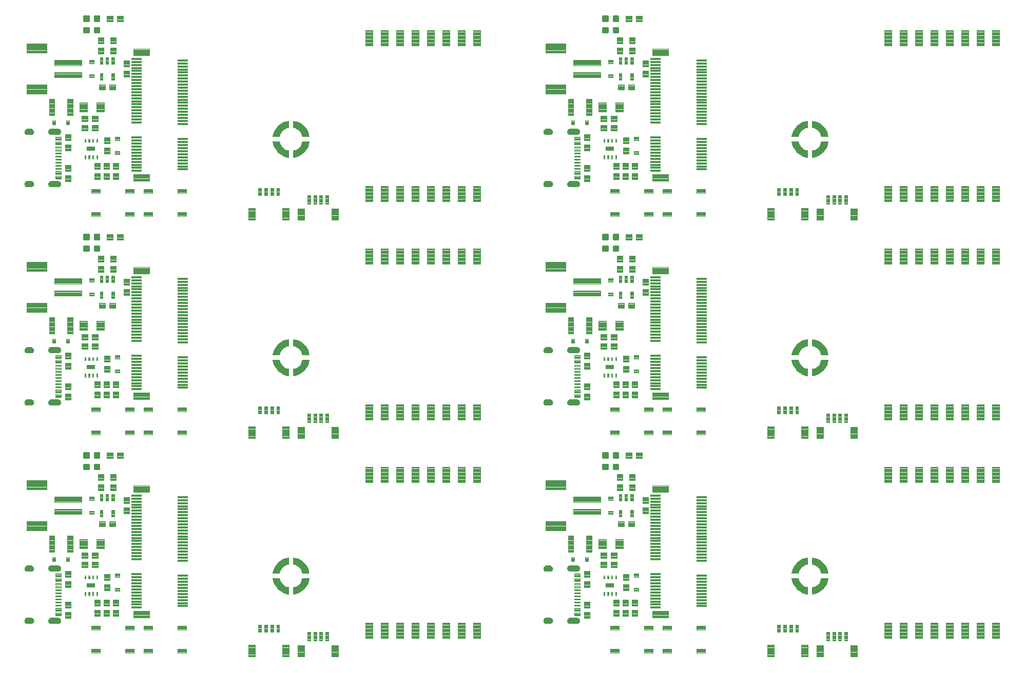
<source format=gtp>
G04 EAGLE Gerber RS-274X export*
G75*
%MOMM*%
%FSLAX34Y34*%
%LPD*%
%INSolderpaste Top*%
%IPPOS*%
%AMOC8*
5,1,8,0,0,1.08239X$1,22.5*%
G01*
%ADD10C,0.102000*%
%ADD11C,0.100000*%
%ADD12C,0.099059*%
%ADD13C,0.300000*%
%ADD14C,0.096000*%
%ADD15R,1.750000X0.300000*%
%ADD16R,1.375000X0.800000*%
%ADD17C,0.098000*%
%ADD18C,0.100800*%
%ADD19C,0.099000*%
%ADD20C,0.104000*%

G36*
X439329Y467791D02*
X439329Y467791D01*
X439374Y467792D01*
X439425Y467814D01*
X439480Y467827D01*
X439516Y467853D01*
X439556Y467871D01*
X439595Y467912D01*
X439640Y467945D01*
X439663Y467983D01*
X439693Y468015D01*
X439713Y468068D01*
X439742Y468116D01*
X439750Y468167D01*
X439763Y468201D01*
X439762Y468235D01*
X439769Y468280D01*
X439769Y479280D01*
X439759Y479333D01*
X439758Y479386D01*
X439739Y479429D01*
X439730Y479475D01*
X439699Y479519D01*
X439678Y479568D01*
X439644Y479600D01*
X439617Y479639D01*
X439572Y479668D01*
X439533Y479704D01*
X439482Y479725D01*
X439450Y479746D01*
X439418Y479751D01*
X439379Y479767D01*
X436644Y480378D01*
X434080Y481406D01*
X431716Y482833D01*
X429612Y484622D01*
X427823Y486726D01*
X426396Y489090D01*
X425368Y491654D01*
X424757Y494389D01*
X424735Y494438D01*
X424723Y494490D01*
X424695Y494528D01*
X424676Y494570D01*
X424637Y494607D01*
X424605Y494650D01*
X424565Y494674D01*
X424531Y494706D01*
X424480Y494724D01*
X424434Y494752D01*
X424380Y494761D01*
X424344Y494774D01*
X424312Y494772D01*
X424270Y494779D01*
X413270Y494779D01*
X413215Y494768D01*
X413159Y494767D01*
X413118Y494748D01*
X413075Y494740D01*
X413029Y494708D01*
X412978Y494685D01*
X412948Y494652D01*
X412911Y494627D01*
X412881Y494580D01*
X412843Y494538D01*
X412828Y494497D01*
X412804Y494460D01*
X412795Y494404D01*
X412776Y494351D01*
X412777Y494299D01*
X412771Y494263D01*
X412779Y494231D01*
X412779Y494226D01*
X412779Y494224D01*
X412779Y494223D01*
X412780Y494185D01*
X413619Y489864D01*
X413631Y489835D01*
X413639Y489793D01*
X415108Y485643D01*
X415124Y485616D01*
X415138Y485576D01*
X417204Y481689D01*
X417224Y481665D01*
X417243Y481627D01*
X419861Y478088D01*
X419885Y478067D01*
X419910Y478032D01*
X423022Y474920D01*
X423037Y474910D01*
X423045Y474899D01*
X423060Y474890D01*
X423078Y474871D01*
X426617Y472253D01*
X426645Y472240D01*
X426679Y472214D01*
X430566Y470148D01*
X430596Y470139D01*
X430633Y470118D01*
X434783Y468649D01*
X434814Y468644D01*
X434854Y468629D01*
X439175Y467790D01*
X439231Y467790D01*
X439287Y467781D01*
X439329Y467791D01*
G37*
G36*
X1295309Y107111D02*
X1295309Y107111D01*
X1295354Y107112D01*
X1295405Y107134D01*
X1295460Y107147D01*
X1295496Y107173D01*
X1295536Y107191D01*
X1295575Y107232D01*
X1295620Y107265D01*
X1295643Y107303D01*
X1295673Y107335D01*
X1295693Y107388D01*
X1295722Y107436D01*
X1295730Y107487D01*
X1295743Y107521D01*
X1295742Y107555D01*
X1295749Y107600D01*
X1295749Y118600D01*
X1295739Y118653D01*
X1295738Y118706D01*
X1295719Y118749D01*
X1295710Y118795D01*
X1295679Y118839D01*
X1295658Y118888D01*
X1295624Y118920D01*
X1295597Y118959D01*
X1295552Y118988D01*
X1295513Y119024D01*
X1295462Y119045D01*
X1295430Y119066D01*
X1295398Y119071D01*
X1295359Y119087D01*
X1292624Y119698D01*
X1290060Y120726D01*
X1287696Y122153D01*
X1285592Y123942D01*
X1283803Y126046D01*
X1282376Y128410D01*
X1281348Y130974D01*
X1280737Y133709D01*
X1280715Y133758D01*
X1280703Y133810D01*
X1280675Y133848D01*
X1280656Y133890D01*
X1280617Y133927D01*
X1280585Y133970D01*
X1280545Y133994D01*
X1280511Y134026D01*
X1280460Y134044D01*
X1280414Y134072D01*
X1280360Y134081D01*
X1280324Y134094D01*
X1280292Y134092D01*
X1280250Y134099D01*
X1269250Y134099D01*
X1269195Y134088D01*
X1269139Y134087D01*
X1269098Y134068D01*
X1269055Y134060D01*
X1269009Y134028D01*
X1268958Y134005D01*
X1268928Y133972D01*
X1268891Y133947D01*
X1268861Y133900D01*
X1268823Y133858D01*
X1268808Y133817D01*
X1268784Y133780D01*
X1268775Y133724D01*
X1268756Y133671D01*
X1268757Y133619D01*
X1268751Y133583D01*
X1268759Y133551D01*
X1268759Y133546D01*
X1268759Y133544D01*
X1268759Y133543D01*
X1268760Y133505D01*
X1269599Y129184D01*
X1269611Y129155D01*
X1269619Y129113D01*
X1271088Y124963D01*
X1271104Y124936D01*
X1271118Y124896D01*
X1273184Y121009D01*
X1273204Y120985D01*
X1273223Y120947D01*
X1275841Y117408D01*
X1275865Y117387D01*
X1275890Y117352D01*
X1279002Y114240D01*
X1279017Y114230D01*
X1279025Y114219D01*
X1279040Y114210D01*
X1279058Y114191D01*
X1282597Y111573D01*
X1282625Y111560D01*
X1282659Y111534D01*
X1286546Y109468D01*
X1286576Y109459D01*
X1286613Y109438D01*
X1290763Y107969D01*
X1290794Y107964D01*
X1290834Y107949D01*
X1295155Y107110D01*
X1295211Y107110D01*
X1295267Y107101D01*
X1295309Y107111D01*
G37*
G36*
X1295309Y467791D02*
X1295309Y467791D01*
X1295354Y467792D01*
X1295405Y467814D01*
X1295460Y467827D01*
X1295496Y467853D01*
X1295536Y467871D01*
X1295575Y467912D01*
X1295620Y467945D01*
X1295643Y467983D01*
X1295673Y468015D01*
X1295693Y468068D01*
X1295722Y468116D01*
X1295730Y468167D01*
X1295743Y468201D01*
X1295742Y468235D01*
X1295749Y468280D01*
X1295749Y479280D01*
X1295739Y479333D01*
X1295738Y479386D01*
X1295719Y479429D01*
X1295710Y479475D01*
X1295679Y479519D01*
X1295658Y479568D01*
X1295624Y479600D01*
X1295597Y479639D01*
X1295552Y479668D01*
X1295513Y479704D01*
X1295462Y479725D01*
X1295430Y479746D01*
X1295398Y479751D01*
X1295359Y479767D01*
X1292624Y480378D01*
X1290060Y481406D01*
X1287696Y482833D01*
X1285592Y484622D01*
X1283803Y486726D01*
X1282376Y489090D01*
X1281348Y491654D01*
X1280737Y494389D01*
X1280715Y494438D01*
X1280703Y494490D01*
X1280675Y494528D01*
X1280656Y494570D01*
X1280617Y494607D01*
X1280585Y494650D01*
X1280545Y494674D01*
X1280511Y494706D01*
X1280460Y494724D01*
X1280414Y494752D01*
X1280360Y494761D01*
X1280324Y494774D01*
X1280292Y494772D01*
X1280250Y494779D01*
X1269250Y494779D01*
X1269195Y494768D01*
X1269139Y494767D01*
X1269098Y494748D01*
X1269055Y494740D01*
X1269009Y494708D01*
X1268958Y494685D01*
X1268928Y494652D01*
X1268891Y494627D01*
X1268861Y494580D01*
X1268823Y494538D01*
X1268808Y494497D01*
X1268784Y494460D01*
X1268775Y494404D01*
X1268756Y494351D01*
X1268757Y494299D01*
X1268751Y494263D01*
X1268759Y494231D01*
X1268759Y494226D01*
X1268759Y494224D01*
X1268759Y494223D01*
X1268760Y494185D01*
X1269599Y489864D01*
X1269611Y489835D01*
X1269619Y489793D01*
X1271088Y485643D01*
X1271104Y485616D01*
X1271118Y485576D01*
X1273184Y481689D01*
X1273204Y481665D01*
X1273223Y481627D01*
X1275841Y478088D01*
X1275865Y478067D01*
X1275890Y478032D01*
X1279002Y474920D01*
X1279017Y474910D01*
X1279025Y474899D01*
X1279040Y474890D01*
X1279058Y474871D01*
X1282597Y472253D01*
X1282625Y472240D01*
X1282659Y472214D01*
X1286546Y470148D01*
X1286576Y470139D01*
X1286613Y470118D01*
X1290763Y468649D01*
X1290794Y468644D01*
X1290834Y468629D01*
X1295155Y467790D01*
X1295211Y467790D01*
X1295267Y467781D01*
X1295309Y467791D01*
G37*
G36*
X439329Y828471D02*
X439329Y828471D01*
X439374Y828472D01*
X439425Y828494D01*
X439480Y828507D01*
X439516Y828533D01*
X439556Y828551D01*
X439595Y828592D01*
X439640Y828625D01*
X439663Y828663D01*
X439693Y828695D01*
X439713Y828748D01*
X439742Y828796D01*
X439750Y828847D01*
X439763Y828881D01*
X439762Y828915D01*
X439769Y828960D01*
X439769Y839960D01*
X439759Y840013D01*
X439758Y840066D01*
X439739Y840109D01*
X439730Y840155D01*
X439699Y840199D01*
X439678Y840248D01*
X439644Y840280D01*
X439617Y840319D01*
X439572Y840348D01*
X439533Y840384D01*
X439482Y840405D01*
X439450Y840426D01*
X439418Y840431D01*
X439379Y840447D01*
X436644Y841058D01*
X434080Y842086D01*
X431716Y843513D01*
X429612Y845302D01*
X427823Y847406D01*
X426396Y849770D01*
X425368Y852334D01*
X424757Y855069D01*
X424735Y855118D01*
X424723Y855170D01*
X424695Y855208D01*
X424676Y855250D01*
X424637Y855287D01*
X424605Y855330D01*
X424565Y855354D01*
X424531Y855386D01*
X424480Y855404D01*
X424434Y855432D01*
X424380Y855441D01*
X424344Y855454D01*
X424312Y855452D01*
X424270Y855459D01*
X413270Y855459D01*
X413215Y855448D01*
X413159Y855447D01*
X413118Y855428D01*
X413075Y855420D01*
X413029Y855388D01*
X412978Y855365D01*
X412948Y855332D01*
X412911Y855307D01*
X412881Y855260D01*
X412843Y855218D01*
X412828Y855177D01*
X412804Y855140D01*
X412795Y855084D01*
X412776Y855031D01*
X412777Y854979D01*
X412771Y854943D01*
X412779Y854911D01*
X412779Y854906D01*
X412779Y854904D01*
X412779Y854903D01*
X412780Y854865D01*
X413619Y850544D01*
X413631Y850515D01*
X413639Y850473D01*
X415108Y846323D01*
X415124Y846296D01*
X415138Y846256D01*
X417204Y842369D01*
X417224Y842345D01*
X417243Y842307D01*
X419861Y838768D01*
X419885Y838747D01*
X419910Y838712D01*
X423022Y835600D01*
X423037Y835590D01*
X423045Y835579D01*
X423060Y835570D01*
X423078Y835551D01*
X426617Y832933D01*
X426645Y832920D01*
X426679Y832894D01*
X430566Y830828D01*
X430596Y830819D01*
X430633Y830798D01*
X434783Y829329D01*
X434814Y829324D01*
X434854Y829309D01*
X439175Y828470D01*
X439231Y828470D01*
X439287Y828461D01*
X439329Y828471D01*
G37*
G36*
X1295309Y828471D02*
X1295309Y828471D01*
X1295354Y828472D01*
X1295405Y828494D01*
X1295460Y828507D01*
X1295496Y828533D01*
X1295536Y828551D01*
X1295575Y828592D01*
X1295620Y828625D01*
X1295643Y828663D01*
X1295673Y828695D01*
X1295693Y828748D01*
X1295722Y828796D01*
X1295730Y828847D01*
X1295743Y828881D01*
X1295742Y828915D01*
X1295749Y828960D01*
X1295749Y839960D01*
X1295739Y840013D01*
X1295738Y840066D01*
X1295719Y840109D01*
X1295710Y840155D01*
X1295679Y840199D01*
X1295658Y840248D01*
X1295624Y840280D01*
X1295597Y840319D01*
X1295552Y840348D01*
X1295513Y840384D01*
X1295462Y840405D01*
X1295430Y840426D01*
X1295398Y840431D01*
X1295359Y840447D01*
X1292624Y841058D01*
X1290060Y842086D01*
X1287696Y843513D01*
X1285592Y845302D01*
X1283803Y847406D01*
X1282376Y849770D01*
X1281348Y852334D01*
X1280737Y855069D01*
X1280715Y855118D01*
X1280703Y855170D01*
X1280675Y855208D01*
X1280656Y855250D01*
X1280617Y855287D01*
X1280585Y855330D01*
X1280545Y855354D01*
X1280511Y855386D01*
X1280460Y855404D01*
X1280414Y855432D01*
X1280360Y855441D01*
X1280324Y855454D01*
X1280292Y855452D01*
X1280250Y855459D01*
X1269250Y855459D01*
X1269195Y855448D01*
X1269139Y855447D01*
X1269098Y855428D01*
X1269055Y855420D01*
X1269009Y855388D01*
X1268958Y855365D01*
X1268928Y855332D01*
X1268891Y855307D01*
X1268861Y855260D01*
X1268823Y855218D01*
X1268808Y855177D01*
X1268784Y855140D01*
X1268775Y855084D01*
X1268756Y855031D01*
X1268757Y854979D01*
X1268751Y854943D01*
X1268759Y854911D01*
X1268759Y854906D01*
X1268759Y854904D01*
X1268759Y854903D01*
X1268760Y854865D01*
X1269599Y850544D01*
X1269611Y850515D01*
X1269619Y850473D01*
X1271088Y846323D01*
X1271104Y846296D01*
X1271118Y846256D01*
X1273184Y842369D01*
X1273204Y842345D01*
X1273223Y842307D01*
X1275841Y838768D01*
X1275865Y838747D01*
X1275890Y838712D01*
X1279002Y835600D01*
X1279017Y835590D01*
X1279025Y835579D01*
X1279040Y835570D01*
X1279058Y835551D01*
X1282597Y832933D01*
X1282625Y832920D01*
X1282659Y832894D01*
X1286546Y830828D01*
X1286576Y830819D01*
X1286613Y830798D01*
X1290763Y829329D01*
X1290794Y829324D01*
X1290834Y829309D01*
X1295155Y828470D01*
X1295211Y828470D01*
X1295267Y828461D01*
X1295309Y828471D01*
G37*
G36*
X439329Y107111D02*
X439329Y107111D01*
X439374Y107112D01*
X439425Y107134D01*
X439480Y107147D01*
X439516Y107173D01*
X439556Y107191D01*
X439595Y107232D01*
X439640Y107265D01*
X439663Y107303D01*
X439693Y107335D01*
X439713Y107388D01*
X439742Y107436D01*
X439750Y107487D01*
X439763Y107521D01*
X439762Y107555D01*
X439769Y107600D01*
X439769Y118600D01*
X439759Y118653D01*
X439758Y118706D01*
X439739Y118749D01*
X439730Y118795D01*
X439699Y118839D01*
X439678Y118888D01*
X439644Y118920D01*
X439617Y118959D01*
X439572Y118988D01*
X439533Y119024D01*
X439482Y119045D01*
X439450Y119066D01*
X439418Y119071D01*
X439379Y119087D01*
X436644Y119698D01*
X434080Y120726D01*
X431716Y122153D01*
X429612Y123942D01*
X427823Y126046D01*
X426396Y128410D01*
X425368Y130974D01*
X424757Y133709D01*
X424735Y133758D01*
X424723Y133810D01*
X424695Y133848D01*
X424676Y133890D01*
X424637Y133927D01*
X424605Y133970D01*
X424565Y133994D01*
X424531Y134026D01*
X424480Y134044D01*
X424434Y134072D01*
X424380Y134081D01*
X424344Y134094D01*
X424312Y134092D01*
X424270Y134099D01*
X413270Y134099D01*
X413215Y134088D01*
X413159Y134087D01*
X413118Y134068D01*
X413075Y134060D01*
X413029Y134028D01*
X412978Y134005D01*
X412948Y133972D01*
X412911Y133947D01*
X412881Y133900D01*
X412843Y133858D01*
X412828Y133817D01*
X412804Y133780D01*
X412795Y133724D01*
X412776Y133671D01*
X412777Y133619D01*
X412771Y133583D01*
X412779Y133551D01*
X412779Y133546D01*
X412779Y133544D01*
X412779Y133543D01*
X412780Y133505D01*
X413619Y129184D01*
X413631Y129155D01*
X413639Y129113D01*
X415108Y124963D01*
X415124Y124936D01*
X415138Y124896D01*
X417204Y121009D01*
X417224Y120985D01*
X417243Y120947D01*
X419861Y117408D01*
X419885Y117387D01*
X419910Y117352D01*
X423022Y114240D01*
X423037Y114230D01*
X423045Y114219D01*
X423060Y114210D01*
X423078Y114191D01*
X426617Y111573D01*
X426645Y111560D01*
X426679Y111534D01*
X430566Y109468D01*
X430596Y109459D01*
X430633Y109438D01*
X434783Y107969D01*
X434814Y107964D01*
X434854Y107949D01*
X439175Y107110D01*
X439231Y107110D01*
X439287Y107101D01*
X439329Y107111D01*
G37*
G36*
X424323Y501791D02*
X424323Y501791D01*
X424376Y501792D01*
X424419Y501811D01*
X424465Y501820D01*
X424509Y501851D01*
X424558Y501872D01*
X424590Y501906D01*
X424629Y501933D01*
X424658Y501978D01*
X424694Y502017D01*
X424715Y502068D01*
X424736Y502100D01*
X424741Y502132D01*
X424757Y502171D01*
X425368Y504906D01*
X426396Y507470D01*
X427823Y509834D01*
X429612Y511938D01*
X431716Y513727D01*
X434080Y515154D01*
X436644Y516182D01*
X439379Y516793D01*
X439428Y516815D01*
X439480Y516827D01*
X439518Y516855D01*
X439560Y516874D01*
X439597Y516913D01*
X439640Y516945D01*
X439664Y516985D01*
X439696Y517019D01*
X439714Y517070D01*
X439742Y517116D01*
X439751Y517170D01*
X439764Y517206D01*
X439762Y517238D01*
X439769Y517280D01*
X439769Y528280D01*
X439758Y528335D01*
X439757Y528391D01*
X439738Y528432D01*
X439730Y528475D01*
X439698Y528521D01*
X439675Y528573D01*
X439642Y528602D01*
X439617Y528639D01*
X439570Y528669D01*
X439528Y528707D01*
X439487Y528722D01*
X439450Y528746D01*
X439394Y528755D01*
X439341Y528774D01*
X439289Y528773D01*
X439253Y528779D01*
X439221Y528771D01*
X439175Y528770D01*
X434854Y527931D01*
X434825Y527919D01*
X434783Y527911D01*
X430633Y526442D01*
X430606Y526426D01*
X430566Y526412D01*
X426679Y524346D01*
X426655Y524326D01*
X426617Y524307D01*
X423078Y521689D01*
X423057Y521665D01*
X423022Y521640D01*
X419910Y518528D01*
X419892Y518502D01*
X419861Y518472D01*
X417243Y514934D01*
X417230Y514905D01*
X417204Y514871D01*
X415138Y510984D01*
X415131Y510961D01*
X415122Y510947D01*
X415121Y510939D01*
X415108Y510917D01*
X413639Y506767D01*
X413634Y506736D01*
X413619Y506696D01*
X412780Y502375D01*
X412780Y502319D01*
X412771Y502263D01*
X412781Y502221D01*
X412782Y502176D01*
X412804Y502125D01*
X412817Y502070D01*
X412843Y502035D01*
X412861Y501994D01*
X412902Y501955D01*
X412935Y501910D01*
X412973Y501887D01*
X413005Y501857D01*
X413058Y501837D01*
X413106Y501808D01*
X413157Y501800D01*
X413191Y501787D01*
X413225Y501788D01*
X413270Y501781D01*
X424270Y501781D01*
X424323Y501791D01*
G37*
G36*
X1280303Y862471D02*
X1280303Y862471D01*
X1280356Y862472D01*
X1280399Y862491D01*
X1280445Y862500D01*
X1280489Y862531D01*
X1280538Y862552D01*
X1280570Y862586D01*
X1280609Y862613D01*
X1280638Y862658D01*
X1280674Y862697D01*
X1280695Y862748D01*
X1280716Y862780D01*
X1280721Y862812D01*
X1280737Y862851D01*
X1281348Y865586D01*
X1282376Y868150D01*
X1283803Y870514D01*
X1285592Y872618D01*
X1287696Y874407D01*
X1290060Y875834D01*
X1292624Y876862D01*
X1295359Y877473D01*
X1295408Y877495D01*
X1295460Y877507D01*
X1295498Y877535D01*
X1295540Y877554D01*
X1295577Y877593D01*
X1295620Y877625D01*
X1295644Y877665D01*
X1295676Y877699D01*
X1295694Y877750D01*
X1295722Y877796D01*
X1295731Y877850D01*
X1295744Y877886D01*
X1295742Y877918D01*
X1295749Y877960D01*
X1295749Y888960D01*
X1295738Y889015D01*
X1295737Y889071D01*
X1295718Y889112D01*
X1295710Y889155D01*
X1295678Y889201D01*
X1295655Y889253D01*
X1295622Y889282D01*
X1295597Y889319D01*
X1295550Y889349D01*
X1295508Y889387D01*
X1295467Y889402D01*
X1295430Y889426D01*
X1295374Y889435D01*
X1295321Y889454D01*
X1295269Y889453D01*
X1295233Y889459D01*
X1295201Y889451D01*
X1295155Y889450D01*
X1290834Y888611D01*
X1290805Y888599D01*
X1290763Y888591D01*
X1286613Y887122D01*
X1286586Y887106D01*
X1286546Y887092D01*
X1282659Y885026D01*
X1282635Y885006D01*
X1282597Y884987D01*
X1279058Y882369D01*
X1279037Y882345D01*
X1279002Y882320D01*
X1275890Y879208D01*
X1275872Y879182D01*
X1275841Y879152D01*
X1273223Y875614D01*
X1273210Y875585D01*
X1273184Y875551D01*
X1271118Y871664D01*
X1271111Y871641D01*
X1271102Y871627D01*
X1271101Y871619D01*
X1271088Y871597D01*
X1269619Y867447D01*
X1269614Y867416D01*
X1269599Y867376D01*
X1268760Y863055D01*
X1268760Y862999D01*
X1268751Y862943D01*
X1268761Y862901D01*
X1268762Y862856D01*
X1268784Y862805D01*
X1268797Y862750D01*
X1268823Y862715D01*
X1268841Y862674D01*
X1268882Y862635D01*
X1268915Y862590D01*
X1268953Y862567D01*
X1268985Y862537D01*
X1269038Y862517D01*
X1269086Y862488D01*
X1269137Y862480D01*
X1269171Y862467D01*
X1269205Y862468D01*
X1269250Y862461D01*
X1280250Y862461D01*
X1280303Y862471D01*
G37*
G36*
X1280303Y501791D02*
X1280303Y501791D01*
X1280356Y501792D01*
X1280399Y501811D01*
X1280445Y501820D01*
X1280489Y501851D01*
X1280538Y501872D01*
X1280570Y501906D01*
X1280609Y501933D01*
X1280638Y501978D01*
X1280674Y502017D01*
X1280695Y502068D01*
X1280716Y502100D01*
X1280721Y502132D01*
X1280737Y502171D01*
X1281348Y504906D01*
X1282376Y507470D01*
X1283803Y509834D01*
X1285592Y511938D01*
X1287696Y513727D01*
X1290060Y515154D01*
X1292624Y516182D01*
X1295359Y516793D01*
X1295408Y516815D01*
X1295460Y516827D01*
X1295498Y516855D01*
X1295540Y516874D01*
X1295577Y516913D01*
X1295620Y516945D01*
X1295644Y516985D01*
X1295676Y517019D01*
X1295694Y517070D01*
X1295722Y517116D01*
X1295731Y517170D01*
X1295744Y517206D01*
X1295742Y517238D01*
X1295749Y517280D01*
X1295749Y528280D01*
X1295738Y528335D01*
X1295737Y528391D01*
X1295718Y528432D01*
X1295710Y528475D01*
X1295678Y528521D01*
X1295655Y528573D01*
X1295622Y528602D01*
X1295597Y528639D01*
X1295550Y528669D01*
X1295508Y528707D01*
X1295467Y528722D01*
X1295430Y528746D01*
X1295374Y528755D01*
X1295321Y528774D01*
X1295269Y528773D01*
X1295233Y528779D01*
X1295201Y528771D01*
X1295155Y528770D01*
X1290834Y527931D01*
X1290805Y527919D01*
X1290763Y527911D01*
X1286613Y526442D01*
X1286586Y526426D01*
X1286546Y526412D01*
X1282659Y524346D01*
X1282635Y524326D01*
X1282597Y524307D01*
X1279058Y521689D01*
X1279037Y521665D01*
X1279002Y521640D01*
X1275890Y518528D01*
X1275872Y518502D01*
X1275841Y518472D01*
X1273223Y514934D01*
X1273210Y514905D01*
X1273184Y514871D01*
X1271118Y510984D01*
X1271111Y510961D01*
X1271102Y510947D01*
X1271101Y510939D01*
X1271088Y510917D01*
X1269619Y506767D01*
X1269614Y506736D01*
X1269599Y506696D01*
X1268760Y502375D01*
X1268760Y502319D01*
X1268751Y502263D01*
X1268761Y502221D01*
X1268762Y502176D01*
X1268784Y502125D01*
X1268797Y502070D01*
X1268823Y502035D01*
X1268841Y501994D01*
X1268882Y501955D01*
X1268915Y501910D01*
X1268953Y501887D01*
X1268985Y501857D01*
X1269038Y501837D01*
X1269086Y501808D01*
X1269137Y501800D01*
X1269171Y501787D01*
X1269205Y501788D01*
X1269250Y501781D01*
X1280250Y501781D01*
X1280303Y501791D01*
G37*
G36*
X424323Y862471D02*
X424323Y862471D01*
X424376Y862472D01*
X424419Y862491D01*
X424465Y862500D01*
X424509Y862531D01*
X424558Y862552D01*
X424590Y862586D01*
X424629Y862613D01*
X424658Y862658D01*
X424694Y862697D01*
X424715Y862748D01*
X424736Y862780D01*
X424741Y862812D01*
X424757Y862851D01*
X425368Y865586D01*
X426396Y868150D01*
X427823Y870514D01*
X429612Y872618D01*
X431716Y874407D01*
X434080Y875834D01*
X436644Y876862D01*
X439379Y877473D01*
X439428Y877495D01*
X439480Y877507D01*
X439518Y877535D01*
X439560Y877554D01*
X439597Y877593D01*
X439640Y877625D01*
X439664Y877665D01*
X439696Y877699D01*
X439714Y877750D01*
X439742Y877796D01*
X439751Y877850D01*
X439764Y877886D01*
X439762Y877918D01*
X439769Y877960D01*
X439769Y888960D01*
X439758Y889015D01*
X439757Y889071D01*
X439738Y889112D01*
X439730Y889155D01*
X439698Y889201D01*
X439675Y889253D01*
X439642Y889282D01*
X439617Y889319D01*
X439570Y889349D01*
X439528Y889387D01*
X439487Y889402D01*
X439450Y889426D01*
X439394Y889435D01*
X439341Y889454D01*
X439289Y889453D01*
X439253Y889459D01*
X439221Y889451D01*
X439175Y889450D01*
X434854Y888611D01*
X434825Y888599D01*
X434783Y888591D01*
X430633Y887122D01*
X430606Y887106D01*
X430566Y887092D01*
X426679Y885026D01*
X426655Y885006D01*
X426617Y884987D01*
X423078Y882369D01*
X423057Y882345D01*
X423022Y882320D01*
X419910Y879208D01*
X419892Y879182D01*
X419861Y879152D01*
X417243Y875614D01*
X417230Y875585D01*
X417204Y875551D01*
X415138Y871664D01*
X415131Y871641D01*
X415122Y871627D01*
X415121Y871619D01*
X415108Y871597D01*
X413639Y867447D01*
X413634Y867416D01*
X413619Y867376D01*
X412780Y863055D01*
X412780Y862999D01*
X412771Y862943D01*
X412781Y862901D01*
X412782Y862856D01*
X412804Y862805D01*
X412817Y862750D01*
X412843Y862715D01*
X412861Y862674D01*
X412902Y862635D01*
X412935Y862590D01*
X412973Y862567D01*
X413005Y862537D01*
X413058Y862517D01*
X413106Y862488D01*
X413157Y862480D01*
X413191Y862467D01*
X413225Y862468D01*
X413270Y862461D01*
X424270Y862461D01*
X424323Y862471D01*
G37*
G36*
X1280303Y141111D02*
X1280303Y141111D01*
X1280356Y141112D01*
X1280399Y141131D01*
X1280445Y141140D01*
X1280489Y141171D01*
X1280538Y141192D01*
X1280570Y141226D01*
X1280609Y141253D01*
X1280638Y141298D01*
X1280674Y141337D01*
X1280695Y141388D01*
X1280716Y141420D01*
X1280721Y141452D01*
X1280737Y141491D01*
X1281348Y144226D01*
X1282376Y146790D01*
X1283803Y149154D01*
X1285592Y151258D01*
X1287696Y153047D01*
X1290060Y154474D01*
X1292624Y155502D01*
X1295359Y156113D01*
X1295408Y156135D01*
X1295460Y156147D01*
X1295498Y156175D01*
X1295540Y156194D01*
X1295577Y156233D01*
X1295620Y156265D01*
X1295644Y156305D01*
X1295676Y156339D01*
X1295694Y156390D01*
X1295722Y156436D01*
X1295731Y156490D01*
X1295744Y156526D01*
X1295742Y156558D01*
X1295749Y156600D01*
X1295749Y167600D01*
X1295738Y167655D01*
X1295737Y167711D01*
X1295718Y167752D01*
X1295710Y167795D01*
X1295678Y167841D01*
X1295655Y167893D01*
X1295622Y167922D01*
X1295597Y167959D01*
X1295550Y167989D01*
X1295508Y168027D01*
X1295467Y168042D01*
X1295430Y168066D01*
X1295374Y168075D01*
X1295321Y168094D01*
X1295269Y168093D01*
X1295233Y168099D01*
X1295201Y168091D01*
X1295155Y168090D01*
X1290834Y167251D01*
X1290805Y167239D01*
X1290763Y167231D01*
X1286613Y165762D01*
X1286586Y165746D01*
X1286546Y165732D01*
X1282659Y163666D01*
X1282635Y163646D01*
X1282597Y163627D01*
X1279058Y161009D01*
X1279037Y160985D01*
X1279002Y160960D01*
X1275890Y157848D01*
X1275872Y157822D01*
X1275841Y157792D01*
X1273223Y154254D01*
X1273210Y154225D01*
X1273184Y154191D01*
X1271118Y150304D01*
X1271111Y150281D01*
X1271102Y150267D01*
X1271101Y150259D01*
X1271088Y150237D01*
X1269619Y146087D01*
X1269614Y146056D01*
X1269599Y146016D01*
X1268760Y141695D01*
X1268760Y141639D01*
X1268751Y141583D01*
X1268761Y141541D01*
X1268762Y141496D01*
X1268784Y141445D01*
X1268797Y141390D01*
X1268823Y141355D01*
X1268841Y141314D01*
X1268882Y141275D01*
X1268915Y141230D01*
X1268953Y141207D01*
X1268985Y141177D01*
X1269038Y141157D01*
X1269086Y141128D01*
X1269137Y141120D01*
X1269171Y141107D01*
X1269205Y141108D01*
X1269250Y141101D01*
X1280250Y141101D01*
X1280303Y141111D01*
G37*
G36*
X424323Y141111D02*
X424323Y141111D01*
X424376Y141112D01*
X424419Y141131D01*
X424465Y141140D01*
X424509Y141171D01*
X424558Y141192D01*
X424590Y141226D01*
X424629Y141253D01*
X424658Y141298D01*
X424694Y141337D01*
X424715Y141388D01*
X424736Y141420D01*
X424741Y141452D01*
X424757Y141491D01*
X425368Y144226D01*
X426396Y146790D01*
X427823Y149154D01*
X429612Y151258D01*
X431716Y153047D01*
X434080Y154474D01*
X436644Y155502D01*
X439379Y156113D01*
X439428Y156135D01*
X439480Y156147D01*
X439518Y156175D01*
X439560Y156194D01*
X439597Y156233D01*
X439640Y156265D01*
X439664Y156305D01*
X439696Y156339D01*
X439714Y156390D01*
X439742Y156436D01*
X439751Y156490D01*
X439764Y156526D01*
X439762Y156558D01*
X439769Y156600D01*
X439769Y167600D01*
X439758Y167655D01*
X439757Y167711D01*
X439738Y167752D01*
X439730Y167795D01*
X439698Y167841D01*
X439675Y167893D01*
X439642Y167922D01*
X439617Y167959D01*
X439570Y167989D01*
X439528Y168027D01*
X439487Y168042D01*
X439450Y168066D01*
X439394Y168075D01*
X439341Y168094D01*
X439289Y168093D01*
X439253Y168099D01*
X439221Y168091D01*
X439175Y168090D01*
X434854Y167251D01*
X434825Y167239D01*
X434783Y167231D01*
X430633Y165762D01*
X430606Y165746D01*
X430566Y165732D01*
X426679Y163666D01*
X426655Y163646D01*
X426617Y163627D01*
X423078Y161009D01*
X423057Y160985D01*
X423022Y160960D01*
X419910Y157848D01*
X419892Y157822D01*
X419861Y157792D01*
X417243Y154254D01*
X417230Y154225D01*
X417204Y154191D01*
X415138Y150304D01*
X415131Y150281D01*
X415122Y150267D01*
X415121Y150259D01*
X415108Y150237D01*
X413639Y146087D01*
X413634Y146056D01*
X413619Y146016D01*
X412780Y141695D01*
X412780Y141639D01*
X412771Y141583D01*
X412781Y141541D01*
X412782Y141496D01*
X412804Y141445D01*
X412817Y141390D01*
X412843Y141355D01*
X412861Y141314D01*
X412902Y141275D01*
X412935Y141230D01*
X412973Y141207D01*
X413005Y141177D01*
X413058Y141157D01*
X413106Y141128D01*
X413157Y141120D01*
X413191Y141107D01*
X413225Y141108D01*
X413270Y141101D01*
X424270Y141101D01*
X424323Y141111D01*
G37*
G36*
X473325Y862472D02*
X473325Y862472D01*
X473381Y862473D01*
X473422Y862492D01*
X473465Y862500D01*
X473511Y862532D01*
X473563Y862555D01*
X473592Y862588D01*
X473629Y862613D01*
X473659Y862660D01*
X473697Y862702D01*
X473712Y862743D01*
X473736Y862780D01*
X473745Y862836D01*
X473764Y862889D01*
X473763Y862941D01*
X473769Y862977D01*
X473761Y863009D01*
X473760Y863055D01*
X472921Y867376D01*
X472909Y867405D01*
X472901Y867447D01*
X471432Y871597D01*
X471416Y871624D01*
X471407Y871651D01*
X471405Y871657D01*
X471404Y871659D01*
X471402Y871664D01*
X469336Y875551D01*
X469316Y875575D01*
X469297Y875614D01*
X466679Y879152D01*
X466655Y879173D01*
X466630Y879208D01*
X463518Y882320D01*
X463492Y882338D01*
X463462Y882369D01*
X459924Y884987D01*
X459895Y885000D01*
X459861Y885026D01*
X455974Y887092D01*
X455944Y887101D01*
X455907Y887122D01*
X451757Y888591D01*
X451726Y888596D01*
X451686Y888611D01*
X447365Y889450D01*
X447309Y889450D01*
X447253Y889459D01*
X447211Y889449D01*
X447166Y889448D01*
X447115Y889426D01*
X447060Y889413D01*
X447025Y889387D01*
X446984Y889369D01*
X446945Y889328D01*
X446900Y889295D01*
X446877Y889257D01*
X446847Y889225D01*
X446827Y889172D01*
X446798Y889124D01*
X446790Y889073D01*
X446777Y889039D01*
X446778Y889005D01*
X446771Y888960D01*
X446771Y877960D01*
X446781Y877907D01*
X446782Y877854D01*
X446801Y877811D01*
X446810Y877765D01*
X446841Y877721D01*
X446862Y877672D01*
X446896Y877640D01*
X446923Y877601D01*
X446968Y877572D01*
X447007Y877536D01*
X447058Y877515D01*
X447090Y877494D01*
X447122Y877489D01*
X447161Y877473D01*
X449896Y876862D01*
X452460Y875834D01*
X454824Y874407D01*
X456928Y872618D01*
X458717Y870514D01*
X460144Y868150D01*
X461172Y865586D01*
X461783Y862851D01*
X461805Y862802D01*
X461817Y862750D01*
X461845Y862712D01*
X461864Y862670D01*
X461903Y862633D01*
X461935Y862590D01*
X461975Y862566D01*
X462009Y862534D01*
X462060Y862516D01*
X462106Y862488D01*
X462160Y862479D01*
X462196Y862466D01*
X462228Y862468D01*
X462270Y862461D01*
X473270Y862461D01*
X473325Y862472D01*
G37*
G36*
X1329305Y862472D02*
X1329305Y862472D01*
X1329361Y862473D01*
X1329402Y862492D01*
X1329445Y862500D01*
X1329491Y862532D01*
X1329543Y862555D01*
X1329572Y862588D01*
X1329609Y862613D01*
X1329639Y862660D01*
X1329677Y862702D01*
X1329692Y862743D01*
X1329716Y862780D01*
X1329725Y862836D01*
X1329744Y862889D01*
X1329743Y862941D01*
X1329749Y862977D01*
X1329741Y863009D01*
X1329740Y863055D01*
X1328901Y867376D01*
X1328889Y867405D01*
X1328881Y867447D01*
X1327412Y871597D01*
X1327396Y871624D01*
X1327387Y871651D01*
X1327385Y871657D01*
X1327384Y871659D01*
X1327382Y871664D01*
X1325316Y875551D01*
X1325296Y875575D01*
X1325277Y875614D01*
X1322659Y879152D01*
X1322635Y879173D01*
X1322610Y879208D01*
X1319498Y882320D01*
X1319472Y882338D01*
X1319442Y882369D01*
X1315904Y884987D01*
X1315875Y885000D01*
X1315841Y885026D01*
X1311954Y887092D01*
X1311924Y887101D01*
X1311887Y887122D01*
X1307737Y888591D01*
X1307706Y888596D01*
X1307666Y888611D01*
X1303345Y889450D01*
X1303289Y889450D01*
X1303233Y889459D01*
X1303191Y889449D01*
X1303146Y889448D01*
X1303095Y889426D01*
X1303040Y889413D01*
X1303005Y889387D01*
X1302964Y889369D01*
X1302925Y889328D01*
X1302880Y889295D01*
X1302857Y889257D01*
X1302827Y889225D01*
X1302807Y889172D01*
X1302778Y889124D01*
X1302770Y889073D01*
X1302757Y889039D01*
X1302758Y889005D01*
X1302751Y888960D01*
X1302751Y877960D01*
X1302761Y877907D01*
X1302762Y877854D01*
X1302781Y877811D01*
X1302790Y877765D01*
X1302821Y877721D01*
X1302842Y877672D01*
X1302876Y877640D01*
X1302903Y877601D01*
X1302948Y877572D01*
X1302987Y877536D01*
X1303038Y877515D01*
X1303070Y877494D01*
X1303102Y877489D01*
X1303141Y877473D01*
X1305876Y876862D01*
X1308440Y875834D01*
X1310804Y874407D01*
X1312908Y872618D01*
X1314697Y870514D01*
X1316124Y868150D01*
X1317152Y865586D01*
X1317763Y862851D01*
X1317785Y862802D01*
X1317797Y862750D01*
X1317825Y862712D01*
X1317844Y862670D01*
X1317883Y862633D01*
X1317915Y862590D01*
X1317955Y862566D01*
X1317989Y862534D01*
X1318040Y862516D01*
X1318086Y862488D01*
X1318140Y862479D01*
X1318176Y862466D01*
X1318208Y862468D01*
X1318250Y862461D01*
X1329250Y862461D01*
X1329305Y862472D01*
G37*
G36*
X473325Y141112D02*
X473325Y141112D01*
X473381Y141113D01*
X473422Y141132D01*
X473465Y141140D01*
X473511Y141172D01*
X473563Y141195D01*
X473592Y141228D01*
X473629Y141253D01*
X473659Y141300D01*
X473697Y141342D01*
X473712Y141383D01*
X473736Y141420D01*
X473745Y141476D01*
X473764Y141529D01*
X473763Y141581D01*
X473769Y141617D01*
X473761Y141649D01*
X473760Y141695D01*
X472921Y146016D01*
X472909Y146045D01*
X472901Y146087D01*
X471432Y150237D01*
X471416Y150264D01*
X471407Y150291D01*
X471405Y150297D01*
X471404Y150299D01*
X471402Y150304D01*
X469336Y154191D01*
X469316Y154215D01*
X469297Y154254D01*
X466679Y157792D01*
X466655Y157813D01*
X466630Y157848D01*
X463518Y160960D01*
X463492Y160978D01*
X463462Y161009D01*
X459924Y163627D01*
X459895Y163640D01*
X459861Y163666D01*
X455974Y165732D01*
X455944Y165741D01*
X455907Y165762D01*
X451757Y167231D01*
X451726Y167236D01*
X451686Y167251D01*
X447365Y168090D01*
X447309Y168090D01*
X447253Y168099D01*
X447211Y168089D01*
X447166Y168088D01*
X447115Y168066D01*
X447060Y168053D01*
X447025Y168027D01*
X446984Y168009D01*
X446945Y167968D01*
X446900Y167935D01*
X446877Y167897D01*
X446847Y167865D01*
X446827Y167812D01*
X446798Y167764D01*
X446790Y167713D01*
X446777Y167679D01*
X446778Y167645D01*
X446771Y167600D01*
X446771Y156600D01*
X446781Y156547D01*
X446782Y156494D01*
X446801Y156451D01*
X446810Y156405D01*
X446841Y156361D01*
X446862Y156312D01*
X446896Y156280D01*
X446923Y156241D01*
X446968Y156212D01*
X447007Y156176D01*
X447058Y156155D01*
X447090Y156134D01*
X447122Y156129D01*
X447161Y156113D01*
X449896Y155502D01*
X452460Y154474D01*
X454824Y153047D01*
X456928Y151258D01*
X458717Y149154D01*
X460144Y146790D01*
X461172Y144226D01*
X461783Y141491D01*
X461805Y141442D01*
X461817Y141390D01*
X461845Y141352D01*
X461864Y141310D01*
X461903Y141273D01*
X461935Y141230D01*
X461975Y141206D01*
X462009Y141174D01*
X462060Y141156D01*
X462106Y141128D01*
X462160Y141119D01*
X462196Y141106D01*
X462228Y141108D01*
X462270Y141101D01*
X473270Y141101D01*
X473325Y141112D01*
G37*
G36*
X1329305Y141112D02*
X1329305Y141112D01*
X1329361Y141113D01*
X1329402Y141132D01*
X1329445Y141140D01*
X1329491Y141172D01*
X1329543Y141195D01*
X1329572Y141228D01*
X1329609Y141253D01*
X1329639Y141300D01*
X1329677Y141342D01*
X1329692Y141383D01*
X1329716Y141420D01*
X1329725Y141476D01*
X1329744Y141529D01*
X1329743Y141581D01*
X1329749Y141617D01*
X1329741Y141649D01*
X1329740Y141695D01*
X1328901Y146016D01*
X1328889Y146045D01*
X1328881Y146087D01*
X1327412Y150237D01*
X1327396Y150264D01*
X1327387Y150291D01*
X1327385Y150297D01*
X1327384Y150299D01*
X1327382Y150304D01*
X1325316Y154191D01*
X1325296Y154215D01*
X1325277Y154254D01*
X1322659Y157792D01*
X1322635Y157813D01*
X1322610Y157848D01*
X1319498Y160960D01*
X1319472Y160978D01*
X1319442Y161009D01*
X1315904Y163627D01*
X1315875Y163640D01*
X1315841Y163666D01*
X1311954Y165732D01*
X1311924Y165741D01*
X1311887Y165762D01*
X1307737Y167231D01*
X1307706Y167236D01*
X1307666Y167251D01*
X1303345Y168090D01*
X1303289Y168090D01*
X1303233Y168099D01*
X1303191Y168089D01*
X1303146Y168088D01*
X1303095Y168066D01*
X1303040Y168053D01*
X1303005Y168027D01*
X1302964Y168009D01*
X1302925Y167968D01*
X1302880Y167935D01*
X1302857Y167897D01*
X1302827Y167865D01*
X1302807Y167812D01*
X1302778Y167764D01*
X1302770Y167713D01*
X1302757Y167679D01*
X1302758Y167645D01*
X1302751Y167600D01*
X1302751Y156600D01*
X1302761Y156547D01*
X1302762Y156494D01*
X1302781Y156451D01*
X1302790Y156405D01*
X1302821Y156361D01*
X1302842Y156312D01*
X1302876Y156280D01*
X1302903Y156241D01*
X1302948Y156212D01*
X1302987Y156176D01*
X1303038Y156155D01*
X1303070Y156134D01*
X1303102Y156129D01*
X1303141Y156113D01*
X1305876Y155502D01*
X1308440Y154474D01*
X1310804Y153047D01*
X1312908Y151258D01*
X1314697Y149154D01*
X1316124Y146790D01*
X1317152Y144226D01*
X1317763Y141491D01*
X1317785Y141442D01*
X1317797Y141390D01*
X1317825Y141352D01*
X1317844Y141310D01*
X1317883Y141273D01*
X1317915Y141230D01*
X1317955Y141206D01*
X1317989Y141174D01*
X1318040Y141156D01*
X1318086Y141128D01*
X1318140Y141119D01*
X1318176Y141106D01*
X1318208Y141108D01*
X1318250Y141101D01*
X1329250Y141101D01*
X1329305Y141112D01*
G37*
G36*
X1329305Y501792D02*
X1329305Y501792D01*
X1329361Y501793D01*
X1329402Y501812D01*
X1329445Y501820D01*
X1329491Y501852D01*
X1329543Y501875D01*
X1329572Y501908D01*
X1329609Y501933D01*
X1329639Y501980D01*
X1329677Y502022D01*
X1329692Y502063D01*
X1329716Y502100D01*
X1329725Y502156D01*
X1329744Y502209D01*
X1329743Y502261D01*
X1329749Y502297D01*
X1329741Y502329D01*
X1329740Y502375D01*
X1328901Y506696D01*
X1328889Y506725D01*
X1328881Y506767D01*
X1327412Y510917D01*
X1327396Y510944D01*
X1327387Y510971D01*
X1327385Y510977D01*
X1327384Y510979D01*
X1327382Y510984D01*
X1325316Y514871D01*
X1325296Y514895D01*
X1325277Y514934D01*
X1322659Y518472D01*
X1322635Y518493D01*
X1322610Y518528D01*
X1319498Y521640D01*
X1319472Y521658D01*
X1319442Y521689D01*
X1315904Y524307D01*
X1315875Y524320D01*
X1315841Y524346D01*
X1311954Y526412D01*
X1311924Y526421D01*
X1311887Y526442D01*
X1307737Y527911D01*
X1307706Y527916D01*
X1307666Y527931D01*
X1303345Y528770D01*
X1303289Y528770D01*
X1303233Y528779D01*
X1303191Y528769D01*
X1303146Y528768D01*
X1303095Y528746D01*
X1303040Y528733D01*
X1303005Y528707D01*
X1302964Y528689D01*
X1302925Y528648D01*
X1302880Y528615D01*
X1302857Y528577D01*
X1302827Y528545D01*
X1302807Y528492D01*
X1302778Y528444D01*
X1302770Y528393D01*
X1302757Y528359D01*
X1302758Y528325D01*
X1302751Y528280D01*
X1302751Y517280D01*
X1302761Y517227D01*
X1302762Y517174D01*
X1302781Y517131D01*
X1302790Y517085D01*
X1302821Y517041D01*
X1302842Y516992D01*
X1302876Y516960D01*
X1302903Y516921D01*
X1302948Y516892D01*
X1302987Y516856D01*
X1303038Y516835D01*
X1303070Y516814D01*
X1303102Y516809D01*
X1303141Y516793D01*
X1305876Y516182D01*
X1308440Y515154D01*
X1310804Y513727D01*
X1312908Y511938D01*
X1314697Y509834D01*
X1316124Y507470D01*
X1317152Y504906D01*
X1317763Y502171D01*
X1317785Y502122D01*
X1317797Y502070D01*
X1317825Y502032D01*
X1317844Y501990D01*
X1317883Y501953D01*
X1317915Y501910D01*
X1317955Y501886D01*
X1317989Y501854D01*
X1318040Y501836D01*
X1318086Y501808D01*
X1318140Y501799D01*
X1318176Y501786D01*
X1318208Y501788D01*
X1318250Y501781D01*
X1329250Y501781D01*
X1329305Y501792D01*
G37*
G36*
X473325Y501792D02*
X473325Y501792D01*
X473381Y501793D01*
X473422Y501812D01*
X473465Y501820D01*
X473511Y501852D01*
X473563Y501875D01*
X473592Y501908D01*
X473629Y501933D01*
X473659Y501980D01*
X473697Y502022D01*
X473712Y502063D01*
X473736Y502100D01*
X473745Y502156D01*
X473764Y502209D01*
X473763Y502261D01*
X473769Y502297D01*
X473761Y502329D01*
X473760Y502375D01*
X472921Y506696D01*
X472909Y506725D01*
X472901Y506767D01*
X471432Y510917D01*
X471416Y510944D01*
X471407Y510971D01*
X471405Y510977D01*
X471404Y510979D01*
X471402Y510984D01*
X469336Y514871D01*
X469316Y514895D01*
X469297Y514934D01*
X466679Y518472D01*
X466655Y518493D01*
X466630Y518528D01*
X463518Y521640D01*
X463492Y521658D01*
X463462Y521689D01*
X459924Y524307D01*
X459895Y524320D01*
X459861Y524346D01*
X455974Y526412D01*
X455944Y526421D01*
X455907Y526442D01*
X451757Y527911D01*
X451726Y527916D01*
X451686Y527931D01*
X447365Y528770D01*
X447309Y528770D01*
X447253Y528779D01*
X447211Y528769D01*
X447166Y528768D01*
X447115Y528746D01*
X447060Y528733D01*
X447025Y528707D01*
X446984Y528689D01*
X446945Y528648D01*
X446900Y528615D01*
X446877Y528577D01*
X446847Y528545D01*
X446827Y528492D01*
X446798Y528444D01*
X446790Y528393D01*
X446777Y528359D01*
X446778Y528325D01*
X446771Y528280D01*
X446771Y517280D01*
X446781Y517227D01*
X446782Y517174D01*
X446801Y517131D01*
X446810Y517085D01*
X446841Y517041D01*
X446862Y516992D01*
X446896Y516960D01*
X446923Y516921D01*
X446968Y516892D01*
X447007Y516856D01*
X447058Y516835D01*
X447090Y516814D01*
X447122Y516809D01*
X447161Y516793D01*
X449896Y516182D01*
X452460Y515154D01*
X454824Y513727D01*
X456928Y511938D01*
X458717Y509834D01*
X460144Y507470D01*
X461172Y504906D01*
X461783Y502171D01*
X461805Y502122D01*
X461817Y502070D01*
X461845Y502032D01*
X461864Y501990D01*
X461903Y501953D01*
X461935Y501910D01*
X461975Y501886D01*
X462009Y501854D01*
X462060Y501836D01*
X462106Y501808D01*
X462160Y501799D01*
X462196Y501786D01*
X462228Y501788D01*
X462270Y501781D01*
X473270Y501781D01*
X473325Y501792D01*
G37*
G36*
X447319Y828469D02*
X447319Y828469D01*
X447365Y828470D01*
X451686Y829309D01*
X451715Y829321D01*
X451757Y829329D01*
X455907Y830798D01*
X455934Y830814D01*
X455974Y830828D01*
X459861Y832894D01*
X459885Y832914D01*
X459924Y832933D01*
X463462Y835551D01*
X463483Y835575D01*
X463518Y835600D01*
X466630Y838712D01*
X466648Y838739D01*
X466679Y838768D01*
X469297Y842307D01*
X469310Y842335D01*
X469336Y842369D01*
X471402Y846256D01*
X471411Y846286D01*
X471432Y846323D01*
X472901Y850473D01*
X472906Y850504D01*
X472921Y850544D01*
X473760Y854865D01*
X473760Y854921D01*
X473769Y854977D01*
X473759Y855019D01*
X473758Y855064D01*
X473736Y855115D01*
X473723Y855170D01*
X473697Y855206D01*
X473679Y855246D01*
X473638Y855285D01*
X473605Y855330D01*
X473567Y855353D01*
X473535Y855383D01*
X473482Y855403D01*
X473434Y855432D01*
X473383Y855440D01*
X473349Y855453D01*
X473315Y855452D01*
X473270Y855459D01*
X462270Y855459D01*
X462217Y855449D01*
X462164Y855448D01*
X462121Y855429D01*
X462075Y855420D01*
X462031Y855389D01*
X461982Y855368D01*
X461950Y855334D01*
X461911Y855307D01*
X461882Y855262D01*
X461846Y855223D01*
X461825Y855172D01*
X461804Y855140D01*
X461799Y855108D01*
X461796Y855102D01*
X461795Y855101D01*
X461795Y855100D01*
X461783Y855069D01*
X461172Y852334D01*
X460144Y849770D01*
X458717Y847406D01*
X456928Y845302D01*
X454824Y843513D01*
X452460Y842086D01*
X449896Y841058D01*
X447161Y840447D01*
X447112Y840425D01*
X447060Y840413D01*
X447022Y840385D01*
X446980Y840366D01*
X446943Y840327D01*
X446900Y840295D01*
X446876Y840255D01*
X446844Y840221D01*
X446826Y840170D01*
X446798Y840124D01*
X446789Y840070D01*
X446776Y840034D01*
X446778Y840002D01*
X446771Y839960D01*
X446771Y828960D01*
X446782Y828905D01*
X446783Y828849D01*
X446802Y828808D01*
X446810Y828765D01*
X446842Y828719D01*
X446865Y828668D01*
X446898Y828638D01*
X446923Y828601D01*
X446970Y828571D01*
X447012Y828533D01*
X447053Y828518D01*
X447090Y828494D01*
X447146Y828485D01*
X447199Y828466D01*
X447251Y828467D01*
X447287Y828461D01*
X447319Y828469D01*
G37*
G36*
X1303299Y828469D02*
X1303299Y828469D01*
X1303345Y828470D01*
X1307666Y829309D01*
X1307695Y829321D01*
X1307737Y829329D01*
X1311887Y830798D01*
X1311914Y830814D01*
X1311954Y830828D01*
X1315841Y832894D01*
X1315865Y832914D01*
X1315904Y832933D01*
X1319442Y835551D01*
X1319463Y835575D01*
X1319498Y835600D01*
X1322610Y838712D01*
X1322628Y838739D01*
X1322659Y838768D01*
X1325277Y842307D01*
X1325290Y842335D01*
X1325316Y842369D01*
X1327382Y846256D01*
X1327391Y846286D01*
X1327412Y846323D01*
X1328881Y850473D01*
X1328886Y850504D01*
X1328901Y850544D01*
X1329740Y854865D01*
X1329740Y854921D01*
X1329749Y854977D01*
X1329739Y855019D01*
X1329738Y855064D01*
X1329716Y855115D01*
X1329703Y855170D01*
X1329677Y855206D01*
X1329659Y855246D01*
X1329618Y855285D01*
X1329585Y855330D01*
X1329547Y855353D01*
X1329515Y855383D01*
X1329462Y855403D01*
X1329414Y855432D01*
X1329363Y855440D01*
X1329329Y855453D01*
X1329295Y855452D01*
X1329250Y855459D01*
X1318250Y855459D01*
X1318197Y855449D01*
X1318144Y855448D01*
X1318101Y855429D01*
X1318055Y855420D01*
X1318011Y855389D01*
X1317962Y855368D01*
X1317930Y855334D01*
X1317891Y855307D01*
X1317862Y855262D01*
X1317826Y855223D01*
X1317805Y855172D01*
X1317784Y855140D01*
X1317779Y855108D01*
X1317776Y855102D01*
X1317775Y855101D01*
X1317775Y855100D01*
X1317763Y855069D01*
X1317152Y852334D01*
X1316124Y849770D01*
X1314697Y847406D01*
X1312908Y845302D01*
X1310804Y843513D01*
X1308440Y842086D01*
X1305876Y841058D01*
X1303141Y840447D01*
X1303092Y840425D01*
X1303040Y840413D01*
X1303002Y840385D01*
X1302960Y840366D01*
X1302923Y840327D01*
X1302880Y840295D01*
X1302856Y840255D01*
X1302824Y840221D01*
X1302806Y840170D01*
X1302778Y840124D01*
X1302769Y840070D01*
X1302756Y840034D01*
X1302758Y840002D01*
X1302751Y839960D01*
X1302751Y828960D01*
X1302762Y828905D01*
X1302763Y828849D01*
X1302782Y828808D01*
X1302790Y828765D01*
X1302822Y828719D01*
X1302845Y828668D01*
X1302878Y828638D01*
X1302903Y828601D01*
X1302950Y828571D01*
X1302992Y828533D01*
X1303033Y828518D01*
X1303070Y828494D01*
X1303126Y828485D01*
X1303179Y828466D01*
X1303231Y828467D01*
X1303267Y828461D01*
X1303299Y828469D01*
G37*
G36*
X447319Y467789D02*
X447319Y467789D01*
X447365Y467790D01*
X451686Y468629D01*
X451715Y468641D01*
X451757Y468649D01*
X455907Y470118D01*
X455934Y470134D01*
X455974Y470148D01*
X459861Y472214D01*
X459885Y472234D01*
X459924Y472253D01*
X463462Y474871D01*
X463483Y474895D01*
X463518Y474920D01*
X466630Y478032D01*
X466648Y478059D01*
X466679Y478088D01*
X469297Y481627D01*
X469310Y481655D01*
X469336Y481689D01*
X471402Y485576D01*
X471411Y485606D01*
X471432Y485643D01*
X472901Y489793D01*
X472906Y489824D01*
X472921Y489864D01*
X473760Y494185D01*
X473760Y494241D01*
X473769Y494297D01*
X473759Y494339D01*
X473758Y494384D01*
X473736Y494435D01*
X473723Y494490D01*
X473697Y494526D01*
X473679Y494566D01*
X473638Y494605D01*
X473605Y494650D01*
X473567Y494673D01*
X473535Y494703D01*
X473482Y494723D01*
X473434Y494752D01*
X473383Y494760D01*
X473349Y494773D01*
X473315Y494772D01*
X473270Y494779D01*
X462270Y494779D01*
X462217Y494769D01*
X462164Y494768D01*
X462121Y494749D01*
X462075Y494740D01*
X462031Y494709D01*
X461982Y494688D01*
X461950Y494654D01*
X461911Y494627D01*
X461882Y494582D01*
X461846Y494543D01*
X461825Y494492D01*
X461804Y494460D01*
X461799Y494428D01*
X461796Y494422D01*
X461795Y494421D01*
X461795Y494420D01*
X461783Y494389D01*
X461172Y491654D01*
X460144Y489090D01*
X458717Y486726D01*
X456928Y484622D01*
X454824Y482833D01*
X452460Y481406D01*
X449896Y480378D01*
X447161Y479767D01*
X447112Y479745D01*
X447060Y479733D01*
X447022Y479705D01*
X446980Y479686D01*
X446943Y479647D01*
X446900Y479615D01*
X446876Y479575D01*
X446844Y479541D01*
X446826Y479490D01*
X446798Y479444D01*
X446789Y479390D01*
X446776Y479354D01*
X446778Y479322D01*
X446771Y479280D01*
X446771Y468280D01*
X446782Y468225D01*
X446783Y468169D01*
X446802Y468128D01*
X446810Y468085D01*
X446842Y468039D01*
X446865Y467988D01*
X446898Y467958D01*
X446923Y467921D01*
X446970Y467891D01*
X447012Y467853D01*
X447053Y467838D01*
X447090Y467814D01*
X447146Y467805D01*
X447199Y467786D01*
X447251Y467787D01*
X447287Y467781D01*
X447319Y467789D01*
G37*
G36*
X1303299Y467789D02*
X1303299Y467789D01*
X1303345Y467790D01*
X1307666Y468629D01*
X1307695Y468641D01*
X1307737Y468649D01*
X1311887Y470118D01*
X1311914Y470134D01*
X1311954Y470148D01*
X1315841Y472214D01*
X1315865Y472234D01*
X1315904Y472253D01*
X1319442Y474871D01*
X1319463Y474895D01*
X1319498Y474920D01*
X1322610Y478032D01*
X1322628Y478059D01*
X1322659Y478088D01*
X1325277Y481627D01*
X1325290Y481655D01*
X1325316Y481689D01*
X1327382Y485576D01*
X1327391Y485606D01*
X1327412Y485643D01*
X1328881Y489793D01*
X1328886Y489824D01*
X1328901Y489864D01*
X1329740Y494185D01*
X1329740Y494241D01*
X1329749Y494297D01*
X1329739Y494339D01*
X1329738Y494384D01*
X1329716Y494435D01*
X1329703Y494490D01*
X1329677Y494526D01*
X1329659Y494566D01*
X1329618Y494605D01*
X1329585Y494650D01*
X1329547Y494673D01*
X1329515Y494703D01*
X1329462Y494723D01*
X1329414Y494752D01*
X1329363Y494760D01*
X1329329Y494773D01*
X1329295Y494772D01*
X1329250Y494779D01*
X1318250Y494779D01*
X1318197Y494769D01*
X1318144Y494768D01*
X1318101Y494749D01*
X1318055Y494740D01*
X1318011Y494709D01*
X1317962Y494688D01*
X1317930Y494654D01*
X1317891Y494627D01*
X1317862Y494582D01*
X1317826Y494543D01*
X1317805Y494492D01*
X1317784Y494460D01*
X1317779Y494428D01*
X1317776Y494422D01*
X1317775Y494421D01*
X1317775Y494420D01*
X1317763Y494389D01*
X1317152Y491654D01*
X1316124Y489090D01*
X1314697Y486726D01*
X1312908Y484622D01*
X1310804Y482833D01*
X1308440Y481406D01*
X1305876Y480378D01*
X1303141Y479767D01*
X1303092Y479745D01*
X1303040Y479733D01*
X1303002Y479705D01*
X1302960Y479686D01*
X1302923Y479647D01*
X1302880Y479615D01*
X1302856Y479575D01*
X1302824Y479541D01*
X1302806Y479490D01*
X1302778Y479444D01*
X1302769Y479390D01*
X1302756Y479354D01*
X1302758Y479322D01*
X1302751Y479280D01*
X1302751Y468280D01*
X1302762Y468225D01*
X1302763Y468169D01*
X1302782Y468128D01*
X1302790Y468085D01*
X1302822Y468039D01*
X1302845Y467988D01*
X1302878Y467958D01*
X1302903Y467921D01*
X1302950Y467891D01*
X1302992Y467853D01*
X1303033Y467838D01*
X1303070Y467814D01*
X1303126Y467805D01*
X1303179Y467786D01*
X1303231Y467787D01*
X1303267Y467781D01*
X1303299Y467789D01*
G37*
G36*
X1303299Y107109D02*
X1303299Y107109D01*
X1303345Y107110D01*
X1307666Y107949D01*
X1307695Y107961D01*
X1307737Y107969D01*
X1311887Y109438D01*
X1311914Y109454D01*
X1311954Y109468D01*
X1315841Y111534D01*
X1315865Y111554D01*
X1315904Y111573D01*
X1319442Y114191D01*
X1319463Y114215D01*
X1319498Y114240D01*
X1322610Y117352D01*
X1322628Y117379D01*
X1322659Y117408D01*
X1325277Y120947D01*
X1325290Y120975D01*
X1325316Y121009D01*
X1327382Y124896D01*
X1327391Y124926D01*
X1327412Y124963D01*
X1328881Y129113D01*
X1328886Y129144D01*
X1328901Y129184D01*
X1329740Y133505D01*
X1329740Y133561D01*
X1329749Y133617D01*
X1329739Y133659D01*
X1329738Y133704D01*
X1329716Y133755D01*
X1329703Y133810D01*
X1329677Y133846D01*
X1329659Y133886D01*
X1329618Y133925D01*
X1329585Y133970D01*
X1329547Y133993D01*
X1329515Y134023D01*
X1329462Y134043D01*
X1329414Y134072D01*
X1329363Y134080D01*
X1329329Y134093D01*
X1329295Y134092D01*
X1329250Y134099D01*
X1318250Y134099D01*
X1318197Y134089D01*
X1318144Y134088D01*
X1318101Y134069D01*
X1318055Y134060D01*
X1318011Y134029D01*
X1317962Y134008D01*
X1317930Y133974D01*
X1317891Y133947D01*
X1317862Y133902D01*
X1317826Y133863D01*
X1317805Y133812D01*
X1317784Y133780D01*
X1317779Y133748D01*
X1317776Y133742D01*
X1317775Y133741D01*
X1317775Y133740D01*
X1317763Y133709D01*
X1317152Y130974D01*
X1316124Y128410D01*
X1314697Y126046D01*
X1312908Y123942D01*
X1310804Y122153D01*
X1308440Y120726D01*
X1305876Y119698D01*
X1303141Y119087D01*
X1303092Y119065D01*
X1303040Y119053D01*
X1303002Y119025D01*
X1302960Y119006D01*
X1302923Y118967D01*
X1302880Y118935D01*
X1302856Y118895D01*
X1302824Y118861D01*
X1302806Y118810D01*
X1302778Y118764D01*
X1302769Y118710D01*
X1302756Y118674D01*
X1302758Y118642D01*
X1302751Y118600D01*
X1302751Y107600D01*
X1302762Y107545D01*
X1302763Y107489D01*
X1302782Y107448D01*
X1302790Y107405D01*
X1302822Y107359D01*
X1302845Y107308D01*
X1302878Y107278D01*
X1302903Y107241D01*
X1302950Y107211D01*
X1302992Y107173D01*
X1303033Y107158D01*
X1303070Y107134D01*
X1303126Y107125D01*
X1303179Y107106D01*
X1303231Y107107D01*
X1303267Y107101D01*
X1303299Y107109D01*
G37*
G36*
X447319Y107109D02*
X447319Y107109D01*
X447365Y107110D01*
X451686Y107949D01*
X451715Y107961D01*
X451757Y107969D01*
X455907Y109438D01*
X455934Y109454D01*
X455974Y109468D01*
X459861Y111534D01*
X459885Y111554D01*
X459924Y111573D01*
X463462Y114191D01*
X463483Y114215D01*
X463518Y114240D01*
X466630Y117352D01*
X466648Y117379D01*
X466679Y117408D01*
X469297Y120947D01*
X469310Y120975D01*
X469336Y121009D01*
X471402Y124896D01*
X471411Y124926D01*
X471432Y124963D01*
X472901Y129113D01*
X472906Y129144D01*
X472921Y129184D01*
X473760Y133505D01*
X473760Y133561D01*
X473769Y133617D01*
X473759Y133659D01*
X473758Y133704D01*
X473736Y133755D01*
X473723Y133810D01*
X473697Y133846D01*
X473679Y133886D01*
X473638Y133925D01*
X473605Y133970D01*
X473567Y133993D01*
X473535Y134023D01*
X473482Y134043D01*
X473434Y134072D01*
X473383Y134080D01*
X473349Y134093D01*
X473315Y134092D01*
X473270Y134099D01*
X462270Y134099D01*
X462217Y134089D01*
X462164Y134088D01*
X462121Y134069D01*
X462075Y134060D01*
X462031Y134029D01*
X461982Y134008D01*
X461950Y133974D01*
X461911Y133947D01*
X461882Y133902D01*
X461846Y133863D01*
X461825Y133812D01*
X461804Y133780D01*
X461799Y133748D01*
X461796Y133742D01*
X461795Y133741D01*
X461795Y133740D01*
X461783Y133709D01*
X461172Y130974D01*
X460144Y128410D01*
X458717Y126046D01*
X456928Y123942D01*
X454824Y122153D01*
X452460Y120726D01*
X449896Y119698D01*
X447161Y119087D01*
X447112Y119065D01*
X447060Y119053D01*
X447022Y119025D01*
X446980Y119006D01*
X446943Y118967D01*
X446900Y118935D01*
X446876Y118895D01*
X446844Y118861D01*
X446826Y118810D01*
X446798Y118764D01*
X446789Y118710D01*
X446776Y118674D01*
X446778Y118642D01*
X446771Y118600D01*
X446771Y107600D01*
X446782Y107545D01*
X446783Y107489D01*
X446802Y107448D01*
X446810Y107405D01*
X446842Y107359D01*
X446865Y107308D01*
X446898Y107278D01*
X446923Y107241D01*
X446970Y107211D01*
X447012Y107173D01*
X447053Y107158D01*
X447090Y107134D01*
X447146Y107125D01*
X447199Y107106D01*
X447251Y107107D01*
X447287Y107101D01*
X447319Y107109D01*
G37*
G36*
X59035Y419114D02*
X59035Y419114D01*
X59038Y419111D01*
X60133Y419291D01*
X60139Y419297D01*
X60144Y419294D01*
X61172Y419713D01*
X61176Y419720D01*
X61181Y419718D01*
X62090Y420356D01*
X62093Y420363D01*
X62098Y420363D01*
X62842Y421186D01*
X62843Y421194D01*
X62849Y421195D01*
X63391Y422163D01*
X63390Y422172D01*
X63396Y422174D01*
X63709Y423238D01*
X63706Y423246D01*
X63711Y423249D01*
X63779Y424357D01*
X63775Y424364D01*
X63779Y424367D01*
X63609Y425475D01*
X63603Y425481D01*
X63606Y425486D01*
X63194Y426528D01*
X63187Y426532D01*
X63189Y426537D01*
X62555Y427462D01*
X62547Y427464D01*
X62548Y427470D01*
X61725Y428230D01*
X61716Y428231D01*
X61716Y428237D01*
X60744Y428794D01*
X60736Y428793D01*
X60734Y428799D01*
X59662Y429126D01*
X59654Y429123D01*
X59651Y429128D01*
X58534Y429209D01*
X58531Y429208D01*
X58530Y429209D01*
X46530Y429209D01*
X46527Y429207D01*
X46520Y429207D01*
X46519Y429208D01*
X45575Y428989D01*
X45569Y428983D01*
X45564Y428985D01*
X44692Y428562D01*
X44689Y428554D01*
X44683Y428556D01*
X43927Y427949D01*
X43925Y427941D01*
X43919Y427941D01*
X43318Y427181D01*
X43318Y427172D01*
X43312Y427171D01*
X42894Y426296D01*
X42896Y426288D01*
X42891Y426286D01*
X42679Y425340D01*
X42682Y425333D01*
X42677Y425329D01*
X42681Y424360D01*
X42681Y424359D01*
X42700Y423291D01*
X42705Y423284D01*
X42701Y423280D01*
X42957Y422243D01*
X42964Y422238D01*
X42961Y422232D01*
X43442Y421278D01*
X43449Y421275D01*
X43448Y421269D01*
X44129Y420446D01*
X44137Y420444D01*
X44137Y420438D01*
X44984Y419787D01*
X44992Y419787D01*
X44993Y419781D01*
X45964Y419334D01*
X45972Y419336D01*
X45974Y419331D01*
X47020Y419112D01*
X47027Y419115D01*
X47030Y419111D01*
X59030Y419111D01*
X59035Y419114D01*
G37*
G36*
X915015Y419114D02*
X915015Y419114D01*
X915018Y419111D01*
X916113Y419291D01*
X916119Y419297D01*
X916124Y419294D01*
X917152Y419713D01*
X917156Y419720D01*
X917161Y419718D01*
X918070Y420356D01*
X918073Y420363D01*
X918078Y420363D01*
X918822Y421186D01*
X918823Y421194D01*
X918829Y421195D01*
X919371Y422163D01*
X919370Y422172D01*
X919376Y422174D01*
X919689Y423238D01*
X919686Y423246D01*
X919691Y423249D01*
X919759Y424357D01*
X919755Y424364D01*
X919759Y424367D01*
X919589Y425475D01*
X919583Y425481D01*
X919586Y425486D01*
X919174Y426528D01*
X919167Y426532D01*
X919169Y426537D01*
X918535Y427462D01*
X918527Y427464D01*
X918528Y427470D01*
X917705Y428230D01*
X917696Y428231D01*
X917696Y428237D01*
X916724Y428794D01*
X916716Y428793D01*
X916714Y428799D01*
X915642Y429126D01*
X915634Y429123D01*
X915631Y429128D01*
X914514Y429209D01*
X914511Y429208D01*
X914510Y429209D01*
X902510Y429209D01*
X902507Y429207D01*
X902500Y429207D01*
X902499Y429208D01*
X901555Y428989D01*
X901549Y428983D01*
X901544Y428985D01*
X900672Y428562D01*
X900669Y428554D01*
X900663Y428556D01*
X899907Y427949D01*
X899905Y427941D01*
X899899Y427941D01*
X899298Y427181D01*
X899298Y427172D01*
X899292Y427171D01*
X898874Y426296D01*
X898876Y426288D01*
X898871Y426286D01*
X898659Y425340D01*
X898662Y425333D01*
X898657Y425329D01*
X898661Y424360D01*
X898661Y424359D01*
X898680Y423291D01*
X898685Y423284D01*
X898681Y423280D01*
X898937Y422243D01*
X898944Y422238D01*
X898941Y422232D01*
X899422Y421278D01*
X899429Y421275D01*
X899428Y421269D01*
X900109Y420446D01*
X900117Y420444D01*
X900117Y420438D01*
X900964Y419787D01*
X900972Y419787D01*
X900973Y419781D01*
X901944Y419334D01*
X901952Y419336D01*
X901954Y419331D01*
X903000Y419112D01*
X903007Y419115D01*
X903010Y419111D01*
X915010Y419111D01*
X915015Y419114D01*
G37*
G36*
X59035Y779794D02*
X59035Y779794D01*
X59038Y779791D01*
X60133Y779971D01*
X60139Y779977D01*
X60144Y779974D01*
X61172Y780393D01*
X61176Y780400D01*
X61181Y780398D01*
X62090Y781036D01*
X62093Y781043D01*
X62098Y781043D01*
X62842Y781866D01*
X62843Y781874D01*
X62849Y781875D01*
X63391Y782843D01*
X63390Y782852D01*
X63396Y782854D01*
X63709Y783918D01*
X63706Y783926D01*
X63711Y783929D01*
X63779Y785037D01*
X63775Y785044D01*
X63779Y785047D01*
X63609Y786155D01*
X63603Y786161D01*
X63606Y786166D01*
X63194Y787208D01*
X63187Y787212D01*
X63189Y787217D01*
X62555Y788142D01*
X62547Y788144D01*
X62548Y788150D01*
X61725Y788910D01*
X61716Y788911D01*
X61716Y788917D01*
X60744Y789474D01*
X60736Y789473D01*
X60734Y789479D01*
X59662Y789806D01*
X59654Y789803D01*
X59651Y789808D01*
X58534Y789889D01*
X58531Y789888D01*
X58530Y789889D01*
X46530Y789889D01*
X46527Y789887D01*
X46520Y789887D01*
X46519Y789888D01*
X45575Y789669D01*
X45569Y789663D01*
X45564Y789665D01*
X44692Y789242D01*
X44689Y789234D01*
X44683Y789236D01*
X43927Y788629D01*
X43925Y788621D01*
X43919Y788621D01*
X43318Y787861D01*
X43318Y787852D01*
X43312Y787851D01*
X42894Y786976D01*
X42896Y786968D01*
X42891Y786966D01*
X42679Y786020D01*
X42682Y786013D01*
X42677Y786009D01*
X42681Y785040D01*
X42681Y785039D01*
X42700Y783971D01*
X42705Y783964D01*
X42701Y783960D01*
X42957Y782923D01*
X42964Y782918D01*
X42961Y782912D01*
X43442Y781958D01*
X43449Y781955D01*
X43448Y781949D01*
X44129Y781126D01*
X44137Y781124D01*
X44137Y781118D01*
X44984Y780467D01*
X44992Y780467D01*
X44993Y780461D01*
X45964Y780014D01*
X45972Y780016D01*
X45974Y780011D01*
X47020Y779792D01*
X47027Y779795D01*
X47030Y779791D01*
X59030Y779791D01*
X59035Y779794D01*
G37*
G36*
X915015Y779794D02*
X915015Y779794D01*
X915018Y779791D01*
X916113Y779971D01*
X916119Y779977D01*
X916124Y779974D01*
X917152Y780393D01*
X917156Y780400D01*
X917161Y780398D01*
X918070Y781036D01*
X918073Y781043D01*
X918078Y781043D01*
X918822Y781866D01*
X918823Y781874D01*
X918829Y781875D01*
X919371Y782843D01*
X919370Y782852D01*
X919376Y782854D01*
X919689Y783918D01*
X919686Y783926D01*
X919691Y783929D01*
X919759Y785037D01*
X919755Y785044D01*
X919759Y785047D01*
X919589Y786155D01*
X919583Y786161D01*
X919586Y786166D01*
X919174Y787208D01*
X919167Y787212D01*
X919169Y787217D01*
X918535Y788142D01*
X918527Y788144D01*
X918528Y788150D01*
X917705Y788910D01*
X917696Y788911D01*
X917696Y788917D01*
X916724Y789474D01*
X916716Y789473D01*
X916714Y789479D01*
X915642Y789806D01*
X915634Y789803D01*
X915631Y789808D01*
X914514Y789889D01*
X914511Y789888D01*
X914510Y789889D01*
X902510Y789889D01*
X902507Y789887D01*
X902500Y789887D01*
X902499Y789888D01*
X901555Y789669D01*
X901549Y789663D01*
X901544Y789665D01*
X900672Y789242D01*
X900669Y789234D01*
X900663Y789236D01*
X899907Y788629D01*
X899905Y788621D01*
X899899Y788621D01*
X899298Y787861D01*
X899298Y787852D01*
X899292Y787851D01*
X898874Y786976D01*
X898876Y786968D01*
X898871Y786966D01*
X898659Y786020D01*
X898662Y786013D01*
X898657Y786009D01*
X898661Y785040D01*
X898661Y785039D01*
X898680Y783971D01*
X898685Y783964D01*
X898681Y783960D01*
X898937Y782923D01*
X898944Y782918D01*
X898941Y782912D01*
X899422Y781958D01*
X899429Y781955D01*
X899428Y781949D01*
X900109Y781126D01*
X900117Y781124D01*
X900117Y781118D01*
X900964Y780467D01*
X900972Y780467D01*
X900973Y780461D01*
X901944Y780014D01*
X901952Y780016D01*
X901954Y780011D01*
X903000Y779792D01*
X903007Y779795D01*
X903010Y779791D01*
X915010Y779791D01*
X915015Y779794D01*
G37*
G36*
X59035Y58434D02*
X59035Y58434D01*
X59038Y58431D01*
X60133Y58611D01*
X60139Y58617D01*
X60144Y58614D01*
X61172Y59033D01*
X61176Y59040D01*
X61181Y59038D01*
X62090Y59676D01*
X62093Y59683D01*
X62098Y59683D01*
X62842Y60506D01*
X62843Y60514D01*
X62849Y60515D01*
X63391Y61483D01*
X63390Y61492D01*
X63396Y61494D01*
X63709Y62558D01*
X63706Y62566D01*
X63711Y62569D01*
X63779Y63677D01*
X63775Y63684D01*
X63779Y63687D01*
X63609Y64795D01*
X63603Y64801D01*
X63606Y64806D01*
X63194Y65848D01*
X63187Y65852D01*
X63189Y65857D01*
X62555Y66782D01*
X62547Y66784D01*
X62548Y66790D01*
X61725Y67550D01*
X61716Y67551D01*
X61716Y67557D01*
X60744Y68114D01*
X60736Y68113D01*
X60734Y68119D01*
X59662Y68446D01*
X59654Y68443D01*
X59651Y68448D01*
X58534Y68529D01*
X58531Y68528D01*
X58530Y68529D01*
X46530Y68529D01*
X46527Y68527D01*
X46520Y68527D01*
X46519Y68528D01*
X45575Y68309D01*
X45569Y68303D01*
X45564Y68305D01*
X44692Y67882D01*
X44689Y67874D01*
X44683Y67876D01*
X43927Y67269D01*
X43925Y67261D01*
X43919Y67261D01*
X43318Y66501D01*
X43318Y66492D01*
X43312Y66491D01*
X42894Y65616D01*
X42896Y65608D01*
X42891Y65606D01*
X42679Y64660D01*
X42682Y64653D01*
X42677Y64649D01*
X42681Y63680D01*
X42681Y63679D01*
X42700Y62611D01*
X42705Y62604D01*
X42701Y62600D01*
X42957Y61563D01*
X42964Y61558D01*
X42961Y61552D01*
X43442Y60598D01*
X43449Y60595D01*
X43448Y60589D01*
X44129Y59766D01*
X44137Y59764D01*
X44137Y59758D01*
X44984Y59107D01*
X44992Y59107D01*
X44993Y59101D01*
X45964Y58654D01*
X45972Y58656D01*
X45974Y58651D01*
X47020Y58432D01*
X47027Y58435D01*
X47030Y58431D01*
X59030Y58431D01*
X59035Y58434D01*
G37*
G36*
X915015Y58434D02*
X915015Y58434D01*
X915018Y58431D01*
X916113Y58611D01*
X916119Y58617D01*
X916124Y58614D01*
X917152Y59033D01*
X917156Y59040D01*
X917161Y59038D01*
X918070Y59676D01*
X918073Y59683D01*
X918078Y59683D01*
X918822Y60506D01*
X918823Y60514D01*
X918829Y60515D01*
X919371Y61483D01*
X919370Y61492D01*
X919376Y61494D01*
X919689Y62558D01*
X919686Y62566D01*
X919691Y62569D01*
X919759Y63677D01*
X919755Y63684D01*
X919759Y63687D01*
X919589Y64795D01*
X919583Y64801D01*
X919586Y64806D01*
X919174Y65848D01*
X919167Y65852D01*
X919169Y65857D01*
X918535Y66782D01*
X918527Y66784D01*
X918528Y66790D01*
X917705Y67550D01*
X917696Y67551D01*
X917696Y67557D01*
X916724Y68114D01*
X916716Y68113D01*
X916714Y68119D01*
X915642Y68446D01*
X915634Y68443D01*
X915631Y68448D01*
X914514Y68529D01*
X914511Y68528D01*
X914510Y68529D01*
X902510Y68529D01*
X902507Y68527D01*
X902500Y68527D01*
X902499Y68528D01*
X901555Y68309D01*
X901549Y68303D01*
X901544Y68305D01*
X900672Y67882D01*
X900669Y67874D01*
X900663Y67876D01*
X899907Y67269D01*
X899905Y67261D01*
X899899Y67261D01*
X899298Y66501D01*
X899298Y66492D01*
X899292Y66491D01*
X898874Y65616D01*
X898876Y65608D01*
X898871Y65606D01*
X898659Y64660D01*
X898662Y64653D01*
X898657Y64649D01*
X898661Y63680D01*
X898661Y63679D01*
X898680Y62611D01*
X898685Y62604D01*
X898681Y62600D01*
X898937Y61563D01*
X898944Y61558D01*
X898941Y61552D01*
X899422Y60598D01*
X899429Y60595D01*
X899428Y60589D01*
X900109Y59766D01*
X900117Y59764D01*
X900117Y59758D01*
X900964Y59107D01*
X900972Y59107D01*
X900973Y59101D01*
X901944Y58654D01*
X901952Y58656D01*
X901954Y58651D01*
X903000Y58432D01*
X903007Y58435D01*
X903010Y58431D01*
X915010Y58431D01*
X915015Y58434D01*
G37*
G36*
X59035Y866195D02*
X59035Y866195D01*
X59038Y866191D01*
X60144Y866384D01*
X60149Y866389D01*
X60149Y866390D01*
X60154Y866387D01*
X61189Y866820D01*
X61193Y866827D01*
X61198Y866825D01*
X62111Y867478D01*
X62113Y867486D01*
X62119Y867485D01*
X62863Y868324D01*
X62864Y868333D01*
X62869Y868333D01*
X63408Y869317D01*
X63407Y869325D01*
X63408Y869326D01*
X63412Y869327D01*
X63413Y869329D01*
X63595Y869970D01*
X63719Y870406D01*
X63717Y870411D01*
X63719Y870413D01*
X63717Y870415D01*
X63721Y870417D01*
X63779Y871537D01*
X63776Y871542D01*
X63779Y871546D01*
X63661Y872591D01*
X63655Y872597D01*
X63659Y872602D01*
X63311Y873596D01*
X63304Y873600D01*
X63306Y873605D01*
X62746Y874497D01*
X62739Y874500D01*
X62739Y874505D01*
X61995Y875249D01*
X61987Y875251D01*
X61987Y875256D01*
X61095Y875816D01*
X61087Y875816D01*
X61086Y875821D01*
X60092Y876169D01*
X60084Y876166D01*
X60081Y876171D01*
X59036Y876289D01*
X59032Y876287D01*
X59030Y876289D01*
X47030Y876289D01*
X47027Y876287D01*
X47024Y876287D01*
X47022Y876289D01*
X46026Y876131D01*
X46020Y876125D01*
X46015Y876128D01*
X45079Y875753D01*
X45075Y875746D01*
X45069Y875748D01*
X44240Y875174D01*
X44237Y875166D01*
X44232Y875167D01*
X43551Y874423D01*
X43550Y874414D01*
X43544Y874414D01*
X43046Y873537D01*
X43047Y873529D01*
X43042Y873526D01*
X42854Y872902D01*
X42751Y872561D01*
X42752Y872558D01*
X42751Y872557D01*
X42754Y872553D01*
X42749Y872550D01*
X42681Y871543D01*
X42682Y871541D01*
X42681Y871540D01*
X42690Y870459D01*
X42695Y870452D01*
X42691Y870448D01*
X42941Y869396D01*
X42947Y869391D01*
X42944Y869386D01*
X43421Y868416D01*
X43429Y868413D01*
X43427Y868407D01*
X44108Y867568D01*
X44116Y867566D01*
X44116Y867560D01*
X44967Y866894D01*
X44975Y866893D01*
X44976Y866888D01*
X45953Y866427D01*
X45961Y866429D01*
X45964Y866424D01*
X47019Y866192D01*
X47027Y866195D01*
X47030Y866191D01*
X59030Y866191D01*
X59035Y866195D01*
G37*
G36*
X915015Y866195D02*
X915015Y866195D01*
X915018Y866191D01*
X916124Y866384D01*
X916129Y866389D01*
X916129Y866390D01*
X916134Y866387D01*
X917169Y866820D01*
X917173Y866827D01*
X917178Y866825D01*
X918091Y867478D01*
X918093Y867486D01*
X918099Y867485D01*
X918843Y868324D01*
X918844Y868333D01*
X918849Y868333D01*
X919388Y869317D01*
X919387Y869325D01*
X919388Y869326D01*
X919392Y869327D01*
X919393Y869329D01*
X919575Y869970D01*
X919699Y870406D01*
X919697Y870411D01*
X919699Y870413D01*
X919697Y870415D01*
X919701Y870417D01*
X919759Y871537D01*
X919756Y871542D01*
X919759Y871546D01*
X919641Y872591D01*
X919635Y872597D01*
X919639Y872602D01*
X919291Y873596D01*
X919284Y873600D01*
X919286Y873605D01*
X918726Y874497D01*
X918719Y874500D01*
X918719Y874505D01*
X917975Y875249D01*
X917967Y875251D01*
X917967Y875256D01*
X917075Y875816D01*
X917067Y875816D01*
X917066Y875821D01*
X916072Y876169D01*
X916064Y876166D01*
X916061Y876171D01*
X915016Y876289D01*
X915012Y876287D01*
X915010Y876289D01*
X903010Y876289D01*
X903007Y876287D01*
X903004Y876287D01*
X903002Y876289D01*
X902006Y876131D01*
X902000Y876125D01*
X901995Y876128D01*
X901059Y875753D01*
X901055Y875746D01*
X901049Y875748D01*
X900220Y875174D01*
X900217Y875166D01*
X900212Y875167D01*
X899531Y874423D01*
X899530Y874414D01*
X899524Y874414D01*
X899026Y873537D01*
X899027Y873529D01*
X899022Y873526D01*
X898834Y872902D01*
X898731Y872561D01*
X898732Y872558D01*
X898731Y872557D01*
X898734Y872553D01*
X898729Y872550D01*
X898661Y871543D01*
X898662Y871541D01*
X898661Y871540D01*
X898670Y870459D01*
X898675Y870452D01*
X898671Y870448D01*
X898921Y869396D01*
X898927Y869391D01*
X898924Y869386D01*
X899401Y868416D01*
X899409Y868413D01*
X899407Y868407D01*
X900088Y867568D01*
X900096Y867566D01*
X900096Y867560D01*
X900947Y866894D01*
X900955Y866893D01*
X900956Y866888D01*
X901933Y866427D01*
X901941Y866429D01*
X901944Y866424D01*
X902999Y866192D01*
X903007Y866195D01*
X903010Y866191D01*
X915010Y866191D01*
X915015Y866195D01*
G37*
G36*
X915015Y505515D02*
X915015Y505515D01*
X915018Y505511D01*
X916124Y505704D01*
X916129Y505709D01*
X916129Y505710D01*
X916134Y505707D01*
X917169Y506140D01*
X917173Y506147D01*
X917178Y506145D01*
X918091Y506798D01*
X918093Y506806D01*
X918099Y506805D01*
X918843Y507644D01*
X918844Y507653D01*
X918849Y507653D01*
X919388Y508637D01*
X919387Y508645D01*
X919388Y508646D01*
X919392Y508647D01*
X919393Y508649D01*
X919575Y509290D01*
X919699Y509726D01*
X919697Y509731D01*
X919699Y509733D01*
X919697Y509735D01*
X919701Y509737D01*
X919759Y510857D01*
X919756Y510862D01*
X919759Y510866D01*
X919641Y511911D01*
X919635Y511917D01*
X919639Y511922D01*
X919291Y512916D01*
X919284Y512920D01*
X919286Y512925D01*
X918726Y513817D01*
X918719Y513820D01*
X918719Y513825D01*
X917975Y514569D01*
X917967Y514571D01*
X917967Y514576D01*
X917075Y515136D01*
X917067Y515136D01*
X917066Y515141D01*
X916072Y515489D01*
X916064Y515486D01*
X916061Y515491D01*
X915016Y515609D01*
X915012Y515607D01*
X915010Y515609D01*
X903010Y515609D01*
X903007Y515607D01*
X903004Y515607D01*
X903002Y515609D01*
X902006Y515451D01*
X902000Y515445D01*
X901995Y515448D01*
X901059Y515073D01*
X901055Y515066D01*
X901049Y515068D01*
X900220Y514494D01*
X900217Y514486D01*
X900212Y514487D01*
X899531Y513743D01*
X899530Y513734D01*
X899524Y513734D01*
X899026Y512857D01*
X899027Y512849D01*
X899022Y512846D01*
X898834Y512222D01*
X898731Y511881D01*
X898732Y511878D01*
X898731Y511877D01*
X898734Y511873D01*
X898729Y511870D01*
X898661Y510863D01*
X898662Y510861D01*
X898661Y510860D01*
X898670Y509779D01*
X898675Y509772D01*
X898671Y509768D01*
X898921Y508716D01*
X898927Y508711D01*
X898924Y508706D01*
X899401Y507736D01*
X899409Y507733D01*
X899407Y507727D01*
X900088Y506888D01*
X900096Y506886D01*
X900096Y506880D01*
X900947Y506214D01*
X900955Y506213D01*
X900956Y506208D01*
X901933Y505747D01*
X901941Y505749D01*
X901944Y505744D01*
X902999Y505512D01*
X903007Y505515D01*
X903010Y505511D01*
X915010Y505511D01*
X915015Y505515D01*
G37*
G36*
X59035Y505515D02*
X59035Y505515D01*
X59038Y505511D01*
X60144Y505704D01*
X60149Y505709D01*
X60149Y505710D01*
X60154Y505707D01*
X61189Y506140D01*
X61193Y506147D01*
X61198Y506145D01*
X62111Y506798D01*
X62113Y506806D01*
X62119Y506805D01*
X62863Y507644D01*
X62864Y507653D01*
X62869Y507653D01*
X63408Y508637D01*
X63407Y508645D01*
X63408Y508646D01*
X63412Y508647D01*
X63413Y508649D01*
X63595Y509290D01*
X63719Y509726D01*
X63717Y509731D01*
X63719Y509733D01*
X63717Y509735D01*
X63721Y509737D01*
X63779Y510857D01*
X63776Y510862D01*
X63779Y510866D01*
X63661Y511911D01*
X63655Y511917D01*
X63659Y511922D01*
X63311Y512916D01*
X63304Y512920D01*
X63306Y512925D01*
X62746Y513817D01*
X62739Y513820D01*
X62739Y513825D01*
X61995Y514569D01*
X61987Y514571D01*
X61987Y514576D01*
X61095Y515136D01*
X61087Y515136D01*
X61086Y515141D01*
X60092Y515489D01*
X60084Y515486D01*
X60081Y515491D01*
X59036Y515609D01*
X59032Y515607D01*
X59030Y515609D01*
X47030Y515609D01*
X47027Y515607D01*
X47024Y515607D01*
X47022Y515609D01*
X46026Y515451D01*
X46020Y515445D01*
X46015Y515448D01*
X45079Y515073D01*
X45075Y515066D01*
X45069Y515068D01*
X44240Y514494D01*
X44237Y514486D01*
X44232Y514487D01*
X43551Y513743D01*
X43550Y513734D01*
X43544Y513734D01*
X43046Y512857D01*
X43047Y512849D01*
X43042Y512846D01*
X42854Y512222D01*
X42751Y511881D01*
X42752Y511878D01*
X42751Y511877D01*
X42754Y511873D01*
X42749Y511870D01*
X42681Y510863D01*
X42682Y510861D01*
X42681Y510860D01*
X42690Y509779D01*
X42695Y509772D01*
X42691Y509768D01*
X42941Y508716D01*
X42947Y508711D01*
X42944Y508706D01*
X43421Y507736D01*
X43429Y507733D01*
X43427Y507727D01*
X44108Y506888D01*
X44116Y506886D01*
X44116Y506880D01*
X44967Y506214D01*
X44975Y506213D01*
X44976Y506208D01*
X45953Y505747D01*
X45961Y505749D01*
X45964Y505744D01*
X47019Y505512D01*
X47027Y505515D01*
X47030Y505511D01*
X59030Y505511D01*
X59035Y505515D01*
G37*
G36*
X59035Y144835D02*
X59035Y144835D01*
X59038Y144831D01*
X60144Y145024D01*
X60149Y145029D01*
X60149Y145030D01*
X60154Y145027D01*
X61189Y145460D01*
X61193Y145467D01*
X61198Y145465D01*
X62111Y146118D01*
X62113Y146126D01*
X62119Y146125D01*
X62863Y146964D01*
X62864Y146973D01*
X62869Y146973D01*
X63408Y147957D01*
X63407Y147965D01*
X63408Y147966D01*
X63412Y147967D01*
X63413Y147969D01*
X63595Y148610D01*
X63719Y149046D01*
X63717Y149051D01*
X63719Y149053D01*
X63717Y149055D01*
X63721Y149057D01*
X63779Y150177D01*
X63776Y150182D01*
X63779Y150186D01*
X63661Y151231D01*
X63655Y151237D01*
X63659Y151242D01*
X63311Y152236D01*
X63304Y152240D01*
X63306Y152245D01*
X62746Y153137D01*
X62739Y153140D01*
X62739Y153145D01*
X61995Y153889D01*
X61987Y153891D01*
X61987Y153896D01*
X61095Y154456D01*
X61087Y154456D01*
X61086Y154461D01*
X60092Y154809D01*
X60084Y154806D01*
X60081Y154811D01*
X59036Y154929D01*
X59032Y154927D01*
X59030Y154929D01*
X47030Y154929D01*
X47027Y154927D01*
X47024Y154927D01*
X47022Y154929D01*
X46026Y154771D01*
X46020Y154765D01*
X46015Y154768D01*
X45079Y154393D01*
X45075Y154386D01*
X45069Y154388D01*
X44240Y153814D01*
X44237Y153806D01*
X44232Y153807D01*
X43551Y153063D01*
X43550Y153054D01*
X43544Y153054D01*
X43046Y152177D01*
X43047Y152169D01*
X43042Y152166D01*
X42854Y151542D01*
X42751Y151201D01*
X42752Y151198D01*
X42751Y151197D01*
X42754Y151193D01*
X42749Y151190D01*
X42681Y150183D01*
X42682Y150181D01*
X42681Y150180D01*
X42690Y149099D01*
X42695Y149092D01*
X42691Y149088D01*
X42941Y148036D01*
X42947Y148031D01*
X42944Y148026D01*
X43421Y147056D01*
X43429Y147053D01*
X43427Y147047D01*
X44108Y146208D01*
X44116Y146206D01*
X44116Y146200D01*
X44967Y145534D01*
X44975Y145533D01*
X44976Y145528D01*
X45953Y145067D01*
X45961Y145069D01*
X45964Y145064D01*
X47019Y144832D01*
X47027Y144835D01*
X47030Y144831D01*
X59030Y144831D01*
X59035Y144835D01*
G37*
G36*
X915015Y144835D02*
X915015Y144835D01*
X915018Y144831D01*
X916124Y145024D01*
X916129Y145029D01*
X916129Y145030D01*
X916134Y145027D01*
X917169Y145460D01*
X917173Y145467D01*
X917178Y145465D01*
X918091Y146118D01*
X918093Y146126D01*
X918099Y146125D01*
X918843Y146964D01*
X918844Y146973D01*
X918849Y146973D01*
X919388Y147957D01*
X919387Y147965D01*
X919388Y147966D01*
X919392Y147967D01*
X919393Y147969D01*
X919575Y148610D01*
X919699Y149046D01*
X919697Y149051D01*
X919699Y149053D01*
X919697Y149055D01*
X919701Y149057D01*
X919759Y150177D01*
X919756Y150182D01*
X919759Y150186D01*
X919641Y151231D01*
X919635Y151237D01*
X919639Y151242D01*
X919291Y152236D01*
X919284Y152240D01*
X919286Y152245D01*
X918726Y153137D01*
X918719Y153140D01*
X918719Y153145D01*
X917975Y153889D01*
X917967Y153891D01*
X917967Y153896D01*
X917075Y154456D01*
X917067Y154456D01*
X917066Y154461D01*
X916072Y154809D01*
X916064Y154806D01*
X916061Y154811D01*
X915016Y154929D01*
X915012Y154927D01*
X915010Y154929D01*
X903010Y154929D01*
X903007Y154927D01*
X903004Y154927D01*
X903002Y154929D01*
X902006Y154771D01*
X902000Y154765D01*
X901995Y154768D01*
X901059Y154393D01*
X901055Y154386D01*
X901049Y154388D01*
X900220Y153814D01*
X900217Y153806D01*
X900212Y153807D01*
X899531Y153063D01*
X899530Y153054D01*
X899524Y153054D01*
X899026Y152177D01*
X899027Y152169D01*
X899022Y152166D01*
X898834Y151542D01*
X898731Y151201D01*
X898732Y151198D01*
X898731Y151197D01*
X898734Y151193D01*
X898729Y151190D01*
X898661Y150183D01*
X898662Y150181D01*
X898661Y150180D01*
X898670Y149099D01*
X898675Y149092D01*
X898671Y149088D01*
X898921Y148036D01*
X898927Y148031D01*
X898924Y148026D01*
X899401Y147056D01*
X899409Y147053D01*
X899407Y147047D01*
X900088Y146208D01*
X900096Y146206D01*
X900096Y146200D01*
X900947Y145534D01*
X900955Y145533D01*
X900956Y145528D01*
X901933Y145067D01*
X901941Y145069D01*
X901944Y145064D01*
X902999Y144832D01*
X903007Y144835D01*
X903010Y144831D01*
X915010Y144831D01*
X915015Y144835D01*
G37*
G36*
X870214Y779794D02*
X870214Y779794D01*
X870216Y779791D01*
X871349Y779941D01*
X871355Y779947D01*
X871360Y779944D01*
X872430Y780342D01*
X872434Y780349D01*
X872440Y780347D01*
X873395Y780974D01*
X873398Y780982D01*
X873403Y780981D01*
X874195Y781804D01*
X874196Y781812D01*
X874202Y781813D01*
X874791Y782792D01*
X874790Y782800D01*
X874795Y782802D01*
X875151Y783887D01*
X875149Y783895D01*
X875153Y783898D01*
X875259Y785035D01*
X875254Y785044D01*
X875258Y785049D01*
X875051Y786186D01*
X875045Y786192D01*
X875048Y786197D01*
X874593Y787259D01*
X874586Y787263D01*
X874588Y787269D01*
X873908Y788204D01*
X873900Y788206D01*
X873901Y788212D01*
X873030Y788972D01*
X873022Y788972D01*
X873021Y788978D01*
X872002Y789525D01*
X871994Y789524D01*
X871992Y789529D01*
X870878Y789836D01*
X870870Y789833D01*
X870867Y789838D01*
X869712Y789889D01*
X869711Y789888D01*
X869710Y789889D01*
X863710Y789889D01*
X863707Y789887D01*
X863702Y789887D01*
X863701Y789888D01*
X862620Y789676D01*
X862615Y789670D01*
X862610Y789673D01*
X861604Y789226D01*
X861600Y789219D01*
X861594Y789221D01*
X860713Y788561D01*
X860710Y788553D01*
X860705Y788553D01*
X859992Y787714D01*
X859992Y787706D01*
X859986Y787705D01*
X859478Y786728D01*
X859479Y786720D01*
X859474Y786718D01*
X859196Y785653D01*
X859199Y785645D01*
X859195Y785642D01*
X859161Y784542D01*
X859165Y784536D01*
X859161Y784533D01*
X859316Y783458D01*
X859322Y783452D01*
X859319Y783447D01*
X859709Y782433D01*
X859716Y782429D01*
X859715Y782423D01*
X860321Y781521D01*
X860329Y781519D01*
X860328Y781513D01*
X861120Y780769D01*
X861128Y780768D01*
X861128Y780762D01*
X862066Y780213D01*
X862074Y780214D01*
X862076Y780208D01*
X863112Y779881D01*
X863120Y779884D01*
X863123Y779879D01*
X864206Y779791D01*
X864209Y779793D01*
X864210Y779791D01*
X870210Y779791D01*
X870214Y779794D01*
G37*
G36*
X14234Y779794D02*
X14234Y779794D01*
X14236Y779791D01*
X15369Y779941D01*
X15375Y779947D01*
X15380Y779944D01*
X16450Y780342D01*
X16454Y780349D01*
X16460Y780347D01*
X17415Y780974D01*
X17418Y780982D01*
X17423Y780981D01*
X18215Y781804D01*
X18216Y781812D01*
X18222Y781813D01*
X18811Y782792D01*
X18810Y782800D01*
X18815Y782802D01*
X19171Y783887D01*
X19169Y783895D01*
X19173Y783898D01*
X19279Y785035D01*
X19274Y785044D01*
X19278Y785049D01*
X19071Y786186D01*
X19065Y786192D01*
X19068Y786197D01*
X18613Y787259D01*
X18606Y787263D01*
X18608Y787269D01*
X17928Y788204D01*
X17920Y788206D01*
X17921Y788212D01*
X17050Y788972D01*
X17042Y788972D01*
X17041Y788978D01*
X16022Y789525D01*
X16014Y789524D01*
X16012Y789529D01*
X14898Y789836D01*
X14890Y789833D01*
X14887Y789838D01*
X13732Y789889D01*
X13731Y789888D01*
X13730Y789889D01*
X7730Y789889D01*
X7727Y789887D01*
X7722Y789887D01*
X7721Y789888D01*
X6640Y789676D01*
X6635Y789670D01*
X6630Y789673D01*
X5624Y789226D01*
X5620Y789219D01*
X5614Y789221D01*
X4733Y788561D01*
X4730Y788553D01*
X4725Y788553D01*
X4012Y787714D01*
X4012Y787706D01*
X4006Y787705D01*
X3498Y786728D01*
X3499Y786720D01*
X3494Y786718D01*
X3216Y785653D01*
X3219Y785645D01*
X3215Y785642D01*
X3181Y784542D01*
X3185Y784536D01*
X3181Y784533D01*
X3336Y783458D01*
X3342Y783452D01*
X3339Y783447D01*
X3729Y782433D01*
X3736Y782429D01*
X3735Y782423D01*
X4341Y781521D01*
X4349Y781519D01*
X4348Y781513D01*
X5140Y780769D01*
X5148Y780768D01*
X5148Y780762D01*
X6086Y780213D01*
X6094Y780214D01*
X6096Y780208D01*
X7132Y779881D01*
X7140Y779884D01*
X7143Y779879D01*
X8226Y779791D01*
X8229Y779793D01*
X8230Y779791D01*
X14230Y779791D01*
X14234Y779794D01*
G37*
G36*
X14234Y419114D02*
X14234Y419114D01*
X14236Y419111D01*
X15369Y419261D01*
X15375Y419267D01*
X15380Y419264D01*
X16450Y419662D01*
X16454Y419669D01*
X16460Y419667D01*
X17415Y420294D01*
X17418Y420302D01*
X17423Y420301D01*
X18215Y421124D01*
X18216Y421132D01*
X18222Y421133D01*
X18811Y422112D01*
X18810Y422120D01*
X18815Y422122D01*
X19171Y423207D01*
X19169Y423215D01*
X19173Y423218D01*
X19279Y424355D01*
X19274Y424364D01*
X19278Y424369D01*
X19071Y425506D01*
X19065Y425512D01*
X19068Y425517D01*
X18613Y426579D01*
X18606Y426583D01*
X18608Y426589D01*
X17928Y427524D01*
X17920Y427526D01*
X17921Y427532D01*
X17050Y428292D01*
X17042Y428292D01*
X17041Y428298D01*
X16022Y428845D01*
X16014Y428844D01*
X16012Y428849D01*
X14898Y429156D01*
X14890Y429153D01*
X14887Y429158D01*
X13732Y429209D01*
X13731Y429208D01*
X13730Y429209D01*
X7730Y429209D01*
X7727Y429207D01*
X7722Y429207D01*
X7721Y429208D01*
X6640Y428996D01*
X6635Y428990D01*
X6630Y428993D01*
X5624Y428546D01*
X5620Y428539D01*
X5614Y428541D01*
X4733Y427881D01*
X4730Y427873D01*
X4725Y427873D01*
X4012Y427034D01*
X4012Y427026D01*
X4006Y427025D01*
X3498Y426048D01*
X3499Y426040D01*
X3494Y426038D01*
X3216Y424973D01*
X3219Y424965D01*
X3215Y424962D01*
X3181Y423862D01*
X3185Y423856D01*
X3181Y423853D01*
X3336Y422778D01*
X3342Y422772D01*
X3339Y422767D01*
X3729Y421753D01*
X3736Y421749D01*
X3735Y421743D01*
X4341Y420841D01*
X4349Y420839D01*
X4348Y420833D01*
X5140Y420089D01*
X5148Y420088D01*
X5148Y420082D01*
X6086Y419533D01*
X6094Y419534D01*
X6096Y419528D01*
X7132Y419201D01*
X7140Y419204D01*
X7143Y419199D01*
X8226Y419111D01*
X8229Y419113D01*
X8230Y419111D01*
X14230Y419111D01*
X14234Y419114D01*
G37*
G36*
X870214Y419114D02*
X870214Y419114D01*
X870216Y419111D01*
X871349Y419261D01*
X871355Y419267D01*
X871360Y419264D01*
X872430Y419662D01*
X872434Y419669D01*
X872440Y419667D01*
X873395Y420294D01*
X873398Y420302D01*
X873403Y420301D01*
X874195Y421124D01*
X874196Y421132D01*
X874202Y421133D01*
X874791Y422112D01*
X874790Y422120D01*
X874795Y422122D01*
X875151Y423207D01*
X875149Y423215D01*
X875153Y423218D01*
X875259Y424355D01*
X875254Y424364D01*
X875258Y424369D01*
X875051Y425506D01*
X875045Y425512D01*
X875048Y425517D01*
X874593Y426579D01*
X874586Y426583D01*
X874588Y426589D01*
X873908Y427524D01*
X873900Y427526D01*
X873901Y427532D01*
X873030Y428292D01*
X873022Y428292D01*
X873021Y428298D01*
X872002Y428845D01*
X871994Y428844D01*
X871992Y428849D01*
X870878Y429156D01*
X870870Y429153D01*
X870867Y429158D01*
X869712Y429209D01*
X869711Y429208D01*
X869710Y429209D01*
X863710Y429209D01*
X863707Y429207D01*
X863702Y429207D01*
X863701Y429208D01*
X862620Y428996D01*
X862615Y428990D01*
X862610Y428993D01*
X861604Y428546D01*
X861600Y428539D01*
X861594Y428541D01*
X860713Y427881D01*
X860710Y427873D01*
X860705Y427873D01*
X859992Y427034D01*
X859992Y427026D01*
X859986Y427025D01*
X859478Y426048D01*
X859479Y426040D01*
X859474Y426038D01*
X859196Y424973D01*
X859199Y424965D01*
X859195Y424962D01*
X859161Y423862D01*
X859165Y423856D01*
X859161Y423853D01*
X859316Y422778D01*
X859322Y422772D01*
X859319Y422767D01*
X859709Y421753D01*
X859716Y421749D01*
X859715Y421743D01*
X860321Y420841D01*
X860329Y420839D01*
X860328Y420833D01*
X861120Y420089D01*
X861128Y420088D01*
X861128Y420082D01*
X862066Y419533D01*
X862074Y419534D01*
X862076Y419528D01*
X863112Y419201D01*
X863120Y419204D01*
X863123Y419199D01*
X864206Y419111D01*
X864209Y419113D01*
X864210Y419111D01*
X870210Y419111D01*
X870214Y419114D01*
G37*
G36*
X14234Y58434D02*
X14234Y58434D01*
X14236Y58431D01*
X15369Y58581D01*
X15375Y58587D01*
X15380Y58584D01*
X16450Y58982D01*
X16454Y58989D01*
X16460Y58987D01*
X17415Y59614D01*
X17418Y59622D01*
X17423Y59621D01*
X18215Y60444D01*
X18216Y60452D01*
X18222Y60453D01*
X18811Y61432D01*
X18810Y61440D01*
X18815Y61442D01*
X19171Y62527D01*
X19169Y62535D01*
X19173Y62538D01*
X19279Y63675D01*
X19274Y63684D01*
X19278Y63689D01*
X19071Y64826D01*
X19065Y64832D01*
X19068Y64837D01*
X18613Y65899D01*
X18606Y65903D01*
X18608Y65909D01*
X17928Y66844D01*
X17920Y66846D01*
X17921Y66852D01*
X17050Y67612D01*
X17042Y67612D01*
X17041Y67618D01*
X16022Y68165D01*
X16014Y68164D01*
X16012Y68169D01*
X14898Y68476D01*
X14890Y68473D01*
X14887Y68478D01*
X13732Y68529D01*
X13731Y68528D01*
X13730Y68529D01*
X7730Y68529D01*
X7727Y68527D01*
X7722Y68527D01*
X7721Y68528D01*
X6640Y68316D01*
X6635Y68310D01*
X6630Y68313D01*
X5624Y67866D01*
X5620Y67859D01*
X5614Y67861D01*
X4733Y67201D01*
X4730Y67193D01*
X4725Y67193D01*
X4012Y66354D01*
X4012Y66346D01*
X4006Y66345D01*
X3498Y65368D01*
X3499Y65360D01*
X3494Y65358D01*
X3216Y64293D01*
X3219Y64285D01*
X3215Y64282D01*
X3181Y63182D01*
X3185Y63176D01*
X3181Y63173D01*
X3336Y62098D01*
X3342Y62092D01*
X3339Y62087D01*
X3729Y61073D01*
X3736Y61069D01*
X3735Y61063D01*
X4341Y60161D01*
X4349Y60159D01*
X4348Y60153D01*
X5140Y59409D01*
X5148Y59408D01*
X5148Y59402D01*
X6086Y58853D01*
X6094Y58854D01*
X6096Y58848D01*
X7132Y58521D01*
X7140Y58524D01*
X7143Y58519D01*
X8226Y58431D01*
X8229Y58433D01*
X8230Y58431D01*
X14230Y58431D01*
X14234Y58434D01*
G37*
G36*
X870214Y58434D02*
X870214Y58434D01*
X870216Y58431D01*
X871349Y58581D01*
X871355Y58587D01*
X871360Y58584D01*
X872430Y58982D01*
X872434Y58989D01*
X872440Y58987D01*
X873395Y59614D01*
X873398Y59622D01*
X873403Y59621D01*
X874195Y60444D01*
X874196Y60452D01*
X874202Y60453D01*
X874791Y61432D01*
X874790Y61440D01*
X874795Y61442D01*
X875151Y62527D01*
X875149Y62535D01*
X875153Y62538D01*
X875259Y63675D01*
X875254Y63684D01*
X875258Y63689D01*
X875051Y64826D01*
X875045Y64832D01*
X875048Y64837D01*
X874593Y65899D01*
X874586Y65903D01*
X874588Y65909D01*
X873908Y66844D01*
X873900Y66846D01*
X873901Y66852D01*
X873030Y67612D01*
X873022Y67612D01*
X873021Y67618D01*
X872002Y68165D01*
X871994Y68164D01*
X871992Y68169D01*
X870878Y68476D01*
X870870Y68473D01*
X870867Y68478D01*
X869712Y68529D01*
X869711Y68528D01*
X869710Y68529D01*
X863710Y68529D01*
X863707Y68527D01*
X863702Y68527D01*
X863701Y68528D01*
X862620Y68316D01*
X862615Y68310D01*
X862610Y68313D01*
X861604Y67866D01*
X861600Y67859D01*
X861594Y67861D01*
X860713Y67201D01*
X860710Y67193D01*
X860705Y67193D01*
X859992Y66354D01*
X859992Y66346D01*
X859986Y66345D01*
X859478Y65368D01*
X859479Y65360D01*
X859474Y65358D01*
X859196Y64293D01*
X859199Y64285D01*
X859195Y64282D01*
X859161Y63182D01*
X859165Y63176D01*
X859161Y63173D01*
X859316Y62098D01*
X859322Y62092D01*
X859319Y62087D01*
X859709Y61073D01*
X859716Y61069D01*
X859715Y61063D01*
X860321Y60161D01*
X860329Y60159D01*
X860328Y60153D01*
X861120Y59409D01*
X861128Y59408D01*
X861128Y59402D01*
X862066Y58853D01*
X862074Y58854D01*
X862076Y58848D01*
X863112Y58521D01*
X863120Y58524D01*
X863123Y58519D01*
X864206Y58431D01*
X864209Y58433D01*
X864210Y58431D01*
X870210Y58431D01*
X870214Y58434D01*
G37*
G36*
X870213Y505513D02*
X870213Y505513D01*
X870215Y505511D01*
X871307Y505612D01*
X871313Y505617D01*
X871318Y505614D01*
X872361Y505955D01*
X872366Y505962D01*
X872371Y505960D01*
X873312Y506524D01*
X873315Y506532D01*
X873321Y506531D01*
X874113Y507291D01*
X874114Y507299D01*
X874120Y507300D01*
X874723Y508217D01*
X874722Y508225D01*
X874728Y508227D01*
X875111Y509255D01*
X875109Y509263D01*
X875114Y509266D01*
X875259Y510354D01*
X875255Y510361D01*
X875259Y510365D01*
X875153Y511502D01*
X875148Y511508D01*
X875151Y511513D01*
X874795Y512598D01*
X874788Y512603D01*
X874791Y512608D01*
X874202Y513587D01*
X874194Y513590D01*
X874195Y513596D01*
X873403Y514419D01*
X873395Y514420D01*
X873395Y514426D01*
X872440Y515053D01*
X872432Y515052D01*
X872430Y515058D01*
X871360Y515456D01*
X871352Y515454D01*
X871349Y515459D01*
X870216Y515609D01*
X870213Y515607D01*
X870212Y515607D01*
X870210Y515609D01*
X864210Y515609D01*
X864207Y515607D01*
X864205Y515607D01*
X864204Y515609D01*
X863071Y515459D01*
X863065Y515453D01*
X863060Y515456D01*
X861990Y515058D01*
X861986Y515051D01*
X861980Y515053D01*
X861025Y514426D01*
X861022Y514418D01*
X861017Y514419D01*
X860225Y513596D01*
X860224Y513588D01*
X860218Y513587D01*
X859629Y512608D01*
X859630Y512600D01*
X859625Y512598D01*
X859269Y511513D01*
X859272Y511505D01*
X859267Y511502D01*
X859161Y510365D01*
X859165Y510358D01*
X859161Y510354D01*
X859306Y509266D01*
X859312Y509260D01*
X859309Y509255D01*
X859693Y508227D01*
X859699Y508222D01*
X859698Y508217D01*
X860300Y507300D01*
X860308Y507297D01*
X860307Y507291D01*
X861099Y506531D01*
X861107Y506530D01*
X861108Y506524D01*
X862049Y505960D01*
X862057Y505961D01*
X862059Y505955D01*
X863102Y505614D01*
X863110Y505616D01*
X863113Y505612D01*
X864206Y505511D01*
X864208Y505513D01*
X864210Y505511D01*
X870210Y505511D01*
X870213Y505513D01*
G37*
G36*
X870213Y866193D02*
X870213Y866193D01*
X870215Y866191D01*
X871307Y866292D01*
X871313Y866297D01*
X871318Y866294D01*
X872361Y866635D01*
X872366Y866642D01*
X872371Y866640D01*
X873312Y867204D01*
X873315Y867212D01*
X873321Y867211D01*
X874113Y867971D01*
X874114Y867979D01*
X874120Y867980D01*
X874723Y868897D01*
X874722Y868905D01*
X874728Y868907D01*
X875111Y869935D01*
X875109Y869943D01*
X875114Y869946D01*
X875259Y871034D01*
X875255Y871041D01*
X875259Y871045D01*
X875153Y872182D01*
X875148Y872188D01*
X875151Y872193D01*
X874795Y873278D01*
X874788Y873283D01*
X874791Y873288D01*
X874202Y874267D01*
X874194Y874270D01*
X874195Y874276D01*
X873403Y875099D01*
X873395Y875100D01*
X873395Y875106D01*
X872440Y875733D01*
X872432Y875732D01*
X872430Y875738D01*
X871360Y876136D01*
X871352Y876134D01*
X871349Y876139D01*
X870216Y876289D01*
X870213Y876287D01*
X870212Y876287D01*
X870210Y876289D01*
X864210Y876289D01*
X864207Y876287D01*
X864205Y876287D01*
X864204Y876289D01*
X863071Y876139D01*
X863065Y876133D01*
X863060Y876136D01*
X861990Y875738D01*
X861986Y875731D01*
X861980Y875733D01*
X861025Y875106D01*
X861022Y875098D01*
X861017Y875099D01*
X860225Y874276D01*
X860224Y874268D01*
X860218Y874267D01*
X859629Y873288D01*
X859630Y873280D01*
X859625Y873278D01*
X859269Y872193D01*
X859272Y872185D01*
X859267Y872182D01*
X859161Y871045D01*
X859165Y871038D01*
X859161Y871034D01*
X859306Y869946D01*
X859312Y869940D01*
X859309Y869935D01*
X859693Y868907D01*
X859699Y868902D01*
X859698Y868897D01*
X860300Y867980D01*
X860308Y867977D01*
X860307Y867971D01*
X861099Y867211D01*
X861107Y867210D01*
X861108Y867204D01*
X862049Y866640D01*
X862057Y866641D01*
X862059Y866635D01*
X863102Y866294D01*
X863110Y866296D01*
X863113Y866292D01*
X864206Y866191D01*
X864208Y866193D01*
X864210Y866191D01*
X870210Y866191D01*
X870213Y866193D01*
G37*
G36*
X14233Y144833D02*
X14233Y144833D01*
X14235Y144831D01*
X15327Y144932D01*
X15333Y144937D01*
X15338Y144934D01*
X16381Y145275D01*
X16386Y145282D01*
X16391Y145280D01*
X17332Y145844D01*
X17335Y145852D01*
X17341Y145851D01*
X18133Y146611D01*
X18134Y146619D01*
X18140Y146620D01*
X18743Y147537D01*
X18742Y147545D01*
X18748Y147547D01*
X19131Y148575D01*
X19129Y148583D01*
X19134Y148586D01*
X19279Y149674D01*
X19275Y149681D01*
X19279Y149685D01*
X19173Y150822D01*
X19168Y150828D01*
X19171Y150833D01*
X18815Y151918D01*
X18808Y151923D01*
X18811Y151928D01*
X18222Y152907D01*
X18214Y152910D01*
X18215Y152916D01*
X17423Y153739D01*
X17415Y153740D01*
X17415Y153746D01*
X16460Y154373D01*
X16452Y154372D01*
X16450Y154378D01*
X15380Y154776D01*
X15372Y154774D01*
X15369Y154779D01*
X14236Y154929D01*
X14233Y154927D01*
X14232Y154927D01*
X14230Y154929D01*
X8230Y154929D01*
X8227Y154927D01*
X8225Y154927D01*
X8224Y154929D01*
X7091Y154779D01*
X7085Y154773D01*
X7080Y154776D01*
X6010Y154378D01*
X6006Y154371D01*
X6000Y154373D01*
X5045Y153746D01*
X5042Y153738D01*
X5037Y153739D01*
X4245Y152916D01*
X4244Y152908D01*
X4238Y152907D01*
X3649Y151928D01*
X3650Y151920D01*
X3645Y151918D01*
X3289Y150833D01*
X3292Y150825D01*
X3287Y150822D01*
X3181Y149685D01*
X3185Y149678D01*
X3181Y149674D01*
X3326Y148586D01*
X3332Y148580D01*
X3329Y148575D01*
X3713Y147547D01*
X3719Y147542D01*
X3718Y147537D01*
X4320Y146620D01*
X4328Y146617D01*
X4327Y146611D01*
X5119Y145851D01*
X5127Y145850D01*
X5128Y145844D01*
X6069Y145280D01*
X6077Y145281D01*
X6079Y145275D01*
X7122Y144934D01*
X7130Y144936D01*
X7133Y144932D01*
X8226Y144831D01*
X8228Y144833D01*
X8230Y144831D01*
X14230Y144831D01*
X14233Y144833D01*
G37*
G36*
X14233Y866193D02*
X14233Y866193D01*
X14235Y866191D01*
X15327Y866292D01*
X15333Y866297D01*
X15338Y866294D01*
X16381Y866635D01*
X16386Y866642D01*
X16391Y866640D01*
X17332Y867204D01*
X17335Y867212D01*
X17341Y867211D01*
X18133Y867971D01*
X18134Y867979D01*
X18140Y867980D01*
X18743Y868897D01*
X18742Y868905D01*
X18748Y868907D01*
X19131Y869935D01*
X19129Y869943D01*
X19134Y869946D01*
X19279Y871034D01*
X19275Y871041D01*
X19279Y871045D01*
X19173Y872182D01*
X19168Y872188D01*
X19171Y872193D01*
X18815Y873278D01*
X18808Y873283D01*
X18811Y873288D01*
X18222Y874267D01*
X18214Y874270D01*
X18215Y874276D01*
X17423Y875099D01*
X17415Y875100D01*
X17415Y875106D01*
X16460Y875733D01*
X16452Y875732D01*
X16450Y875738D01*
X15380Y876136D01*
X15372Y876134D01*
X15369Y876139D01*
X14236Y876289D01*
X14233Y876287D01*
X14232Y876287D01*
X14230Y876289D01*
X8230Y876289D01*
X8227Y876287D01*
X8225Y876287D01*
X8224Y876289D01*
X7091Y876139D01*
X7085Y876133D01*
X7080Y876136D01*
X6010Y875738D01*
X6006Y875731D01*
X6000Y875733D01*
X5045Y875106D01*
X5042Y875098D01*
X5037Y875099D01*
X4245Y874276D01*
X4244Y874268D01*
X4238Y874267D01*
X3649Y873288D01*
X3650Y873280D01*
X3645Y873278D01*
X3289Y872193D01*
X3292Y872185D01*
X3287Y872182D01*
X3181Y871045D01*
X3185Y871038D01*
X3181Y871034D01*
X3326Y869946D01*
X3332Y869940D01*
X3329Y869935D01*
X3713Y868907D01*
X3719Y868902D01*
X3718Y868897D01*
X4320Y867980D01*
X4328Y867977D01*
X4327Y867971D01*
X5119Y867211D01*
X5127Y867210D01*
X5128Y867204D01*
X6069Y866640D01*
X6077Y866641D01*
X6079Y866635D01*
X7122Y866294D01*
X7130Y866296D01*
X7133Y866292D01*
X8226Y866191D01*
X8228Y866193D01*
X8230Y866191D01*
X14230Y866191D01*
X14233Y866193D01*
G37*
G36*
X14233Y505513D02*
X14233Y505513D01*
X14235Y505511D01*
X15327Y505612D01*
X15333Y505617D01*
X15338Y505614D01*
X16381Y505955D01*
X16386Y505962D01*
X16391Y505960D01*
X17332Y506524D01*
X17335Y506532D01*
X17341Y506531D01*
X18133Y507291D01*
X18134Y507299D01*
X18140Y507300D01*
X18743Y508217D01*
X18742Y508225D01*
X18748Y508227D01*
X19131Y509255D01*
X19129Y509263D01*
X19134Y509266D01*
X19279Y510354D01*
X19275Y510361D01*
X19279Y510365D01*
X19173Y511502D01*
X19168Y511508D01*
X19171Y511513D01*
X18815Y512598D01*
X18808Y512603D01*
X18811Y512608D01*
X18222Y513587D01*
X18214Y513590D01*
X18215Y513596D01*
X17423Y514419D01*
X17415Y514420D01*
X17415Y514426D01*
X16460Y515053D01*
X16452Y515052D01*
X16450Y515058D01*
X15380Y515456D01*
X15372Y515454D01*
X15369Y515459D01*
X14236Y515609D01*
X14233Y515607D01*
X14232Y515607D01*
X14230Y515609D01*
X8230Y515609D01*
X8227Y515607D01*
X8225Y515607D01*
X8224Y515609D01*
X7091Y515459D01*
X7085Y515453D01*
X7080Y515456D01*
X6010Y515058D01*
X6006Y515051D01*
X6000Y515053D01*
X5045Y514426D01*
X5042Y514418D01*
X5037Y514419D01*
X4245Y513596D01*
X4244Y513588D01*
X4238Y513587D01*
X3649Y512608D01*
X3650Y512600D01*
X3645Y512598D01*
X3289Y511513D01*
X3292Y511505D01*
X3287Y511502D01*
X3181Y510365D01*
X3185Y510358D01*
X3181Y510354D01*
X3326Y509266D01*
X3332Y509260D01*
X3329Y509255D01*
X3713Y508227D01*
X3719Y508222D01*
X3718Y508217D01*
X4320Y507300D01*
X4328Y507297D01*
X4327Y507291D01*
X5119Y506531D01*
X5127Y506530D01*
X5128Y506524D01*
X6069Y505960D01*
X6077Y505961D01*
X6079Y505955D01*
X7122Y505614D01*
X7130Y505616D01*
X7133Y505612D01*
X8226Y505511D01*
X8228Y505513D01*
X8230Y505511D01*
X14230Y505511D01*
X14233Y505513D01*
G37*
G36*
X870213Y144833D02*
X870213Y144833D01*
X870215Y144831D01*
X871307Y144932D01*
X871313Y144937D01*
X871318Y144934D01*
X872361Y145275D01*
X872366Y145282D01*
X872371Y145280D01*
X873312Y145844D01*
X873315Y145852D01*
X873321Y145851D01*
X874113Y146611D01*
X874114Y146619D01*
X874120Y146620D01*
X874723Y147537D01*
X874722Y147545D01*
X874728Y147547D01*
X875111Y148575D01*
X875109Y148583D01*
X875114Y148586D01*
X875259Y149674D01*
X875255Y149681D01*
X875259Y149685D01*
X875153Y150822D01*
X875148Y150828D01*
X875151Y150833D01*
X874795Y151918D01*
X874788Y151923D01*
X874791Y151928D01*
X874202Y152907D01*
X874194Y152910D01*
X874195Y152916D01*
X873403Y153739D01*
X873395Y153740D01*
X873395Y153746D01*
X872440Y154373D01*
X872432Y154372D01*
X872430Y154378D01*
X871360Y154776D01*
X871352Y154774D01*
X871349Y154779D01*
X870216Y154929D01*
X870213Y154927D01*
X870212Y154927D01*
X870210Y154929D01*
X864210Y154929D01*
X864207Y154927D01*
X864205Y154927D01*
X864204Y154929D01*
X863071Y154779D01*
X863065Y154773D01*
X863060Y154776D01*
X861990Y154378D01*
X861986Y154371D01*
X861980Y154373D01*
X861025Y153746D01*
X861022Y153738D01*
X861017Y153739D01*
X860225Y152916D01*
X860224Y152908D01*
X860218Y152907D01*
X859629Y151928D01*
X859630Y151920D01*
X859625Y151918D01*
X859269Y150833D01*
X859272Y150825D01*
X859267Y150822D01*
X859161Y149685D01*
X859165Y149678D01*
X859161Y149674D01*
X859306Y148586D01*
X859312Y148580D01*
X859309Y148575D01*
X859693Y147547D01*
X859699Y147542D01*
X859698Y147537D01*
X860300Y146620D01*
X860308Y146617D01*
X860307Y146611D01*
X861099Y145851D01*
X861107Y145850D01*
X861108Y145844D01*
X862049Y145280D01*
X862057Y145281D01*
X862059Y145275D01*
X863102Y144934D01*
X863110Y144936D01*
X863113Y144932D01*
X864206Y144831D01*
X864208Y144833D01*
X864210Y144831D01*
X870210Y144831D01*
X870213Y144833D01*
G37*
D10*
X54340Y98190D02*
X54340Y100170D01*
X63320Y100170D01*
X63320Y98190D01*
X54340Y98190D01*
X54340Y99159D02*
X63320Y99159D01*
X63320Y100128D02*
X54340Y100128D01*
X54340Y103190D02*
X54340Y105170D01*
X63320Y105170D01*
X63320Y103190D01*
X54340Y103190D01*
X54340Y104159D02*
X63320Y104159D01*
X63320Y105128D02*
X54340Y105128D01*
X54340Y76920D02*
X54340Y71940D01*
X54340Y76920D02*
X63320Y76920D01*
X63320Y71940D01*
X54340Y71940D01*
X54340Y72909D02*
X63320Y72909D01*
X63320Y73878D02*
X54340Y73878D01*
X54340Y74847D02*
X63320Y74847D01*
X63320Y75816D02*
X54340Y75816D01*
X54340Y76785D02*
X63320Y76785D01*
X54340Y79690D02*
X54340Y84670D01*
X63320Y84670D01*
X63320Y79690D01*
X54340Y79690D01*
X54340Y80659D02*
X63320Y80659D01*
X63320Y81628D02*
X54340Y81628D01*
X54340Y82597D02*
X63320Y82597D01*
X63320Y83566D02*
X54340Y83566D01*
X54340Y84535D02*
X63320Y84535D01*
X54340Y88190D02*
X54340Y90170D01*
X63320Y90170D01*
X63320Y88190D01*
X54340Y88190D01*
X54340Y89159D02*
X63320Y89159D01*
X63320Y90128D02*
X54340Y90128D01*
X54340Y93190D02*
X54340Y95170D01*
X63320Y95170D01*
X63320Y93190D01*
X54340Y93190D01*
X54340Y94159D02*
X63320Y94159D01*
X63320Y95128D02*
X54340Y95128D01*
X63320Y113190D02*
X63320Y115170D01*
X63320Y113190D02*
X54340Y113190D01*
X54340Y115170D01*
X63320Y115170D01*
X63320Y114159D02*
X54340Y114159D01*
X54340Y115128D02*
X63320Y115128D01*
X63320Y110170D02*
X63320Y108190D01*
X54340Y108190D01*
X54340Y110170D01*
X63320Y110170D01*
X63320Y109159D02*
X54340Y109159D01*
X54340Y110128D02*
X63320Y110128D01*
X63320Y136440D02*
X63320Y141420D01*
X63320Y136440D02*
X54340Y136440D01*
X54340Y141420D01*
X63320Y141420D01*
X63320Y137409D02*
X54340Y137409D01*
X54340Y138378D02*
X63320Y138378D01*
X63320Y139347D02*
X54340Y139347D01*
X54340Y140316D02*
X63320Y140316D01*
X63320Y141285D02*
X54340Y141285D01*
X63320Y133670D02*
X63320Y128690D01*
X54340Y128690D01*
X54340Y133670D01*
X63320Y133670D01*
X63320Y129659D02*
X54340Y129659D01*
X54340Y130628D02*
X63320Y130628D01*
X63320Y131597D02*
X54340Y131597D01*
X54340Y132566D02*
X63320Y132566D01*
X63320Y133535D02*
X54340Y133535D01*
X63320Y125170D02*
X63320Y123190D01*
X54340Y123190D01*
X54340Y125170D01*
X63320Y125170D01*
X63320Y124159D02*
X54340Y124159D01*
X54340Y125128D02*
X63320Y125128D01*
X63320Y120170D02*
X63320Y118190D01*
X54340Y118190D01*
X54340Y120170D01*
X63320Y120170D01*
X63320Y119159D02*
X54340Y119159D01*
X54340Y120128D02*
X63320Y120128D01*
D11*
X70430Y135580D02*
X70430Y145580D01*
X79430Y145580D01*
X79430Y135580D01*
X70430Y135580D01*
X70430Y136530D02*
X79430Y136530D01*
X79430Y137480D02*
X70430Y137480D01*
X70430Y138430D02*
X79430Y138430D01*
X79430Y139380D02*
X70430Y139380D01*
X70430Y140330D02*
X79430Y140330D01*
X79430Y141280D02*
X70430Y141280D01*
X70430Y142230D02*
X79430Y142230D01*
X79430Y143180D02*
X70430Y143180D01*
X70430Y144130D02*
X79430Y144130D01*
X79430Y145080D02*
X70430Y145080D01*
X70430Y128580D02*
X70430Y118580D01*
X70430Y128580D02*
X79430Y128580D01*
X79430Y118580D01*
X70430Y118580D01*
X70430Y119530D02*
X79430Y119530D01*
X79430Y120480D02*
X70430Y120480D01*
X70430Y121430D02*
X79430Y121430D01*
X79430Y122380D02*
X70430Y122380D01*
X70430Y123330D02*
X79430Y123330D01*
X79430Y124280D02*
X70430Y124280D01*
X70430Y125230D02*
X79430Y125230D01*
X79430Y126180D02*
X70430Y126180D01*
X70430Y127130D02*
X79430Y127130D01*
X79430Y128080D02*
X70430Y128080D01*
X79430Y77780D02*
X79430Y67780D01*
X70430Y67780D01*
X70430Y77780D01*
X79430Y77780D01*
X79430Y68730D02*
X70430Y68730D01*
X70430Y69680D02*
X79430Y69680D01*
X79430Y70630D02*
X70430Y70630D01*
X70430Y71580D02*
X79430Y71580D01*
X79430Y72530D02*
X70430Y72530D01*
X70430Y73480D02*
X79430Y73480D01*
X79430Y74430D02*
X70430Y74430D01*
X70430Y75380D02*
X79430Y75380D01*
X79430Y76330D02*
X70430Y76330D01*
X70430Y77280D02*
X79430Y77280D01*
X79430Y84780D02*
X79430Y94780D01*
X79430Y84780D02*
X70430Y84780D01*
X70430Y94780D01*
X79430Y94780D01*
X79430Y85730D02*
X70430Y85730D01*
X70430Y86680D02*
X79430Y86680D01*
X79430Y87630D02*
X70430Y87630D01*
X70430Y88580D02*
X79430Y88580D01*
X79430Y89530D02*
X70430Y89530D01*
X70430Y90480D02*
X79430Y90480D01*
X79430Y91430D02*
X70430Y91430D01*
X70430Y92380D02*
X79430Y92380D01*
X79430Y93330D02*
X70430Y93330D01*
X70430Y94280D02*
X79430Y94280D01*
D12*
X169405Y17285D02*
X169405Y10655D01*
X169405Y17285D02*
X183655Y17285D01*
X183655Y10655D01*
X169405Y10655D01*
X169405Y11596D02*
X183655Y11596D01*
X183655Y12537D02*
X169405Y12537D01*
X169405Y13478D02*
X183655Y13478D01*
X183655Y14419D02*
X169405Y14419D01*
X169405Y15360D02*
X183655Y15360D01*
X183655Y16301D02*
X169405Y16301D01*
X169405Y17242D02*
X183655Y17242D01*
X113525Y17285D02*
X113525Y10655D01*
X113525Y17285D02*
X127775Y17285D01*
X127775Y10655D01*
X113525Y10655D01*
X113525Y11596D02*
X127775Y11596D01*
X127775Y12537D02*
X113525Y12537D01*
X113525Y13478D02*
X127775Y13478D01*
X127775Y14419D02*
X113525Y14419D01*
X113525Y15360D02*
X127775Y15360D01*
X127775Y16301D02*
X113525Y16301D01*
X113525Y17242D02*
X127775Y17242D01*
X169405Y48755D02*
X169405Y55385D01*
X183655Y55385D01*
X183655Y48755D01*
X169405Y48755D01*
X169405Y49696D02*
X183655Y49696D01*
X183655Y50637D02*
X169405Y50637D01*
X169405Y51578D02*
X183655Y51578D01*
X183655Y52519D02*
X169405Y52519D01*
X169405Y53460D02*
X183655Y53460D01*
X183655Y54401D02*
X169405Y54401D01*
X169405Y55342D02*
X183655Y55342D01*
X113525Y55385D02*
X113525Y48755D01*
X113525Y55385D02*
X127775Y55385D01*
X127775Y48755D01*
X113525Y48755D01*
X113525Y49696D02*
X127775Y49696D01*
X127775Y50637D02*
X113525Y50637D01*
X113525Y51578D02*
X127775Y51578D01*
X127775Y52519D02*
X113525Y52519D01*
X113525Y53460D02*
X127775Y53460D01*
X127775Y54401D02*
X113525Y54401D01*
X113525Y55342D02*
X127775Y55342D01*
X255765Y17285D02*
X255765Y10655D01*
X255765Y17285D02*
X270015Y17285D01*
X270015Y10655D01*
X255765Y10655D01*
X255765Y11596D02*
X270015Y11596D01*
X270015Y12537D02*
X255765Y12537D01*
X255765Y13478D02*
X270015Y13478D01*
X270015Y14419D02*
X255765Y14419D01*
X255765Y15360D02*
X270015Y15360D01*
X270015Y16301D02*
X255765Y16301D01*
X255765Y17242D02*
X270015Y17242D01*
X199885Y17285D02*
X199885Y10655D01*
X199885Y17285D02*
X214135Y17285D01*
X214135Y10655D01*
X199885Y10655D01*
X199885Y11596D02*
X214135Y11596D01*
X214135Y12537D02*
X199885Y12537D01*
X199885Y13478D02*
X214135Y13478D01*
X214135Y14419D02*
X199885Y14419D01*
X199885Y15360D02*
X214135Y15360D01*
X214135Y16301D02*
X199885Y16301D01*
X199885Y17242D02*
X214135Y17242D01*
X255765Y48755D02*
X255765Y55385D01*
X270015Y55385D01*
X270015Y48755D01*
X255765Y48755D01*
X255765Y49696D02*
X270015Y49696D01*
X270015Y50637D02*
X255765Y50637D01*
X255765Y51578D02*
X270015Y51578D01*
X270015Y52519D02*
X255765Y52519D01*
X255765Y53460D02*
X270015Y53460D01*
X270015Y54401D02*
X255765Y54401D01*
X255765Y55342D02*
X270015Y55342D01*
X199885Y55385D02*
X199885Y48755D01*
X199885Y55385D02*
X214135Y55385D01*
X214135Y48755D01*
X199885Y48755D01*
X199885Y49696D02*
X214135Y49696D01*
X214135Y50637D02*
X199885Y50637D01*
X199885Y51578D02*
X214135Y51578D01*
X214135Y52519D02*
X199885Y52519D01*
X199885Y53460D02*
X214135Y53460D01*
X214135Y54401D02*
X199885Y54401D01*
X199885Y55342D02*
X214135Y55342D01*
D11*
X148900Y332050D02*
X138900Y332050D01*
X138900Y341050D01*
X148900Y341050D01*
X148900Y332050D01*
X148900Y333000D02*
X138900Y333000D01*
X138900Y333950D02*
X148900Y333950D01*
X148900Y334900D02*
X138900Y334900D01*
X138900Y335850D02*
X148900Y335850D01*
X148900Y336800D02*
X138900Y336800D01*
X138900Y337750D02*
X148900Y337750D01*
X148900Y338700D02*
X138900Y338700D01*
X138900Y339650D02*
X148900Y339650D01*
X148900Y340600D02*
X138900Y340600D01*
X155900Y332050D02*
X165900Y332050D01*
X155900Y332050D02*
X155900Y341050D01*
X165900Y341050D01*
X165900Y332050D01*
X165900Y333000D02*
X155900Y333000D01*
X155900Y333950D02*
X165900Y333950D01*
X165900Y334900D02*
X155900Y334900D01*
X155900Y335850D02*
X165900Y335850D01*
X165900Y336800D02*
X155900Y336800D01*
X155900Y337750D02*
X165900Y337750D01*
X165900Y338700D02*
X155900Y338700D01*
X155900Y339650D02*
X165900Y339650D01*
X165900Y340600D02*
X155900Y340600D01*
D13*
X109030Y340050D02*
X109030Y333050D01*
X102030Y333050D01*
X102030Y340050D01*
X109030Y340050D01*
X109030Y335900D02*
X102030Y335900D01*
X102030Y338750D02*
X109030Y338750D01*
X126570Y340050D02*
X126570Y333050D01*
X119570Y333050D01*
X119570Y340050D01*
X126570Y340050D01*
X126570Y335900D02*
X119570Y335900D01*
X119570Y338750D02*
X126570Y338750D01*
D14*
X209570Y79820D02*
X209570Y68780D01*
X183030Y68780D01*
X183030Y79820D01*
X209570Y79820D01*
X209570Y69692D02*
X183030Y69692D01*
X183030Y70604D02*
X209570Y70604D01*
X209570Y71516D02*
X183030Y71516D01*
X183030Y72428D02*
X209570Y72428D01*
X209570Y73340D02*
X183030Y73340D01*
X183030Y74252D02*
X209570Y74252D01*
X209570Y75164D02*
X183030Y75164D01*
X183030Y76076D02*
X209570Y76076D01*
X209570Y76988D02*
X183030Y76988D01*
X183030Y77900D02*
X209570Y77900D01*
X209570Y78812D02*
X183030Y78812D01*
X183030Y79724D02*
X209570Y79724D01*
X209570Y275780D02*
X209570Y286820D01*
X209570Y275780D02*
X183030Y275780D01*
X183030Y286820D01*
X209570Y286820D01*
X209570Y276692D02*
X183030Y276692D01*
X183030Y277604D02*
X209570Y277604D01*
X209570Y278516D02*
X183030Y278516D01*
X183030Y279428D02*
X209570Y279428D01*
X209570Y280340D02*
X183030Y280340D01*
X183030Y281252D02*
X209570Y281252D01*
X209570Y282164D02*
X183030Y282164D01*
X183030Y283076D02*
X209570Y283076D01*
X209570Y283988D02*
X183030Y283988D01*
X183030Y284900D02*
X209570Y284900D01*
X209570Y285812D02*
X183030Y285812D01*
X183030Y286724D02*
X209570Y286724D01*
D15*
X264050Y267800D03*
X264050Y257800D03*
X264050Y252800D03*
X264050Y262800D03*
X264050Y247800D03*
X264050Y237800D03*
X264050Y232800D03*
X264050Y242800D03*
X264050Y227800D03*
X264050Y217800D03*
X264050Y212800D03*
X264050Y222800D03*
X264050Y207800D03*
X264050Y197800D03*
X264050Y192800D03*
X264050Y202800D03*
X264050Y187800D03*
X264050Y177800D03*
X264050Y172800D03*
X264050Y182800D03*
X264050Y167800D03*
X264050Y162800D03*
X264050Y137800D03*
X264050Y132800D03*
X264050Y127800D03*
X264050Y117800D03*
X264050Y112800D03*
X264050Y122800D03*
X264050Y107800D03*
X264050Y97800D03*
X264050Y92800D03*
X264050Y102800D03*
X264050Y87800D03*
X188550Y270300D03*
X188550Y260300D03*
X188550Y255300D03*
X188550Y265300D03*
X188550Y250300D03*
X188550Y240300D03*
X188550Y235300D03*
X188550Y245300D03*
X188550Y230300D03*
X188550Y220300D03*
X188550Y215300D03*
X188550Y225300D03*
X188550Y210300D03*
X188550Y200300D03*
X188550Y195300D03*
X188550Y205300D03*
X188550Y190300D03*
X188550Y180300D03*
X188550Y175300D03*
X188550Y185300D03*
X188550Y170300D03*
X188550Y165300D03*
X188550Y140300D03*
X188550Y135300D03*
X188550Y130300D03*
X188550Y120300D03*
X188550Y115300D03*
X188550Y125300D03*
X188550Y110300D03*
X188550Y100300D03*
X188550Y95300D03*
X188550Y105300D03*
X188550Y90300D03*
X188550Y85300D03*
D14*
X372880Y4530D02*
X383920Y4530D01*
X372880Y4530D02*
X372880Y23570D01*
X383920Y23570D01*
X383920Y4530D01*
X383920Y5442D02*
X372880Y5442D01*
X372880Y6354D02*
X383920Y6354D01*
X383920Y7266D02*
X372880Y7266D01*
X372880Y8178D02*
X383920Y8178D01*
X383920Y9090D02*
X372880Y9090D01*
X372880Y10002D02*
X383920Y10002D01*
X383920Y10914D02*
X372880Y10914D01*
X372880Y11826D02*
X383920Y11826D01*
X383920Y12738D02*
X372880Y12738D01*
X372880Y13650D02*
X383920Y13650D01*
X383920Y14562D02*
X372880Y14562D01*
X372880Y15474D02*
X383920Y15474D01*
X383920Y16386D02*
X372880Y16386D01*
X372880Y17298D02*
X383920Y17298D01*
X383920Y18210D02*
X372880Y18210D01*
X372880Y19122D02*
X383920Y19122D01*
X383920Y20034D02*
X372880Y20034D01*
X372880Y20946D02*
X383920Y20946D01*
X383920Y21858D02*
X372880Y21858D01*
X372880Y22770D02*
X383920Y22770D01*
X428880Y4530D02*
X439920Y4530D01*
X428880Y4530D02*
X428880Y23570D01*
X439920Y23570D01*
X439920Y4530D01*
X439920Y5442D02*
X428880Y5442D01*
X428880Y6354D02*
X439920Y6354D01*
X439920Y7266D02*
X428880Y7266D01*
X428880Y8178D02*
X439920Y8178D01*
X439920Y9090D02*
X428880Y9090D01*
X428880Y10002D02*
X439920Y10002D01*
X439920Y10914D02*
X428880Y10914D01*
X428880Y11826D02*
X439920Y11826D01*
X439920Y12738D02*
X428880Y12738D01*
X428880Y13650D02*
X439920Y13650D01*
X439920Y14562D02*
X428880Y14562D01*
X428880Y15474D02*
X439920Y15474D01*
X439920Y16386D02*
X428880Y16386D01*
X428880Y17298D02*
X439920Y17298D01*
X439920Y18210D02*
X428880Y18210D01*
X428880Y19122D02*
X439920Y19122D01*
X439920Y20034D02*
X428880Y20034D01*
X428880Y20946D02*
X439920Y20946D01*
X439920Y21858D02*
X428880Y21858D01*
X428880Y22770D02*
X439920Y22770D01*
D10*
X393890Y44560D02*
X388910Y44560D01*
X388910Y57040D01*
X393890Y57040D01*
X393890Y44560D01*
X393890Y45529D02*
X388910Y45529D01*
X388910Y46498D02*
X393890Y46498D01*
X393890Y47467D02*
X388910Y47467D01*
X388910Y48436D02*
X393890Y48436D01*
X393890Y49405D02*
X388910Y49405D01*
X388910Y50374D02*
X393890Y50374D01*
X393890Y51343D02*
X388910Y51343D01*
X388910Y52312D02*
X393890Y52312D01*
X393890Y53281D02*
X388910Y53281D01*
X388910Y54250D02*
X393890Y54250D01*
X393890Y55219D02*
X388910Y55219D01*
X388910Y56188D02*
X393890Y56188D01*
X398910Y44560D02*
X403890Y44560D01*
X398910Y44560D02*
X398910Y57040D01*
X403890Y57040D01*
X403890Y44560D01*
X403890Y45529D02*
X398910Y45529D01*
X398910Y46498D02*
X403890Y46498D01*
X403890Y47467D02*
X398910Y47467D01*
X398910Y48436D02*
X403890Y48436D01*
X403890Y49405D02*
X398910Y49405D01*
X398910Y50374D02*
X403890Y50374D01*
X403890Y51343D02*
X398910Y51343D01*
X398910Y52312D02*
X403890Y52312D01*
X403890Y53281D02*
X398910Y53281D01*
X398910Y54250D02*
X403890Y54250D01*
X403890Y55219D02*
X398910Y55219D01*
X398910Y56188D02*
X403890Y56188D01*
X408910Y44560D02*
X413890Y44560D01*
X408910Y44560D02*
X408910Y57040D01*
X413890Y57040D01*
X413890Y44560D01*
X413890Y45529D02*
X408910Y45529D01*
X408910Y46498D02*
X413890Y46498D01*
X413890Y47467D02*
X408910Y47467D01*
X408910Y48436D02*
X413890Y48436D01*
X413890Y49405D02*
X408910Y49405D01*
X408910Y50374D02*
X413890Y50374D01*
X413890Y51343D02*
X408910Y51343D01*
X408910Y52312D02*
X413890Y52312D01*
X413890Y53281D02*
X408910Y53281D01*
X408910Y54250D02*
X413890Y54250D01*
X413890Y55219D02*
X408910Y55219D01*
X408910Y56188D02*
X413890Y56188D01*
X418910Y44560D02*
X423890Y44560D01*
X418910Y44560D02*
X418910Y57040D01*
X423890Y57040D01*
X423890Y44560D01*
X423890Y45529D02*
X418910Y45529D01*
X418910Y46498D02*
X423890Y46498D01*
X423890Y47467D02*
X418910Y47467D01*
X418910Y48436D02*
X423890Y48436D01*
X423890Y49405D02*
X418910Y49405D01*
X418910Y50374D02*
X423890Y50374D01*
X423890Y51343D02*
X418910Y51343D01*
X418910Y52312D02*
X423890Y52312D01*
X423890Y53281D02*
X418910Y53281D01*
X418910Y54250D02*
X423890Y54250D01*
X423890Y55219D02*
X418910Y55219D01*
X418910Y56188D02*
X423890Y56188D01*
D11*
X97600Y239500D02*
X97600Y248500D01*
X97600Y239500D02*
X52600Y239500D01*
X52600Y248500D01*
X97600Y248500D01*
X97600Y240450D02*
X52600Y240450D01*
X52600Y241400D02*
X97600Y241400D01*
X97600Y242350D02*
X52600Y242350D01*
X52600Y243300D02*
X97600Y243300D01*
X97600Y244250D02*
X52600Y244250D01*
X52600Y245200D02*
X97600Y245200D01*
X97600Y246150D02*
X52600Y246150D01*
X52600Y247100D02*
X97600Y247100D01*
X97600Y248050D02*
X52600Y248050D01*
X97600Y259500D02*
X97600Y268500D01*
X97600Y259500D02*
X52600Y259500D01*
X52600Y268500D01*
X97600Y268500D01*
X97600Y260450D02*
X52600Y260450D01*
X52600Y261400D02*
X97600Y261400D01*
X97600Y262350D02*
X52600Y262350D01*
X52600Y263300D02*
X97600Y263300D01*
X97600Y264250D02*
X52600Y264250D01*
X52600Y265200D02*
X97600Y265200D01*
X97600Y266150D02*
X52600Y266150D01*
X52600Y267100D02*
X97600Y267100D01*
X97600Y268050D02*
X52600Y268050D01*
D14*
X39620Y227520D02*
X6580Y227520D01*
X39620Y227520D02*
X39620Y212480D01*
X6580Y212480D01*
X6580Y227520D01*
X6580Y213392D02*
X39620Y213392D01*
X39620Y214304D02*
X6580Y214304D01*
X6580Y215216D02*
X39620Y215216D01*
X39620Y216128D02*
X6580Y216128D01*
X6580Y217040D02*
X39620Y217040D01*
X39620Y217952D02*
X6580Y217952D01*
X6580Y218864D02*
X39620Y218864D01*
X39620Y219776D02*
X6580Y219776D01*
X6580Y220688D02*
X39620Y220688D01*
X39620Y221600D02*
X6580Y221600D01*
X6580Y222512D02*
X39620Y222512D01*
X39620Y223424D02*
X6580Y223424D01*
X6580Y224336D02*
X39620Y224336D01*
X39620Y225248D02*
X6580Y225248D01*
X6580Y226160D02*
X39620Y226160D01*
X39620Y227072D02*
X6580Y227072D01*
X6580Y295520D02*
X39620Y295520D01*
X39620Y280480D01*
X6580Y280480D01*
X6580Y295520D01*
X6580Y281392D02*
X39620Y281392D01*
X39620Y282304D02*
X6580Y282304D01*
X6580Y283216D02*
X39620Y283216D01*
X39620Y284128D02*
X6580Y284128D01*
X6580Y285040D02*
X39620Y285040D01*
X39620Y285952D02*
X6580Y285952D01*
X6580Y286864D02*
X39620Y286864D01*
X39620Y287776D02*
X6580Y287776D01*
X6580Y288688D02*
X39620Y288688D01*
X39620Y289600D02*
X6580Y289600D01*
X6580Y290512D02*
X39620Y290512D01*
X39620Y291424D02*
X6580Y291424D01*
X6580Y292336D02*
X39620Y292336D01*
X39620Y293248D02*
X6580Y293248D01*
X6580Y294160D02*
X39620Y294160D01*
X39620Y295072D02*
X6580Y295072D01*
D16*
X113030Y121920D03*
D10*
X104270Y105430D02*
X102290Y105430D01*
X102290Y110910D01*
X104270Y110910D01*
X104270Y105430D01*
X104270Y106399D02*
X102290Y106399D01*
X102290Y107368D02*
X104270Y107368D01*
X104270Y108337D02*
X102290Y108337D01*
X102290Y109306D02*
X104270Y109306D01*
X104270Y110275D02*
X102290Y110275D01*
X108790Y105430D02*
X110770Y105430D01*
X108790Y105430D02*
X108790Y110910D01*
X110770Y110910D01*
X110770Y105430D01*
X110770Y106399D02*
X108790Y106399D01*
X108790Y107368D02*
X110770Y107368D01*
X110770Y108337D02*
X108790Y108337D01*
X108790Y109306D02*
X110770Y109306D01*
X110770Y110275D02*
X108790Y110275D01*
X115290Y105430D02*
X117270Y105430D01*
X115290Y105430D02*
X115290Y110910D01*
X117270Y110910D01*
X117270Y105430D01*
X117270Y106399D02*
X115290Y106399D01*
X115290Y107368D02*
X117270Y107368D01*
X117270Y108337D02*
X115290Y108337D01*
X115290Y109306D02*
X117270Y109306D01*
X117270Y110275D02*
X115290Y110275D01*
X121790Y105430D02*
X123770Y105430D01*
X121790Y105430D02*
X121790Y110910D01*
X123770Y110910D01*
X123770Y105430D01*
X123770Y106399D02*
X121790Y106399D01*
X121790Y107368D02*
X123770Y107368D01*
X123770Y108337D02*
X121790Y108337D01*
X121790Y109306D02*
X123770Y109306D01*
X123770Y110275D02*
X121790Y110275D01*
X121790Y138410D02*
X123770Y138410D01*
X123770Y132930D01*
X121790Y132930D01*
X121790Y138410D01*
X121790Y133899D02*
X123770Y133899D01*
X123770Y134868D02*
X121790Y134868D01*
X121790Y135837D02*
X123770Y135837D01*
X123770Y136806D02*
X121790Y136806D01*
X121790Y137775D02*
X123770Y137775D01*
X117270Y138410D02*
X115290Y138410D01*
X117270Y138410D02*
X117270Y132930D01*
X115290Y132930D01*
X115290Y138410D01*
X115290Y133899D02*
X117270Y133899D01*
X117270Y134868D02*
X115290Y134868D01*
X115290Y135837D02*
X117270Y135837D01*
X117270Y136806D02*
X115290Y136806D01*
X115290Y137775D02*
X117270Y137775D01*
X110770Y138410D02*
X108790Y138410D01*
X110770Y138410D02*
X110770Y132930D01*
X108790Y132930D01*
X108790Y138410D01*
X108790Y133899D02*
X110770Y133899D01*
X110770Y134868D02*
X108790Y134868D01*
X108790Y135837D02*
X110770Y135837D01*
X110770Y136806D02*
X108790Y136806D01*
X108790Y137775D02*
X110770Y137775D01*
X104270Y138410D02*
X102290Y138410D01*
X104270Y138410D02*
X104270Y132930D01*
X102290Y132930D01*
X102290Y138410D01*
X102290Y133899D02*
X104270Y133899D01*
X104270Y134868D02*
X102290Y134868D01*
X102290Y135837D02*
X104270Y135837D01*
X104270Y136806D02*
X102290Y136806D01*
X102290Y137775D02*
X104270Y137775D01*
D11*
X107380Y151710D02*
X97380Y151710D01*
X97380Y160710D01*
X107380Y160710D01*
X107380Y151710D01*
X107380Y152660D02*
X97380Y152660D01*
X97380Y153610D02*
X107380Y153610D01*
X107380Y154560D02*
X97380Y154560D01*
X97380Y155510D02*
X107380Y155510D01*
X107380Y156460D02*
X97380Y156460D01*
X97380Y157410D02*
X107380Y157410D01*
X107380Y158360D02*
X97380Y158360D01*
X97380Y159310D02*
X107380Y159310D01*
X107380Y160260D02*
X97380Y160260D01*
X114380Y151710D02*
X124380Y151710D01*
X114380Y151710D02*
X114380Y160710D01*
X124380Y160710D01*
X124380Y151710D01*
X124380Y152660D02*
X114380Y152660D01*
X114380Y153610D02*
X124380Y153610D01*
X124380Y154560D02*
X114380Y154560D01*
X114380Y155510D02*
X124380Y155510D01*
X124380Y156460D02*
X114380Y156460D01*
X114380Y157410D02*
X124380Y157410D01*
X124380Y158360D02*
X114380Y158360D01*
X114380Y159310D02*
X124380Y159310D01*
X124380Y160260D02*
X114380Y160260D01*
X107380Y166950D02*
X97380Y166950D01*
X97380Y175950D01*
X107380Y175950D01*
X107380Y166950D01*
X107380Y167900D02*
X97380Y167900D01*
X97380Y168850D02*
X107380Y168850D01*
X107380Y169800D02*
X97380Y169800D01*
X97380Y170750D02*
X107380Y170750D01*
X107380Y171700D02*
X97380Y171700D01*
X97380Y172650D02*
X107380Y172650D01*
X107380Y173600D02*
X97380Y173600D01*
X97380Y174550D02*
X107380Y174550D01*
X107380Y175500D02*
X97380Y175500D01*
X114380Y166950D02*
X124380Y166950D01*
X114380Y166950D02*
X114380Y175950D01*
X124380Y175950D01*
X124380Y166950D01*
X124380Y167900D02*
X114380Y167900D01*
X114380Y168850D02*
X124380Y168850D01*
X124380Y169800D02*
X114380Y169800D01*
X114380Y170750D02*
X124380Y170750D01*
X124380Y171700D02*
X114380Y171700D01*
X114380Y172650D02*
X124380Y172650D01*
X124380Y173600D02*
X114380Y173600D01*
X114380Y174550D02*
X124380Y174550D01*
X124380Y175500D02*
X114380Y175500D01*
D17*
X121790Y182990D02*
X121790Y198010D01*
X134810Y198010D01*
X134810Y182990D01*
X121790Y182990D01*
X121790Y183921D02*
X134810Y183921D01*
X134810Y184852D02*
X121790Y184852D01*
X121790Y185783D02*
X134810Y185783D01*
X134810Y186714D02*
X121790Y186714D01*
X121790Y187645D02*
X134810Y187645D01*
X134810Y188576D02*
X121790Y188576D01*
X121790Y189507D02*
X134810Y189507D01*
X134810Y190438D02*
X121790Y190438D01*
X121790Y191369D02*
X134810Y191369D01*
X134810Y192300D02*
X121790Y192300D01*
X121790Y193231D02*
X134810Y193231D01*
X134810Y194162D02*
X121790Y194162D01*
X121790Y195093D02*
X134810Y195093D01*
X134810Y196024D02*
X121790Y196024D01*
X121790Y196955D02*
X134810Y196955D01*
X134810Y197886D02*
X121790Y197886D01*
X93790Y198010D02*
X93790Y182990D01*
X93790Y198010D02*
X106810Y198010D01*
X106810Y182990D01*
X93790Y182990D01*
X93790Y183921D02*
X106810Y183921D01*
X106810Y184852D02*
X93790Y184852D01*
X93790Y185783D02*
X106810Y185783D01*
X106810Y186714D02*
X93790Y186714D01*
X93790Y187645D02*
X106810Y187645D01*
X106810Y188576D02*
X93790Y188576D01*
X93790Y189507D02*
X106810Y189507D01*
X106810Y190438D02*
X93790Y190438D01*
X93790Y191369D02*
X106810Y191369D01*
X106810Y192300D02*
X93790Y192300D01*
X93790Y193231D02*
X106810Y193231D01*
X106810Y194162D02*
X93790Y194162D01*
X93790Y195093D02*
X106810Y195093D01*
X106810Y196024D02*
X93790Y196024D01*
X93790Y196955D02*
X106810Y196955D01*
X106810Y197886D02*
X93790Y197886D01*
D11*
X135200Y140500D02*
X135200Y130500D01*
X135200Y140500D02*
X144200Y140500D01*
X144200Y130500D01*
X135200Y130500D01*
X135200Y131450D02*
X144200Y131450D01*
X144200Y132400D02*
X135200Y132400D01*
X135200Y133350D02*
X144200Y133350D01*
X144200Y134300D02*
X135200Y134300D01*
X135200Y135250D02*
X144200Y135250D01*
X144200Y136200D02*
X135200Y136200D01*
X135200Y137150D02*
X144200Y137150D01*
X144200Y138100D02*
X135200Y138100D01*
X135200Y139050D02*
X144200Y139050D01*
X144200Y140000D02*
X135200Y140000D01*
X135200Y123500D02*
X135200Y113500D01*
X135200Y123500D02*
X144200Y123500D01*
X144200Y113500D01*
X135200Y113500D01*
X135200Y114450D02*
X144200Y114450D01*
X144200Y115400D02*
X135200Y115400D01*
X135200Y116350D02*
X144200Y116350D01*
X144200Y117300D02*
X135200Y117300D01*
X135200Y118250D02*
X144200Y118250D01*
X144200Y119200D02*
X135200Y119200D01*
X135200Y120150D02*
X144200Y120150D01*
X144200Y121100D02*
X135200Y121100D01*
X135200Y122050D02*
X144200Y122050D01*
X144200Y123000D02*
X135200Y123000D01*
D18*
X152564Y135854D02*
X152564Y141146D01*
X159856Y141146D01*
X159856Y135854D01*
X152564Y135854D01*
X152564Y136812D02*
X159856Y136812D01*
X159856Y137770D02*
X152564Y137770D01*
X152564Y138728D02*
X159856Y138728D01*
X159856Y139686D02*
X152564Y139686D01*
X152564Y140644D02*
X159856Y140644D01*
X152564Y118146D02*
X152564Y112854D01*
X152564Y118146D02*
X159856Y118146D01*
X159856Y112854D01*
X152564Y112854D01*
X152564Y113812D02*
X159856Y113812D01*
X159856Y114770D02*
X152564Y114770D01*
X152564Y115728D02*
X159856Y115728D01*
X159856Y116686D02*
X152564Y116686D01*
X152564Y117644D02*
X159856Y117644D01*
D11*
X118690Y98200D02*
X118690Y88200D01*
X118690Y98200D02*
X127690Y98200D01*
X127690Y88200D01*
X118690Y88200D01*
X118690Y89150D02*
X127690Y89150D01*
X127690Y90100D02*
X118690Y90100D01*
X118690Y91050D02*
X127690Y91050D01*
X127690Y92000D02*
X118690Y92000D01*
X118690Y92950D02*
X127690Y92950D01*
X127690Y93900D02*
X118690Y93900D01*
X118690Y94850D02*
X127690Y94850D01*
X127690Y95800D02*
X118690Y95800D01*
X118690Y96750D02*
X127690Y96750D01*
X127690Y97700D02*
X118690Y97700D01*
X118690Y81200D02*
X118690Y71200D01*
X118690Y81200D02*
X127690Y81200D01*
X127690Y71200D01*
X118690Y71200D01*
X118690Y72150D02*
X127690Y72150D01*
X127690Y73100D02*
X118690Y73100D01*
X118690Y74050D02*
X127690Y74050D01*
X127690Y75000D02*
X118690Y75000D01*
X118690Y75950D02*
X127690Y75950D01*
X127690Y76900D02*
X118690Y76900D01*
X118690Y77850D02*
X127690Y77850D01*
X127690Y78800D02*
X118690Y78800D01*
X118690Y79750D02*
X127690Y79750D01*
X127690Y80700D02*
X118690Y80700D01*
X133930Y88200D02*
X133930Y98200D01*
X142930Y98200D01*
X142930Y88200D01*
X133930Y88200D01*
X133930Y89150D02*
X142930Y89150D01*
X142930Y90100D02*
X133930Y90100D01*
X133930Y91050D02*
X142930Y91050D01*
X142930Y92000D02*
X133930Y92000D01*
X133930Y92950D02*
X142930Y92950D01*
X142930Y93900D02*
X133930Y93900D01*
X133930Y94850D02*
X142930Y94850D01*
X142930Y95800D02*
X133930Y95800D01*
X133930Y96750D02*
X142930Y96750D01*
X142930Y97700D02*
X133930Y97700D01*
X133930Y81200D02*
X133930Y71200D01*
X133930Y81200D02*
X142930Y81200D01*
X142930Y71200D01*
X133930Y71200D01*
X133930Y72150D02*
X142930Y72150D01*
X142930Y73100D02*
X133930Y73100D01*
X133930Y74050D02*
X142930Y74050D01*
X142930Y75000D02*
X133930Y75000D01*
X133930Y75950D02*
X142930Y75950D01*
X142930Y76900D02*
X133930Y76900D01*
X133930Y77850D02*
X142930Y77850D01*
X142930Y78800D02*
X133930Y78800D01*
X133930Y79750D02*
X142930Y79750D01*
X142930Y80700D02*
X133930Y80700D01*
X149170Y88200D02*
X149170Y98200D01*
X158170Y98200D01*
X158170Y88200D01*
X149170Y88200D01*
X149170Y89150D02*
X158170Y89150D01*
X158170Y90100D02*
X149170Y90100D01*
X149170Y91050D02*
X158170Y91050D01*
X158170Y92000D02*
X149170Y92000D01*
X149170Y92950D02*
X158170Y92950D01*
X158170Y93900D02*
X149170Y93900D01*
X149170Y94850D02*
X158170Y94850D01*
X158170Y95800D02*
X149170Y95800D01*
X149170Y96750D02*
X158170Y96750D01*
X158170Y97700D02*
X149170Y97700D01*
X149170Y81200D02*
X149170Y71200D01*
X149170Y81200D02*
X158170Y81200D01*
X158170Y71200D01*
X149170Y71200D01*
X149170Y72150D02*
X158170Y72150D01*
X158170Y73100D02*
X149170Y73100D01*
X149170Y74050D02*
X158170Y74050D01*
X158170Y75000D02*
X149170Y75000D01*
X149170Y75950D02*
X158170Y75950D01*
X158170Y76900D02*
X149170Y76900D01*
X149170Y77850D02*
X158170Y77850D01*
X158170Y78800D02*
X149170Y78800D01*
X149170Y79750D02*
X158170Y79750D01*
X158170Y80700D02*
X149170Y80700D01*
X53000Y177000D02*
X44000Y177000D01*
X44000Y204000D01*
X53000Y204000D01*
X53000Y177000D01*
X53000Y177950D02*
X44000Y177950D01*
X44000Y178900D02*
X53000Y178900D01*
X53000Y179850D02*
X44000Y179850D01*
X44000Y180800D02*
X53000Y180800D01*
X53000Y181750D02*
X44000Y181750D01*
X44000Y182700D02*
X53000Y182700D01*
X53000Y183650D02*
X44000Y183650D01*
X44000Y184600D02*
X53000Y184600D01*
X53000Y185550D02*
X44000Y185550D01*
X44000Y186500D02*
X53000Y186500D01*
X53000Y187450D02*
X44000Y187450D01*
X44000Y188400D02*
X53000Y188400D01*
X53000Y189350D02*
X44000Y189350D01*
X44000Y190300D02*
X53000Y190300D01*
X53000Y191250D02*
X44000Y191250D01*
X44000Y192200D02*
X53000Y192200D01*
X53000Y193150D02*
X44000Y193150D01*
X44000Y194100D02*
X53000Y194100D01*
X53000Y195050D02*
X44000Y195050D01*
X44000Y196000D02*
X53000Y196000D01*
X53000Y196950D02*
X44000Y196950D01*
X44000Y197900D02*
X53000Y197900D01*
X53000Y198850D02*
X44000Y198850D01*
X44000Y199800D02*
X53000Y199800D01*
X53000Y200750D02*
X44000Y200750D01*
X44000Y201700D02*
X53000Y201700D01*
X53000Y202650D02*
X44000Y202650D01*
X44000Y203600D02*
X53000Y203600D01*
X74000Y177000D02*
X83000Y177000D01*
X74000Y177000D02*
X74000Y204000D01*
X83000Y204000D01*
X83000Y177000D01*
X83000Y177950D02*
X74000Y177950D01*
X74000Y178900D02*
X83000Y178900D01*
X83000Y179850D02*
X74000Y179850D01*
X74000Y180800D02*
X83000Y180800D01*
X83000Y181750D02*
X74000Y181750D01*
X74000Y182700D02*
X83000Y182700D01*
X83000Y183650D02*
X74000Y183650D01*
X74000Y184600D02*
X83000Y184600D01*
X83000Y185550D02*
X74000Y185550D01*
X74000Y186500D02*
X83000Y186500D01*
X83000Y187450D02*
X74000Y187450D01*
X74000Y188400D02*
X83000Y188400D01*
X83000Y189350D02*
X74000Y189350D01*
X74000Y190300D02*
X83000Y190300D01*
X83000Y191250D02*
X74000Y191250D01*
X74000Y192200D02*
X83000Y192200D01*
X83000Y193150D02*
X74000Y193150D01*
X74000Y194100D02*
X83000Y194100D01*
X83000Y195050D02*
X74000Y195050D01*
X74000Y196000D02*
X83000Y196000D01*
X83000Y196950D02*
X74000Y196950D01*
X74000Y197900D02*
X83000Y197900D01*
X83000Y198850D02*
X74000Y198850D01*
X74000Y199800D02*
X83000Y199800D01*
X83000Y200750D02*
X74000Y200750D01*
X74000Y201700D02*
X83000Y201700D01*
X83000Y202650D02*
X74000Y202650D01*
X74000Y203600D02*
X83000Y203600D01*
D19*
X146945Y272506D02*
X151455Y272506D01*
X151455Y261496D01*
X146945Y261496D01*
X146945Y272506D01*
X146945Y262436D02*
X151455Y262436D01*
X151455Y263376D02*
X146945Y263376D01*
X146945Y264316D02*
X151455Y264316D01*
X151455Y265256D02*
X146945Y265256D01*
X146945Y266196D02*
X151455Y266196D01*
X151455Y267136D02*
X146945Y267136D01*
X146945Y268076D02*
X151455Y268076D01*
X151455Y269016D02*
X146945Y269016D01*
X146945Y269956D02*
X151455Y269956D01*
X151455Y270896D02*
X146945Y270896D01*
X146945Y271836D02*
X151455Y271836D01*
X141955Y272506D02*
X137445Y272506D01*
X141955Y272506D02*
X141955Y261496D01*
X137445Y261496D01*
X137445Y272506D01*
X137445Y262436D02*
X141955Y262436D01*
X141955Y263376D02*
X137445Y263376D01*
X137445Y264316D02*
X141955Y264316D01*
X141955Y265256D02*
X137445Y265256D01*
X137445Y266196D02*
X141955Y266196D01*
X141955Y267136D02*
X137445Y267136D01*
X137445Y268076D02*
X141955Y268076D01*
X141955Y269016D02*
X137445Y269016D01*
X137445Y269956D02*
X141955Y269956D01*
X141955Y270896D02*
X137445Y270896D01*
X137445Y271836D02*
X141955Y271836D01*
X132455Y272506D02*
X127945Y272506D01*
X132455Y272506D02*
X132455Y261496D01*
X127945Y261496D01*
X127945Y272506D01*
X127945Y262436D02*
X132455Y262436D01*
X132455Y263376D02*
X127945Y263376D01*
X127945Y264316D02*
X132455Y264316D01*
X132455Y265256D02*
X127945Y265256D01*
X127945Y266196D02*
X132455Y266196D01*
X132455Y267136D02*
X127945Y267136D01*
X127945Y268076D02*
X132455Y268076D01*
X132455Y269016D02*
X127945Y269016D01*
X127945Y269956D02*
X132455Y269956D01*
X132455Y270896D02*
X127945Y270896D01*
X127945Y271836D02*
X132455Y271836D01*
X132455Y246504D02*
X127945Y246504D01*
X132455Y246504D02*
X132455Y235494D01*
X127945Y235494D01*
X127945Y246504D01*
X127945Y236434D02*
X132455Y236434D01*
X132455Y237374D02*
X127945Y237374D01*
X127945Y238314D02*
X132455Y238314D01*
X132455Y239254D02*
X127945Y239254D01*
X127945Y240194D02*
X132455Y240194D01*
X132455Y241134D02*
X127945Y241134D01*
X127945Y242074D02*
X132455Y242074D01*
X132455Y243014D02*
X127945Y243014D01*
X127945Y243954D02*
X132455Y243954D01*
X132455Y244894D02*
X127945Y244894D01*
X127945Y245834D02*
X132455Y245834D01*
X146945Y246504D02*
X151455Y246504D01*
X151455Y235494D01*
X146945Y235494D01*
X146945Y246504D01*
X146945Y236434D02*
X151455Y236434D01*
X151455Y237374D02*
X146945Y237374D01*
X146945Y238314D02*
X151455Y238314D01*
X151455Y239254D02*
X146945Y239254D01*
X146945Y240194D02*
X151455Y240194D01*
X151455Y241134D02*
X146945Y241134D01*
X146945Y242074D02*
X151455Y242074D01*
X151455Y243014D02*
X146945Y243014D01*
X146945Y243954D02*
X151455Y243954D01*
X151455Y244894D02*
X146945Y244894D01*
X146945Y245834D02*
X151455Y245834D01*
D11*
X166950Y257500D02*
X166950Y267500D01*
X175950Y267500D01*
X175950Y257500D01*
X166950Y257500D01*
X166950Y258450D02*
X175950Y258450D01*
X175950Y259400D02*
X166950Y259400D01*
X166950Y260350D02*
X175950Y260350D01*
X175950Y261300D02*
X166950Y261300D01*
X166950Y262250D02*
X175950Y262250D01*
X175950Y263200D02*
X166950Y263200D01*
X166950Y264150D02*
X175950Y264150D01*
X175950Y265100D02*
X166950Y265100D01*
X166950Y266050D02*
X175950Y266050D01*
X175950Y267000D02*
X166950Y267000D01*
X166950Y250500D02*
X166950Y240500D01*
X166950Y250500D02*
X175950Y250500D01*
X175950Y240500D01*
X166950Y240500D01*
X166950Y241450D02*
X175950Y241450D01*
X175950Y242400D02*
X166950Y242400D01*
X166950Y243350D02*
X175950Y243350D01*
X175950Y244300D02*
X166950Y244300D01*
X166950Y245250D02*
X175950Y245250D01*
X175950Y246200D02*
X166950Y246200D01*
X166950Y247150D02*
X175950Y247150D01*
X175950Y248100D02*
X166950Y248100D01*
X166950Y249050D02*
X175950Y249050D01*
X175950Y250000D02*
X166950Y250000D01*
X134040Y278600D02*
X134040Y288600D01*
X134040Y278600D02*
X125040Y278600D01*
X125040Y288600D01*
X134040Y288600D01*
X134040Y279550D02*
X125040Y279550D01*
X125040Y280500D02*
X134040Y280500D01*
X134040Y281450D02*
X125040Y281450D01*
X125040Y282400D02*
X134040Y282400D01*
X134040Y283350D02*
X125040Y283350D01*
X125040Y284300D02*
X134040Y284300D01*
X134040Y285250D02*
X125040Y285250D01*
X125040Y286200D02*
X134040Y286200D01*
X134040Y287150D02*
X125040Y287150D01*
X125040Y288100D02*
X134040Y288100D01*
X134040Y295600D02*
X134040Y305600D01*
X134040Y295600D02*
X125040Y295600D01*
X125040Y305600D01*
X134040Y305600D01*
X134040Y296550D02*
X125040Y296550D01*
X125040Y297500D02*
X134040Y297500D01*
X134040Y298450D02*
X125040Y298450D01*
X125040Y299400D02*
X134040Y299400D01*
X134040Y300350D02*
X125040Y300350D01*
X125040Y301300D02*
X134040Y301300D01*
X134040Y302250D02*
X125040Y302250D01*
X125040Y303200D02*
X134040Y303200D01*
X134040Y304150D02*
X125040Y304150D01*
X125040Y305100D02*
X134040Y305100D01*
X136200Y219020D02*
X126200Y219020D01*
X126200Y228020D01*
X136200Y228020D01*
X136200Y219020D01*
X136200Y219970D02*
X126200Y219970D01*
X126200Y220920D02*
X136200Y220920D01*
X136200Y221870D02*
X126200Y221870D01*
X126200Y222820D02*
X136200Y222820D01*
X136200Y223770D02*
X126200Y223770D01*
X126200Y224720D02*
X136200Y224720D01*
X136200Y225670D02*
X126200Y225670D01*
X126200Y226620D02*
X136200Y226620D01*
X136200Y227570D02*
X126200Y227570D01*
X143200Y219020D02*
X153200Y219020D01*
X143200Y219020D02*
X143200Y228020D01*
X153200Y228020D01*
X153200Y219020D01*
X153200Y219970D02*
X143200Y219970D01*
X143200Y220920D02*
X153200Y220920D01*
X153200Y221870D02*
X143200Y221870D01*
X143200Y222820D02*
X153200Y222820D01*
X153200Y223770D02*
X143200Y223770D01*
X143200Y224720D02*
X153200Y224720D01*
X153200Y225670D02*
X143200Y225670D01*
X143200Y226620D02*
X153200Y226620D01*
X153200Y227570D02*
X143200Y227570D01*
D18*
X117946Y239854D02*
X117946Y245146D01*
X117946Y239854D02*
X110654Y239854D01*
X110654Y245146D01*
X117946Y245146D01*
X117946Y240812D02*
X110654Y240812D01*
X110654Y241770D02*
X117946Y241770D01*
X117946Y242728D02*
X110654Y242728D01*
X110654Y243686D02*
X117946Y243686D01*
X117946Y244644D02*
X110654Y244644D01*
X117946Y262854D02*
X117946Y268146D01*
X117946Y262854D02*
X110654Y262854D01*
X110654Y268146D01*
X117946Y268146D01*
X117946Y263812D02*
X110654Y263812D01*
X110654Y264770D02*
X117946Y264770D01*
X117946Y265728D02*
X110654Y265728D01*
X110654Y266686D02*
X117946Y266686D01*
X117946Y267644D02*
X110654Y267644D01*
D13*
X119570Y314000D02*
X119570Y321000D01*
X126570Y321000D01*
X126570Y314000D01*
X119570Y314000D01*
X119570Y316850D02*
X126570Y316850D01*
X126570Y319700D02*
X119570Y319700D01*
X102030Y321000D02*
X102030Y314000D01*
X102030Y321000D02*
X109030Y321000D01*
X109030Y314000D01*
X102030Y314000D01*
X102030Y316850D02*
X109030Y316850D01*
X109030Y319700D02*
X102030Y319700D01*
D11*
X145360Y305600D02*
X145360Y295600D01*
X145360Y305600D02*
X154360Y305600D01*
X154360Y295600D01*
X145360Y295600D01*
X145360Y296550D02*
X154360Y296550D01*
X154360Y297500D02*
X145360Y297500D01*
X145360Y298450D02*
X154360Y298450D01*
X154360Y299400D02*
X145360Y299400D01*
X145360Y300350D02*
X154360Y300350D01*
X154360Y301300D02*
X145360Y301300D01*
X145360Y302250D02*
X154360Y302250D01*
X154360Y303200D02*
X145360Y303200D01*
X145360Y304150D02*
X154360Y304150D01*
X154360Y305100D02*
X145360Y305100D01*
X145360Y288600D02*
X145360Y278600D01*
X145360Y288600D02*
X154360Y288600D01*
X154360Y278600D01*
X145360Y278600D01*
X145360Y279550D02*
X154360Y279550D01*
X154360Y280500D02*
X145360Y280500D01*
X145360Y281450D02*
X154360Y281450D01*
X154360Y282400D02*
X145360Y282400D01*
X145360Y283350D02*
X154360Y283350D01*
X154360Y284300D02*
X145360Y284300D01*
X145360Y285250D02*
X154360Y285250D01*
X154360Y286200D02*
X145360Y286200D01*
X145360Y287150D02*
X154360Y287150D01*
X154360Y288100D02*
X145360Y288100D01*
D18*
X77646Y168746D02*
X72354Y168746D01*
X77646Y168746D02*
X77646Y161454D01*
X72354Y161454D01*
X72354Y168746D01*
X72354Y162412D02*
X77646Y162412D01*
X77646Y163370D02*
X72354Y163370D01*
X72354Y164328D02*
X77646Y164328D01*
X77646Y165286D02*
X72354Y165286D01*
X72354Y166244D02*
X77646Y166244D01*
X77646Y167202D02*
X72354Y167202D01*
X72354Y168160D02*
X77646Y168160D01*
X54646Y168746D02*
X49354Y168746D01*
X54646Y168746D02*
X54646Y161454D01*
X49354Y161454D01*
X49354Y168746D01*
X49354Y162412D02*
X54646Y162412D01*
X54646Y163370D02*
X49354Y163370D01*
X49354Y164328D02*
X54646Y164328D01*
X54646Y165286D02*
X49354Y165286D01*
X49354Y166244D02*
X54646Y166244D01*
X54646Y167202D02*
X49354Y167202D01*
X49354Y168160D02*
X54646Y168160D01*
D10*
X499970Y45210D02*
X504950Y45210D01*
X504950Y30730D01*
X499970Y30730D01*
X499970Y45210D01*
X499970Y31699D02*
X504950Y31699D01*
X504950Y32668D02*
X499970Y32668D01*
X499970Y33637D02*
X504950Y33637D01*
X504950Y34606D02*
X499970Y34606D01*
X499970Y35575D02*
X504950Y35575D01*
X504950Y36544D02*
X499970Y36544D01*
X499970Y37513D02*
X504950Y37513D01*
X504950Y38482D02*
X499970Y38482D01*
X499970Y39451D02*
X504950Y39451D01*
X504950Y40420D02*
X499970Y40420D01*
X499970Y41389D02*
X504950Y41389D01*
X504950Y42358D02*
X499970Y42358D01*
X499970Y43327D02*
X504950Y43327D01*
X504950Y44296D02*
X499970Y44296D01*
X494950Y45210D02*
X489970Y45210D01*
X494950Y45210D02*
X494950Y30730D01*
X489970Y30730D01*
X489970Y45210D01*
X489970Y31699D02*
X494950Y31699D01*
X494950Y32668D02*
X489970Y32668D01*
X489970Y33637D02*
X494950Y33637D01*
X494950Y34606D02*
X489970Y34606D01*
X489970Y35575D02*
X494950Y35575D01*
X494950Y36544D02*
X489970Y36544D01*
X489970Y37513D02*
X494950Y37513D01*
X494950Y38482D02*
X489970Y38482D01*
X489970Y39451D02*
X494950Y39451D01*
X494950Y40420D02*
X489970Y40420D01*
X489970Y41389D02*
X494950Y41389D01*
X494950Y42358D02*
X489970Y42358D01*
X489970Y43327D02*
X494950Y43327D01*
X494950Y44296D02*
X489970Y44296D01*
X484950Y45210D02*
X479970Y45210D01*
X484950Y45210D02*
X484950Y30730D01*
X479970Y30730D01*
X479970Y45210D01*
X479970Y31699D02*
X484950Y31699D01*
X484950Y32668D02*
X479970Y32668D01*
X479970Y33637D02*
X484950Y33637D01*
X484950Y34606D02*
X479970Y34606D01*
X479970Y35575D02*
X484950Y35575D01*
X484950Y36544D02*
X479970Y36544D01*
X479970Y37513D02*
X484950Y37513D01*
X484950Y38482D02*
X479970Y38482D01*
X479970Y39451D02*
X484950Y39451D01*
X484950Y40420D02*
X479970Y40420D01*
X479970Y41389D02*
X484950Y41389D01*
X484950Y42358D02*
X479970Y42358D01*
X479970Y43327D02*
X484950Y43327D01*
X484950Y44296D02*
X479970Y44296D01*
X474950Y45210D02*
X469970Y45210D01*
X474950Y45210D02*
X474950Y30730D01*
X469970Y30730D01*
X469970Y45210D01*
X469970Y31699D02*
X474950Y31699D01*
X474950Y32668D02*
X469970Y32668D01*
X469970Y33637D02*
X474950Y33637D01*
X474950Y34606D02*
X469970Y34606D01*
X469970Y35575D02*
X474950Y35575D01*
X474950Y36544D02*
X469970Y36544D01*
X469970Y37513D02*
X474950Y37513D01*
X474950Y38482D02*
X469970Y38482D01*
X469970Y39451D02*
X474950Y39451D01*
X474950Y40420D02*
X469970Y40420D01*
X469970Y41389D02*
X474950Y41389D01*
X474950Y42358D02*
X469970Y42358D01*
X469970Y43327D02*
X474950Y43327D01*
X474950Y44296D02*
X469970Y44296D01*
D14*
X509940Y23240D02*
X520980Y23240D01*
X520980Y4200D01*
X509940Y4200D01*
X509940Y23240D01*
X509940Y5112D02*
X520980Y5112D01*
X520980Y6024D02*
X509940Y6024D01*
X509940Y6936D02*
X520980Y6936D01*
X520980Y7848D02*
X509940Y7848D01*
X509940Y8760D02*
X520980Y8760D01*
X520980Y9672D02*
X509940Y9672D01*
X509940Y10584D02*
X520980Y10584D01*
X520980Y11496D02*
X509940Y11496D01*
X509940Y12408D02*
X520980Y12408D01*
X520980Y13320D02*
X509940Y13320D01*
X509940Y14232D02*
X520980Y14232D01*
X520980Y15144D02*
X509940Y15144D01*
X509940Y16056D02*
X520980Y16056D01*
X520980Y16968D02*
X509940Y16968D01*
X509940Y17880D02*
X520980Y17880D01*
X520980Y18792D02*
X509940Y18792D01*
X509940Y19704D02*
X520980Y19704D01*
X520980Y20616D02*
X509940Y20616D01*
X509940Y21528D02*
X520980Y21528D01*
X520980Y22440D02*
X509940Y22440D01*
X464980Y23240D02*
X453940Y23240D01*
X464980Y23240D02*
X464980Y4200D01*
X453940Y4200D01*
X453940Y23240D01*
X453940Y5112D02*
X464980Y5112D01*
X464980Y6024D02*
X453940Y6024D01*
X453940Y6936D02*
X464980Y6936D01*
X464980Y7848D02*
X453940Y7848D01*
X453940Y8760D02*
X464980Y8760D01*
X464980Y9672D02*
X453940Y9672D01*
X453940Y10584D02*
X464980Y10584D01*
X464980Y11496D02*
X453940Y11496D01*
X453940Y12408D02*
X464980Y12408D01*
X464980Y13320D02*
X453940Y13320D01*
X453940Y14232D02*
X464980Y14232D01*
X464980Y15144D02*
X453940Y15144D01*
X453940Y16056D02*
X464980Y16056D01*
X464980Y16968D02*
X453940Y16968D01*
X453940Y17880D02*
X464980Y17880D01*
X464980Y18792D02*
X453940Y18792D01*
X453940Y19704D02*
X464980Y19704D01*
X464980Y20616D02*
X453940Y20616D01*
X453940Y21528D02*
X464980Y21528D01*
X464980Y22440D02*
X453940Y22440D01*
D20*
X755280Y291820D02*
X755280Y317780D01*
X755280Y291820D02*
X743320Y291820D01*
X743320Y317780D01*
X755280Y317780D01*
X755280Y292808D02*
X743320Y292808D01*
X743320Y293796D02*
X755280Y293796D01*
X755280Y294784D02*
X743320Y294784D01*
X743320Y295772D02*
X755280Y295772D01*
X755280Y296760D02*
X743320Y296760D01*
X743320Y297748D02*
X755280Y297748D01*
X755280Y298736D02*
X743320Y298736D01*
X743320Y299724D02*
X755280Y299724D01*
X755280Y300712D02*
X743320Y300712D01*
X743320Y301700D02*
X755280Y301700D01*
X755280Y302688D02*
X743320Y302688D01*
X743320Y303676D02*
X755280Y303676D01*
X755280Y304664D02*
X743320Y304664D01*
X743320Y305652D02*
X755280Y305652D01*
X755280Y306640D02*
X743320Y306640D01*
X743320Y307628D02*
X755280Y307628D01*
X755280Y308616D02*
X743320Y308616D01*
X743320Y309604D02*
X755280Y309604D01*
X755280Y310592D02*
X743320Y310592D01*
X743320Y311580D02*
X755280Y311580D01*
X755280Y312568D02*
X743320Y312568D01*
X743320Y313556D02*
X755280Y313556D01*
X755280Y314544D02*
X743320Y314544D01*
X743320Y315532D02*
X755280Y315532D01*
X755280Y316520D02*
X743320Y316520D01*
X743320Y317508D02*
X755280Y317508D01*
X729880Y317780D02*
X729880Y291820D01*
X717920Y291820D01*
X717920Y317780D01*
X729880Y317780D01*
X729880Y292808D02*
X717920Y292808D01*
X717920Y293796D02*
X729880Y293796D01*
X729880Y294784D02*
X717920Y294784D01*
X717920Y295772D02*
X729880Y295772D01*
X729880Y296760D02*
X717920Y296760D01*
X717920Y297748D02*
X729880Y297748D01*
X729880Y298736D02*
X717920Y298736D01*
X717920Y299724D02*
X729880Y299724D01*
X729880Y300712D02*
X717920Y300712D01*
X717920Y301700D02*
X729880Y301700D01*
X729880Y302688D02*
X717920Y302688D01*
X717920Y303676D02*
X729880Y303676D01*
X729880Y304664D02*
X717920Y304664D01*
X717920Y305652D02*
X729880Y305652D01*
X729880Y306640D02*
X717920Y306640D01*
X717920Y307628D02*
X729880Y307628D01*
X729880Y308616D02*
X717920Y308616D01*
X717920Y309604D02*
X729880Y309604D01*
X729880Y310592D02*
X717920Y310592D01*
X717920Y311580D02*
X729880Y311580D01*
X729880Y312568D02*
X717920Y312568D01*
X717920Y313556D02*
X729880Y313556D01*
X729880Y314544D02*
X717920Y314544D01*
X717920Y315532D02*
X729880Y315532D01*
X729880Y316520D02*
X717920Y316520D01*
X717920Y317508D02*
X729880Y317508D01*
X704480Y317780D02*
X704480Y291820D01*
X692520Y291820D01*
X692520Y317780D01*
X704480Y317780D01*
X704480Y292808D02*
X692520Y292808D01*
X692520Y293796D02*
X704480Y293796D01*
X704480Y294784D02*
X692520Y294784D01*
X692520Y295772D02*
X704480Y295772D01*
X704480Y296760D02*
X692520Y296760D01*
X692520Y297748D02*
X704480Y297748D01*
X704480Y298736D02*
X692520Y298736D01*
X692520Y299724D02*
X704480Y299724D01*
X704480Y300712D02*
X692520Y300712D01*
X692520Y301700D02*
X704480Y301700D01*
X704480Y302688D02*
X692520Y302688D01*
X692520Y303676D02*
X704480Y303676D01*
X704480Y304664D02*
X692520Y304664D01*
X692520Y305652D02*
X704480Y305652D01*
X704480Y306640D02*
X692520Y306640D01*
X692520Y307628D02*
X704480Y307628D01*
X704480Y308616D02*
X692520Y308616D01*
X692520Y309604D02*
X704480Y309604D01*
X704480Y310592D02*
X692520Y310592D01*
X692520Y311580D02*
X704480Y311580D01*
X704480Y312568D02*
X692520Y312568D01*
X692520Y313556D02*
X704480Y313556D01*
X704480Y314544D02*
X692520Y314544D01*
X692520Y315532D02*
X704480Y315532D01*
X704480Y316520D02*
X692520Y316520D01*
X692520Y317508D02*
X704480Y317508D01*
X679080Y317780D02*
X679080Y291820D01*
X667120Y291820D01*
X667120Y317780D01*
X679080Y317780D01*
X679080Y292808D02*
X667120Y292808D01*
X667120Y293796D02*
X679080Y293796D01*
X679080Y294784D02*
X667120Y294784D01*
X667120Y295772D02*
X679080Y295772D01*
X679080Y296760D02*
X667120Y296760D01*
X667120Y297748D02*
X679080Y297748D01*
X679080Y298736D02*
X667120Y298736D01*
X667120Y299724D02*
X679080Y299724D01*
X679080Y300712D02*
X667120Y300712D01*
X667120Y301700D02*
X679080Y301700D01*
X679080Y302688D02*
X667120Y302688D01*
X667120Y303676D02*
X679080Y303676D01*
X679080Y304664D02*
X667120Y304664D01*
X667120Y305652D02*
X679080Y305652D01*
X679080Y306640D02*
X667120Y306640D01*
X667120Y307628D02*
X679080Y307628D01*
X679080Y308616D02*
X667120Y308616D01*
X667120Y309604D02*
X679080Y309604D01*
X679080Y310592D02*
X667120Y310592D01*
X667120Y311580D02*
X679080Y311580D01*
X679080Y312568D02*
X667120Y312568D01*
X667120Y313556D02*
X679080Y313556D01*
X679080Y314544D02*
X667120Y314544D01*
X667120Y315532D02*
X679080Y315532D01*
X679080Y316520D02*
X667120Y316520D01*
X667120Y317508D02*
X679080Y317508D01*
X653680Y317780D02*
X653680Y291820D01*
X641720Y291820D01*
X641720Y317780D01*
X653680Y317780D01*
X653680Y292808D02*
X641720Y292808D01*
X641720Y293796D02*
X653680Y293796D01*
X653680Y294784D02*
X641720Y294784D01*
X641720Y295772D02*
X653680Y295772D01*
X653680Y296760D02*
X641720Y296760D01*
X641720Y297748D02*
X653680Y297748D01*
X653680Y298736D02*
X641720Y298736D01*
X641720Y299724D02*
X653680Y299724D01*
X653680Y300712D02*
X641720Y300712D01*
X641720Y301700D02*
X653680Y301700D01*
X653680Y302688D02*
X641720Y302688D01*
X641720Y303676D02*
X653680Y303676D01*
X653680Y304664D02*
X641720Y304664D01*
X641720Y305652D02*
X653680Y305652D01*
X653680Y306640D02*
X641720Y306640D01*
X641720Y307628D02*
X653680Y307628D01*
X653680Y308616D02*
X641720Y308616D01*
X641720Y309604D02*
X653680Y309604D01*
X653680Y310592D02*
X641720Y310592D01*
X641720Y311580D02*
X653680Y311580D01*
X653680Y312568D02*
X641720Y312568D01*
X641720Y313556D02*
X653680Y313556D01*
X653680Y314544D02*
X641720Y314544D01*
X641720Y315532D02*
X653680Y315532D01*
X653680Y316520D02*
X641720Y316520D01*
X641720Y317508D02*
X653680Y317508D01*
X628280Y317780D02*
X628280Y291820D01*
X616320Y291820D01*
X616320Y317780D01*
X628280Y317780D01*
X628280Y292808D02*
X616320Y292808D01*
X616320Y293796D02*
X628280Y293796D01*
X628280Y294784D02*
X616320Y294784D01*
X616320Y295772D02*
X628280Y295772D01*
X628280Y296760D02*
X616320Y296760D01*
X616320Y297748D02*
X628280Y297748D01*
X628280Y298736D02*
X616320Y298736D01*
X616320Y299724D02*
X628280Y299724D01*
X628280Y300712D02*
X616320Y300712D01*
X616320Y301700D02*
X628280Y301700D01*
X628280Y302688D02*
X616320Y302688D01*
X616320Y303676D02*
X628280Y303676D01*
X628280Y304664D02*
X616320Y304664D01*
X616320Y305652D02*
X628280Y305652D01*
X628280Y306640D02*
X616320Y306640D01*
X616320Y307628D02*
X628280Y307628D01*
X628280Y308616D02*
X616320Y308616D01*
X616320Y309604D02*
X628280Y309604D01*
X628280Y310592D02*
X616320Y310592D01*
X616320Y311580D02*
X628280Y311580D01*
X628280Y312568D02*
X616320Y312568D01*
X616320Y313556D02*
X628280Y313556D01*
X628280Y314544D02*
X616320Y314544D01*
X616320Y315532D02*
X628280Y315532D01*
X628280Y316520D02*
X616320Y316520D01*
X616320Y317508D02*
X628280Y317508D01*
X602880Y317780D02*
X602880Y291820D01*
X590920Y291820D01*
X590920Y317780D01*
X602880Y317780D01*
X602880Y292808D02*
X590920Y292808D01*
X590920Y293796D02*
X602880Y293796D01*
X602880Y294784D02*
X590920Y294784D01*
X590920Y295772D02*
X602880Y295772D01*
X602880Y296760D02*
X590920Y296760D01*
X590920Y297748D02*
X602880Y297748D01*
X602880Y298736D02*
X590920Y298736D01*
X590920Y299724D02*
X602880Y299724D01*
X602880Y300712D02*
X590920Y300712D01*
X590920Y301700D02*
X602880Y301700D01*
X602880Y302688D02*
X590920Y302688D01*
X590920Y303676D02*
X602880Y303676D01*
X602880Y304664D02*
X590920Y304664D01*
X590920Y305652D02*
X602880Y305652D01*
X602880Y306640D02*
X590920Y306640D01*
X590920Y307628D02*
X602880Y307628D01*
X602880Y308616D02*
X590920Y308616D01*
X590920Y309604D02*
X602880Y309604D01*
X602880Y310592D02*
X590920Y310592D01*
X590920Y311580D02*
X602880Y311580D01*
X602880Y312568D02*
X590920Y312568D01*
X590920Y313556D02*
X602880Y313556D01*
X602880Y314544D02*
X590920Y314544D01*
X590920Y315532D02*
X602880Y315532D01*
X602880Y316520D02*
X590920Y316520D01*
X590920Y317508D02*
X602880Y317508D01*
X577480Y317780D02*
X577480Y291820D01*
X565520Y291820D01*
X565520Y317780D01*
X577480Y317780D01*
X577480Y292808D02*
X565520Y292808D01*
X565520Y293796D02*
X577480Y293796D01*
X577480Y294784D02*
X565520Y294784D01*
X565520Y295772D02*
X577480Y295772D01*
X577480Y296760D02*
X565520Y296760D01*
X565520Y297748D02*
X577480Y297748D01*
X577480Y298736D02*
X565520Y298736D01*
X565520Y299724D02*
X577480Y299724D01*
X577480Y300712D02*
X565520Y300712D01*
X565520Y301700D02*
X577480Y301700D01*
X577480Y302688D02*
X565520Y302688D01*
X565520Y303676D02*
X577480Y303676D01*
X577480Y304664D02*
X565520Y304664D01*
X565520Y305652D02*
X577480Y305652D01*
X577480Y306640D02*
X565520Y306640D01*
X565520Y307628D02*
X577480Y307628D01*
X577480Y308616D02*
X565520Y308616D01*
X565520Y309604D02*
X577480Y309604D01*
X577480Y310592D02*
X565520Y310592D01*
X565520Y311580D02*
X577480Y311580D01*
X577480Y312568D02*
X565520Y312568D01*
X565520Y313556D02*
X577480Y313556D01*
X577480Y314544D02*
X565520Y314544D01*
X565520Y315532D02*
X577480Y315532D01*
X577480Y316520D02*
X565520Y316520D01*
X565520Y317508D02*
X577480Y317508D01*
X755280Y60580D02*
X755280Y34620D01*
X743320Y34620D01*
X743320Y60580D01*
X755280Y60580D01*
X755280Y35608D02*
X743320Y35608D01*
X743320Y36596D02*
X755280Y36596D01*
X755280Y37584D02*
X743320Y37584D01*
X743320Y38572D02*
X755280Y38572D01*
X755280Y39560D02*
X743320Y39560D01*
X743320Y40548D02*
X755280Y40548D01*
X755280Y41536D02*
X743320Y41536D01*
X743320Y42524D02*
X755280Y42524D01*
X755280Y43512D02*
X743320Y43512D01*
X743320Y44500D02*
X755280Y44500D01*
X755280Y45488D02*
X743320Y45488D01*
X743320Y46476D02*
X755280Y46476D01*
X755280Y47464D02*
X743320Y47464D01*
X743320Y48452D02*
X755280Y48452D01*
X755280Y49440D02*
X743320Y49440D01*
X743320Y50428D02*
X755280Y50428D01*
X755280Y51416D02*
X743320Y51416D01*
X743320Y52404D02*
X755280Y52404D01*
X755280Y53392D02*
X743320Y53392D01*
X743320Y54380D02*
X755280Y54380D01*
X755280Y55368D02*
X743320Y55368D01*
X743320Y56356D02*
X755280Y56356D01*
X755280Y57344D02*
X743320Y57344D01*
X743320Y58332D02*
X755280Y58332D01*
X755280Y59320D02*
X743320Y59320D01*
X743320Y60308D02*
X755280Y60308D01*
X729880Y60580D02*
X729880Y34620D01*
X717920Y34620D01*
X717920Y60580D01*
X729880Y60580D01*
X729880Y35608D02*
X717920Y35608D01*
X717920Y36596D02*
X729880Y36596D01*
X729880Y37584D02*
X717920Y37584D01*
X717920Y38572D02*
X729880Y38572D01*
X729880Y39560D02*
X717920Y39560D01*
X717920Y40548D02*
X729880Y40548D01*
X729880Y41536D02*
X717920Y41536D01*
X717920Y42524D02*
X729880Y42524D01*
X729880Y43512D02*
X717920Y43512D01*
X717920Y44500D02*
X729880Y44500D01*
X729880Y45488D02*
X717920Y45488D01*
X717920Y46476D02*
X729880Y46476D01*
X729880Y47464D02*
X717920Y47464D01*
X717920Y48452D02*
X729880Y48452D01*
X729880Y49440D02*
X717920Y49440D01*
X717920Y50428D02*
X729880Y50428D01*
X729880Y51416D02*
X717920Y51416D01*
X717920Y52404D02*
X729880Y52404D01*
X729880Y53392D02*
X717920Y53392D01*
X717920Y54380D02*
X729880Y54380D01*
X729880Y55368D02*
X717920Y55368D01*
X717920Y56356D02*
X729880Y56356D01*
X729880Y57344D02*
X717920Y57344D01*
X717920Y58332D02*
X729880Y58332D01*
X729880Y59320D02*
X717920Y59320D01*
X717920Y60308D02*
X729880Y60308D01*
X704480Y60580D02*
X704480Y34620D01*
X692520Y34620D01*
X692520Y60580D01*
X704480Y60580D01*
X704480Y35608D02*
X692520Y35608D01*
X692520Y36596D02*
X704480Y36596D01*
X704480Y37584D02*
X692520Y37584D01*
X692520Y38572D02*
X704480Y38572D01*
X704480Y39560D02*
X692520Y39560D01*
X692520Y40548D02*
X704480Y40548D01*
X704480Y41536D02*
X692520Y41536D01*
X692520Y42524D02*
X704480Y42524D01*
X704480Y43512D02*
X692520Y43512D01*
X692520Y44500D02*
X704480Y44500D01*
X704480Y45488D02*
X692520Y45488D01*
X692520Y46476D02*
X704480Y46476D01*
X704480Y47464D02*
X692520Y47464D01*
X692520Y48452D02*
X704480Y48452D01*
X704480Y49440D02*
X692520Y49440D01*
X692520Y50428D02*
X704480Y50428D01*
X704480Y51416D02*
X692520Y51416D01*
X692520Y52404D02*
X704480Y52404D01*
X704480Y53392D02*
X692520Y53392D01*
X692520Y54380D02*
X704480Y54380D01*
X704480Y55368D02*
X692520Y55368D01*
X692520Y56356D02*
X704480Y56356D01*
X704480Y57344D02*
X692520Y57344D01*
X692520Y58332D02*
X704480Y58332D01*
X704480Y59320D02*
X692520Y59320D01*
X692520Y60308D02*
X704480Y60308D01*
X679080Y60580D02*
X679080Y34620D01*
X667120Y34620D01*
X667120Y60580D01*
X679080Y60580D01*
X679080Y35608D02*
X667120Y35608D01*
X667120Y36596D02*
X679080Y36596D01*
X679080Y37584D02*
X667120Y37584D01*
X667120Y38572D02*
X679080Y38572D01*
X679080Y39560D02*
X667120Y39560D01*
X667120Y40548D02*
X679080Y40548D01*
X679080Y41536D02*
X667120Y41536D01*
X667120Y42524D02*
X679080Y42524D01*
X679080Y43512D02*
X667120Y43512D01*
X667120Y44500D02*
X679080Y44500D01*
X679080Y45488D02*
X667120Y45488D01*
X667120Y46476D02*
X679080Y46476D01*
X679080Y47464D02*
X667120Y47464D01*
X667120Y48452D02*
X679080Y48452D01*
X679080Y49440D02*
X667120Y49440D01*
X667120Y50428D02*
X679080Y50428D01*
X679080Y51416D02*
X667120Y51416D01*
X667120Y52404D02*
X679080Y52404D01*
X679080Y53392D02*
X667120Y53392D01*
X667120Y54380D02*
X679080Y54380D01*
X679080Y55368D02*
X667120Y55368D01*
X667120Y56356D02*
X679080Y56356D01*
X679080Y57344D02*
X667120Y57344D01*
X667120Y58332D02*
X679080Y58332D01*
X679080Y59320D02*
X667120Y59320D01*
X667120Y60308D02*
X679080Y60308D01*
X653680Y60580D02*
X653680Y34620D01*
X641720Y34620D01*
X641720Y60580D01*
X653680Y60580D01*
X653680Y35608D02*
X641720Y35608D01*
X641720Y36596D02*
X653680Y36596D01*
X653680Y37584D02*
X641720Y37584D01*
X641720Y38572D02*
X653680Y38572D01*
X653680Y39560D02*
X641720Y39560D01*
X641720Y40548D02*
X653680Y40548D01*
X653680Y41536D02*
X641720Y41536D01*
X641720Y42524D02*
X653680Y42524D01*
X653680Y43512D02*
X641720Y43512D01*
X641720Y44500D02*
X653680Y44500D01*
X653680Y45488D02*
X641720Y45488D01*
X641720Y46476D02*
X653680Y46476D01*
X653680Y47464D02*
X641720Y47464D01*
X641720Y48452D02*
X653680Y48452D01*
X653680Y49440D02*
X641720Y49440D01*
X641720Y50428D02*
X653680Y50428D01*
X653680Y51416D02*
X641720Y51416D01*
X641720Y52404D02*
X653680Y52404D01*
X653680Y53392D02*
X641720Y53392D01*
X641720Y54380D02*
X653680Y54380D01*
X653680Y55368D02*
X641720Y55368D01*
X641720Y56356D02*
X653680Y56356D01*
X653680Y57344D02*
X641720Y57344D01*
X641720Y58332D02*
X653680Y58332D01*
X653680Y59320D02*
X641720Y59320D01*
X641720Y60308D02*
X653680Y60308D01*
X628280Y60580D02*
X628280Y34620D01*
X616320Y34620D01*
X616320Y60580D01*
X628280Y60580D01*
X628280Y35608D02*
X616320Y35608D01*
X616320Y36596D02*
X628280Y36596D01*
X628280Y37584D02*
X616320Y37584D01*
X616320Y38572D02*
X628280Y38572D01*
X628280Y39560D02*
X616320Y39560D01*
X616320Y40548D02*
X628280Y40548D01*
X628280Y41536D02*
X616320Y41536D01*
X616320Y42524D02*
X628280Y42524D01*
X628280Y43512D02*
X616320Y43512D01*
X616320Y44500D02*
X628280Y44500D01*
X628280Y45488D02*
X616320Y45488D01*
X616320Y46476D02*
X628280Y46476D01*
X628280Y47464D02*
X616320Y47464D01*
X616320Y48452D02*
X628280Y48452D01*
X628280Y49440D02*
X616320Y49440D01*
X616320Y50428D02*
X628280Y50428D01*
X628280Y51416D02*
X616320Y51416D01*
X616320Y52404D02*
X628280Y52404D01*
X628280Y53392D02*
X616320Y53392D01*
X616320Y54380D02*
X628280Y54380D01*
X628280Y55368D02*
X616320Y55368D01*
X616320Y56356D02*
X628280Y56356D01*
X628280Y57344D02*
X616320Y57344D01*
X616320Y58332D02*
X628280Y58332D01*
X628280Y59320D02*
X616320Y59320D01*
X616320Y60308D02*
X628280Y60308D01*
X602880Y60580D02*
X602880Y34620D01*
X590920Y34620D01*
X590920Y60580D01*
X602880Y60580D01*
X602880Y35608D02*
X590920Y35608D01*
X590920Y36596D02*
X602880Y36596D01*
X602880Y37584D02*
X590920Y37584D01*
X590920Y38572D02*
X602880Y38572D01*
X602880Y39560D02*
X590920Y39560D01*
X590920Y40548D02*
X602880Y40548D01*
X602880Y41536D02*
X590920Y41536D01*
X590920Y42524D02*
X602880Y42524D01*
X602880Y43512D02*
X590920Y43512D01*
X590920Y44500D02*
X602880Y44500D01*
X602880Y45488D02*
X590920Y45488D01*
X590920Y46476D02*
X602880Y46476D01*
X602880Y47464D02*
X590920Y47464D01*
X590920Y48452D02*
X602880Y48452D01*
X602880Y49440D02*
X590920Y49440D01*
X590920Y50428D02*
X602880Y50428D01*
X602880Y51416D02*
X590920Y51416D01*
X590920Y52404D02*
X602880Y52404D01*
X602880Y53392D02*
X590920Y53392D01*
X590920Y54380D02*
X602880Y54380D01*
X602880Y55368D02*
X590920Y55368D01*
X590920Y56356D02*
X602880Y56356D01*
X602880Y57344D02*
X590920Y57344D01*
X590920Y58332D02*
X602880Y58332D01*
X602880Y59320D02*
X590920Y59320D01*
X590920Y60308D02*
X602880Y60308D01*
X577480Y60580D02*
X577480Y34620D01*
X565520Y34620D01*
X565520Y60580D01*
X577480Y60580D01*
X577480Y35608D02*
X565520Y35608D01*
X565520Y36596D02*
X577480Y36596D01*
X577480Y37584D02*
X565520Y37584D01*
X565520Y38572D02*
X577480Y38572D01*
X577480Y39560D02*
X565520Y39560D01*
X565520Y40548D02*
X577480Y40548D01*
X577480Y41536D02*
X565520Y41536D01*
X565520Y42524D02*
X577480Y42524D01*
X577480Y43512D02*
X565520Y43512D01*
X565520Y44500D02*
X577480Y44500D01*
X577480Y45488D02*
X565520Y45488D01*
X565520Y46476D02*
X577480Y46476D01*
X577480Y47464D02*
X565520Y47464D01*
X565520Y48452D02*
X577480Y48452D01*
X577480Y49440D02*
X565520Y49440D01*
X565520Y50428D02*
X577480Y50428D01*
X577480Y51416D02*
X565520Y51416D01*
X565520Y52404D02*
X577480Y52404D01*
X577480Y53392D02*
X565520Y53392D01*
X565520Y54380D02*
X577480Y54380D01*
X577480Y55368D02*
X565520Y55368D01*
X565520Y56356D02*
X577480Y56356D01*
X577480Y57344D02*
X565520Y57344D01*
X565520Y58332D02*
X577480Y58332D01*
X577480Y59320D02*
X565520Y59320D01*
X565520Y60308D02*
X577480Y60308D01*
D10*
X910320Y98190D02*
X910320Y100170D01*
X919300Y100170D01*
X919300Y98190D01*
X910320Y98190D01*
X910320Y99159D02*
X919300Y99159D01*
X919300Y100128D02*
X910320Y100128D01*
X910320Y103190D02*
X910320Y105170D01*
X919300Y105170D01*
X919300Y103190D01*
X910320Y103190D01*
X910320Y104159D02*
X919300Y104159D01*
X919300Y105128D02*
X910320Y105128D01*
X910320Y76920D02*
X910320Y71940D01*
X910320Y76920D02*
X919300Y76920D01*
X919300Y71940D01*
X910320Y71940D01*
X910320Y72909D02*
X919300Y72909D01*
X919300Y73878D02*
X910320Y73878D01*
X910320Y74847D02*
X919300Y74847D01*
X919300Y75816D02*
X910320Y75816D01*
X910320Y76785D02*
X919300Y76785D01*
X910320Y79690D02*
X910320Y84670D01*
X919300Y84670D01*
X919300Y79690D01*
X910320Y79690D01*
X910320Y80659D02*
X919300Y80659D01*
X919300Y81628D02*
X910320Y81628D01*
X910320Y82597D02*
X919300Y82597D01*
X919300Y83566D02*
X910320Y83566D01*
X910320Y84535D02*
X919300Y84535D01*
X910320Y88190D02*
X910320Y90170D01*
X919300Y90170D01*
X919300Y88190D01*
X910320Y88190D01*
X910320Y89159D02*
X919300Y89159D01*
X919300Y90128D02*
X910320Y90128D01*
X910320Y93190D02*
X910320Y95170D01*
X919300Y95170D01*
X919300Y93190D01*
X910320Y93190D01*
X910320Y94159D02*
X919300Y94159D01*
X919300Y95128D02*
X910320Y95128D01*
X919300Y113190D02*
X919300Y115170D01*
X919300Y113190D02*
X910320Y113190D01*
X910320Y115170D01*
X919300Y115170D01*
X919300Y114159D02*
X910320Y114159D01*
X910320Y115128D02*
X919300Y115128D01*
X919300Y110170D02*
X919300Y108190D01*
X910320Y108190D01*
X910320Y110170D01*
X919300Y110170D01*
X919300Y109159D02*
X910320Y109159D01*
X910320Y110128D02*
X919300Y110128D01*
X919300Y136440D02*
X919300Y141420D01*
X919300Y136440D02*
X910320Y136440D01*
X910320Y141420D01*
X919300Y141420D01*
X919300Y137409D02*
X910320Y137409D01*
X910320Y138378D02*
X919300Y138378D01*
X919300Y139347D02*
X910320Y139347D01*
X910320Y140316D02*
X919300Y140316D01*
X919300Y141285D02*
X910320Y141285D01*
X919300Y133670D02*
X919300Y128690D01*
X910320Y128690D01*
X910320Y133670D01*
X919300Y133670D01*
X919300Y129659D02*
X910320Y129659D01*
X910320Y130628D02*
X919300Y130628D01*
X919300Y131597D02*
X910320Y131597D01*
X910320Y132566D02*
X919300Y132566D01*
X919300Y133535D02*
X910320Y133535D01*
X919300Y125170D02*
X919300Y123190D01*
X910320Y123190D01*
X910320Y125170D01*
X919300Y125170D01*
X919300Y124159D02*
X910320Y124159D01*
X910320Y125128D02*
X919300Y125128D01*
X919300Y120170D02*
X919300Y118190D01*
X910320Y118190D01*
X910320Y120170D01*
X919300Y120170D01*
X919300Y119159D02*
X910320Y119159D01*
X910320Y120128D02*
X919300Y120128D01*
D11*
X926410Y135580D02*
X926410Y145580D01*
X935410Y145580D01*
X935410Y135580D01*
X926410Y135580D01*
X926410Y136530D02*
X935410Y136530D01*
X935410Y137480D02*
X926410Y137480D01*
X926410Y138430D02*
X935410Y138430D01*
X935410Y139380D02*
X926410Y139380D01*
X926410Y140330D02*
X935410Y140330D01*
X935410Y141280D02*
X926410Y141280D01*
X926410Y142230D02*
X935410Y142230D01*
X935410Y143180D02*
X926410Y143180D01*
X926410Y144130D02*
X935410Y144130D01*
X935410Y145080D02*
X926410Y145080D01*
X926410Y128580D02*
X926410Y118580D01*
X926410Y128580D02*
X935410Y128580D01*
X935410Y118580D01*
X926410Y118580D01*
X926410Y119530D02*
X935410Y119530D01*
X935410Y120480D02*
X926410Y120480D01*
X926410Y121430D02*
X935410Y121430D01*
X935410Y122380D02*
X926410Y122380D01*
X926410Y123330D02*
X935410Y123330D01*
X935410Y124280D02*
X926410Y124280D01*
X926410Y125230D02*
X935410Y125230D01*
X935410Y126180D02*
X926410Y126180D01*
X926410Y127130D02*
X935410Y127130D01*
X935410Y128080D02*
X926410Y128080D01*
X935410Y77780D02*
X935410Y67780D01*
X926410Y67780D01*
X926410Y77780D01*
X935410Y77780D01*
X935410Y68730D02*
X926410Y68730D01*
X926410Y69680D02*
X935410Y69680D01*
X935410Y70630D02*
X926410Y70630D01*
X926410Y71580D02*
X935410Y71580D01*
X935410Y72530D02*
X926410Y72530D01*
X926410Y73480D02*
X935410Y73480D01*
X935410Y74430D02*
X926410Y74430D01*
X926410Y75380D02*
X935410Y75380D01*
X935410Y76330D02*
X926410Y76330D01*
X926410Y77280D02*
X935410Y77280D01*
X935410Y84780D02*
X935410Y94780D01*
X935410Y84780D02*
X926410Y84780D01*
X926410Y94780D01*
X935410Y94780D01*
X935410Y85730D02*
X926410Y85730D01*
X926410Y86680D02*
X935410Y86680D01*
X935410Y87630D02*
X926410Y87630D01*
X926410Y88580D02*
X935410Y88580D01*
X935410Y89530D02*
X926410Y89530D01*
X926410Y90480D02*
X935410Y90480D01*
X935410Y91430D02*
X926410Y91430D01*
X926410Y92380D02*
X935410Y92380D01*
X935410Y93330D02*
X926410Y93330D01*
X926410Y94280D02*
X935410Y94280D01*
D12*
X1025385Y17285D02*
X1025385Y10655D01*
X1025385Y17285D02*
X1039635Y17285D01*
X1039635Y10655D01*
X1025385Y10655D01*
X1025385Y11596D02*
X1039635Y11596D01*
X1039635Y12537D02*
X1025385Y12537D01*
X1025385Y13478D02*
X1039635Y13478D01*
X1039635Y14419D02*
X1025385Y14419D01*
X1025385Y15360D02*
X1039635Y15360D01*
X1039635Y16301D02*
X1025385Y16301D01*
X1025385Y17242D02*
X1039635Y17242D01*
X969505Y17285D02*
X969505Y10655D01*
X969505Y17285D02*
X983755Y17285D01*
X983755Y10655D01*
X969505Y10655D01*
X969505Y11596D02*
X983755Y11596D01*
X983755Y12537D02*
X969505Y12537D01*
X969505Y13478D02*
X983755Y13478D01*
X983755Y14419D02*
X969505Y14419D01*
X969505Y15360D02*
X983755Y15360D01*
X983755Y16301D02*
X969505Y16301D01*
X969505Y17242D02*
X983755Y17242D01*
X1025385Y48755D02*
X1025385Y55385D01*
X1039635Y55385D01*
X1039635Y48755D01*
X1025385Y48755D01*
X1025385Y49696D02*
X1039635Y49696D01*
X1039635Y50637D02*
X1025385Y50637D01*
X1025385Y51578D02*
X1039635Y51578D01*
X1039635Y52519D02*
X1025385Y52519D01*
X1025385Y53460D02*
X1039635Y53460D01*
X1039635Y54401D02*
X1025385Y54401D01*
X1025385Y55342D02*
X1039635Y55342D01*
X969505Y55385D02*
X969505Y48755D01*
X969505Y55385D02*
X983755Y55385D01*
X983755Y48755D01*
X969505Y48755D01*
X969505Y49696D02*
X983755Y49696D01*
X983755Y50637D02*
X969505Y50637D01*
X969505Y51578D02*
X983755Y51578D01*
X983755Y52519D02*
X969505Y52519D01*
X969505Y53460D02*
X983755Y53460D01*
X983755Y54401D02*
X969505Y54401D01*
X969505Y55342D02*
X983755Y55342D01*
X1111745Y17285D02*
X1111745Y10655D01*
X1111745Y17285D02*
X1125995Y17285D01*
X1125995Y10655D01*
X1111745Y10655D01*
X1111745Y11596D02*
X1125995Y11596D01*
X1125995Y12537D02*
X1111745Y12537D01*
X1111745Y13478D02*
X1125995Y13478D01*
X1125995Y14419D02*
X1111745Y14419D01*
X1111745Y15360D02*
X1125995Y15360D01*
X1125995Y16301D02*
X1111745Y16301D01*
X1111745Y17242D02*
X1125995Y17242D01*
X1055865Y17285D02*
X1055865Y10655D01*
X1055865Y17285D02*
X1070115Y17285D01*
X1070115Y10655D01*
X1055865Y10655D01*
X1055865Y11596D02*
X1070115Y11596D01*
X1070115Y12537D02*
X1055865Y12537D01*
X1055865Y13478D02*
X1070115Y13478D01*
X1070115Y14419D02*
X1055865Y14419D01*
X1055865Y15360D02*
X1070115Y15360D01*
X1070115Y16301D02*
X1055865Y16301D01*
X1055865Y17242D02*
X1070115Y17242D01*
X1111745Y48755D02*
X1111745Y55385D01*
X1125995Y55385D01*
X1125995Y48755D01*
X1111745Y48755D01*
X1111745Y49696D02*
X1125995Y49696D01*
X1125995Y50637D02*
X1111745Y50637D01*
X1111745Y51578D02*
X1125995Y51578D01*
X1125995Y52519D02*
X1111745Y52519D01*
X1111745Y53460D02*
X1125995Y53460D01*
X1125995Y54401D02*
X1111745Y54401D01*
X1111745Y55342D02*
X1125995Y55342D01*
X1055865Y55385D02*
X1055865Y48755D01*
X1055865Y55385D02*
X1070115Y55385D01*
X1070115Y48755D01*
X1055865Y48755D01*
X1055865Y49696D02*
X1070115Y49696D01*
X1070115Y50637D02*
X1055865Y50637D01*
X1055865Y51578D02*
X1070115Y51578D01*
X1070115Y52519D02*
X1055865Y52519D01*
X1055865Y53460D02*
X1070115Y53460D01*
X1070115Y54401D02*
X1055865Y54401D01*
X1055865Y55342D02*
X1070115Y55342D01*
D11*
X1004880Y332050D02*
X994880Y332050D01*
X994880Y341050D01*
X1004880Y341050D01*
X1004880Y332050D01*
X1004880Y333000D02*
X994880Y333000D01*
X994880Y333950D02*
X1004880Y333950D01*
X1004880Y334900D02*
X994880Y334900D01*
X994880Y335850D02*
X1004880Y335850D01*
X1004880Y336800D02*
X994880Y336800D01*
X994880Y337750D02*
X1004880Y337750D01*
X1004880Y338700D02*
X994880Y338700D01*
X994880Y339650D02*
X1004880Y339650D01*
X1004880Y340600D02*
X994880Y340600D01*
X1011880Y332050D02*
X1021880Y332050D01*
X1011880Y332050D02*
X1011880Y341050D01*
X1021880Y341050D01*
X1021880Y332050D01*
X1021880Y333000D02*
X1011880Y333000D01*
X1011880Y333950D02*
X1021880Y333950D01*
X1021880Y334900D02*
X1011880Y334900D01*
X1011880Y335850D02*
X1021880Y335850D01*
X1021880Y336800D02*
X1011880Y336800D01*
X1011880Y337750D02*
X1021880Y337750D01*
X1021880Y338700D02*
X1011880Y338700D01*
X1011880Y339650D02*
X1021880Y339650D01*
X1021880Y340600D02*
X1011880Y340600D01*
D13*
X965010Y340050D02*
X965010Y333050D01*
X958010Y333050D01*
X958010Y340050D01*
X965010Y340050D01*
X965010Y335900D02*
X958010Y335900D01*
X958010Y338750D02*
X965010Y338750D01*
X982550Y340050D02*
X982550Y333050D01*
X975550Y333050D01*
X975550Y340050D01*
X982550Y340050D01*
X982550Y335900D02*
X975550Y335900D01*
X975550Y338750D02*
X982550Y338750D01*
D14*
X1065550Y79820D02*
X1065550Y68780D01*
X1039010Y68780D01*
X1039010Y79820D01*
X1065550Y79820D01*
X1065550Y69692D02*
X1039010Y69692D01*
X1039010Y70604D02*
X1065550Y70604D01*
X1065550Y71516D02*
X1039010Y71516D01*
X1039010Y72428D02*
X1065550Y72428D01*
X1065550Y73340D02*
X1039010Y73340D01*
X1039010Y74252D02*
X1065550Y74252D01*
X1065550Y75164D02*
X1039010Y75164D01*
X1039010Y76076D02*
X1065550Y76076D01*
X1065550Y76988D02*
X1039010Y76988D01*
X1039010Y77900D02*
X1065550Y77900D01*
X1065550Y78812D02*
X1039010Y78812D01*
X1039010Y79724D02*
X1065550Y79724D01*
X1065550Y275780D02*
X1065550Y286820D01*
X1065550Y275780D02*
X1039010Y275780D01*
X1039010Y286820D01*
X1065550Y286820D01*
X1065550Y276692D02*
X1039010Y276692D01*
X1039010Y277604D02*
X1065550Y277604D01*
X1065550Y278516D02*
X1039010Y278516D01*
X1039010Y279428D02*
X1065550Y279428D01*
X1065550Y280340D02*
X1039010Y280340D01*
X1039010Y281252D02*
X1065550Y281252D01*
X1065550Y282164D02*
X1039010Y282164D01*
X1039010Y283076D02*
X1065550Y283076D01*
X1065550Y283988D02*
X1039010Y283988D01*
X1039010Y284900D02*
X1065550Y284900D01*
X1065550Y285812D02*
X1039010Y285812D01*
X1039010Y286724D02*
X1065550Y286724D01*
D15*
X1120030Y267800D03*
X1120030Y257800D03*
X1120030Y252800D03*
X1120030Y262800D03*
X1120030Y247800D03*
X1120030Y237800D03*
X1120030Y232800D03*
X1120030Y242800D03*
X1120030Y227800D03*
X1120030Y217800D03*
X1120030Y212800D03*
X1120030Y222800D03*
X1120030Y207800D03*
X1120030Y197800D03*
X1120030Y192800D03*
X1120030Y202800D03*
X1120030Y187800D03*
X1120030Y177800D03*
X1120030Y172800D03*
X1120030Y182800D03*
X1120030Y167800D03*
X1120030Y162800D03*
X1120030Y137800D03*
X1120030Y132800D03*
X1120030Y127800D03*
X1120030Y117800D03*
X1120030Y112800D03*
X1120030Y122800D03*
X1120030Y107800D03*
X1120030Y97800D03*
X1120030Y92800D03*
X1120030Y102800D03*
X1120030Y87800D03*
X1044530Y270300D03*
X1044530Y260300D03*
X1044530Y255300D03*
X1044530Y265300D03*
X1044530Y250300D03*
X1044530Y240300D03*
X1044530Y235300D03*
X1044530Y245300D03*
X1044530Y230300D03*
X1044530Y220300D03*
X1044530Y215300D03*
X1044530Y225300D03*
X1044530Y210300D03*
X1044530Y200300D03*
X1044530Y195300D03*
X1044530Y205300D03*
X1044530Y190300D03*
X1044530Y180300D03*
X1044530Y175300D03*
X1044530Y185300D03*
X1044530Y170300D03*
X1044530Y165300D03*
X1044530Y140300D03*
X1044530Y135300D03*
X1044530Y130300D03*
X1044530Y120300D03*
X1044530Y115300D03*
X1044530Y125300D03*
X1044530Y110300D03*
X1044530Y100300D03*
X1044530Y95300D03*
X1044530Y105300D03*
X1044530Y90300D03*
X1044530Y85300D03*
D14*
X1228860Y4530D02*
X1239900Y4530D01*
X1228860Y4530D02*
X1228860Y23570D01*
X1239900Y23570D01*
X1239900Y4530D01*
X1239900Y5442D02*
X1228860Y5442D01*
X1228860Y6354D02*
X1239900Y6354D01*
X1239900Y7266D02*
X1228860Y7266D01*
X1228860Y8178D02*
X1239900Y8178D01*
X1239900Y9090D02*
X1228860Y9090D01*
X1228860Y10002D02*
X1239900Y10002D01*
X1239900Y10914D02*
X1228860Y10914D01*
X1228860Y11826D02*
X1239900Y11826D01*
X1239900Y12738D02*
X1228860Y12738D01*
X1228860Y13650D02*
X1239900Y13650D01*
X1239900Y14562D02*
X1228860Y14562D01*
X1228860Y15474D02*
X1239900Y15474D01*
X1239900Y16386D02*
X1228860Y16386D01*
X1228860Y17298D02*
X1239900Y17298D01*
X1239900Y18210D02*
X1228860Y18210D01*
X1228860Y19122D02*
X1239900Y19122D01*
X1239900Y20034D02*
X1228860Y20034D01*
X1228860Y20946D02*
X1239900Y20946D01*
X1239900Y21858D02*
X1228860Y21858D01*
X1228860Y22770D02*
X1239900Y22770D01*
X1284860Y4530D02*
X1295900Y4530D01*
X1284860Y4530D02*
X1284860Y23570D01*
X1295900Y23570D01*
X1295900Y4530D01*
X1295900Y5442D02*
X1284860Y5442D01*
X1284860Y6354D02*
X1295900Y6354D01*
X1295900Y7266D02*
X1284860Y7266D01*
X1284860Y8178D02*
X1295900Y8178D01*
X1295900Y9090D02*
X1284860Y9090D01*
X1284860Y10002D02*
X1295900Y10002D01*
X1295900Y10914D02*
X1284860Y10914D01*
X1284860Y11826D02*
X1295900Y11826D01*
X1295900Y12738D02*
X1284860Y12738D01*
X1284860Y13650D02*
X1295900Y13650D01*
X1295900Y14562D02*
X1284860Y14562D01*
X1284860Y15474D02*
X1295900Y15474D01*
X1295900Y16386D02*
X1284860Y16386D01*
X1284860Y17298D02*
X1295900Y17298D01*
X1295900Y18210D02*
X1284860Y18210D01*
X1284860Y19122D02*
X1295900Y19122D01*
X1295900Y20034D02*
X1284860Y20034D01*
X1284860Y20946D02*
X1295900Y20946D01*
X1295900Y21858D02*
X1284860Y21858D01*
X1284860Y22770D02*
X1295900Y22770D01*
D10*
X1249870Y44560D02*
X1244890Y44560D01*
X1244890Y57040D01*
X1249870Y57040D01*
X1249870Y44560D01*
X1249870Y45529D02*
X1244890Y45529D01*
X1244890Y46498D02*
X1249870Y46498D01*
X1249870Y47467D02*
X1244890Y47467D01*
X1244890Y48436D02*
X1249870Y48436D01*
X1249870Y49405D02*
X1244890Y49405D01*
X1244890Y50374D02*
X1249870Y50374D01*
X1249870Y51343D02*
X1244890Y51343D01*
X1244890Y52312D02*
X1249870Y52312D01*
X1249870Y53281D02*
X1244890Y53281D01*
X1244890Y54250D02*
X1249870Y54250D01*
X1249870Y55219D02*
X1244890Y55219D01*
X1244890Y56188D02*
X1249870Y56188D01*
X1254890Y44560D02*
X1259870Y44560D01*
X1254890Y44560D02*
X1254890Y57040D01*
X1259870Y57040D01*
X1259870Y44560D01*
X1259870Y45529D02*
X1254890Y45529D01*
X1254890Y46498D02*
X1259870Y46498D01*
X1259870Y47467D02*
X1254890Y47467D01*
X1254890Y48436D02*
X1259870Y48436D01*
X1259870Y49405D02*
X1254890Y49405D01*
X1254890Y50374D02*
X1259870Y50374D01*
X1259870Y51343D02*
X1254890Y51343D01*
X1254890Y52312D02*
X1259870Y52312D01*
X1259870Y53281D02*
X1254890Y53281D01*
X1254890Y54250D02*
X1259870Y54250D01*
X1259870Y55219D02*
X1254890Y55219D01*
X1254890Y56188D02*
X1259870Y56188D01*
X1264890Y44560D02*
X1269870Y44560D01*
X1264890Y44560D02*
X1264890Y57040D01*
X1269870Y57040D01*
X1269870Y44560D01*
X1269870Y45529D02*
X1264890Y45529D01*
X1264890Y46498D02*
X1269870Y46498D01*
X1269870Y47467D02*
X1264890Y47467D01*
X1264890Y48436D02*
X1269870Y48436D01*
X1269870Y49405D02*
X1264890Y49405D01*
X1264890Y50374D02*
X1269870Y50374D01*
X1269870Y51343D02*
X1264890Y51343D01*
X1264890Y52312D02*
X1269870Y52312D01*
X1269870Y53281D02*
X1264890Y53281D01*
X1264890Y54250D02*
X1269870Y54250D01*
X1269870Y55219D02*
X1264890Y55219D01*
X1264890Y56188D02*
X1269870Y56188D01*
X1274890Y44560D02*
X1279870Y44560D01*
X1274890Y44560D02*
X1274890Y57040D01*
X1279870Y57040D01*
X1279870Y44560D01*
X1279870Y45529D02*
X1274890Y45529D01*
X1274890Y46498D02*
X1279870Y46498D01*
X1279870Y47467D02*
X1274890Y47467D01*
X1274890Y48436D02*
X1279870Y48436D01*
X1279870Y49405D02*
X1274890Y49405D01*
X1274890Y50374D02*
X1279870Y50374D01*
X1279870Y51343D02*
X1274890Y51343D01*
X1274890Y52312D02*
X1279870Y52312D01*
X1279870Y53281D02*
X1274890Y53281D01*
X1274890Y54250D02*
X1279870Y54250D01*
X1279870Y55219D02*
X1274890Y55219D01*
X1274890Y56188D02*
X1279870Y56188D01*
D11*
X953580Y239500D02*
X953580Y248500D01*
X953580Y239500D02*
X908580Y239500D01*
X908580Y248500D01*
X953580Y248500D01*
X953580Y240450D02*
X908580Y240450D01*
X908580Y241400D02*
X953580Y241400D01*
X953580Y242350D02*
X908580Y242350D01*
X908580Y243300D02*
X953580Y243300D01*
X953580Y244250D02*
X908580Y244250D01*
X908580Y245200D02*
X953580Y245200D01*
X953580Y246150D02*
X908580Y246150D01*
X908580Y247100D02*
X953580Y247100D01*
X953580Y248050D02*
X908580Y248050D01*
X953580Y259500D02*
X953580Y268500D01*
X953580Y259500D02*
X908580Y259500D01*
X908580Y268500D01*
X953580Y268500D01*
X953580Y260450D02*
X908580Y260450D01*
X908580Y261400D02*
X953580Y261400D01*
X953580Y262350D02*
X908580Y262350D01*
X908580Y263300D02*
X953580Y263300D01*
X953580Y264250D02*
X908580Y264250D01*
X908580Y265200D02*
X953580Y265200D01*
X953580Y266150D02*
X908580Y266150D01*
X908580Y267100D02*
X953580Y267100D01*
X953580Y268050D02*
X908580Y268050D01*
D14*
X895600Y227520D02*
X862560Y227520D01*
X895600Y227520D02*
X895600Y212480D01*
X862560Y212480D01*
X862560Y227520D01*
X862560Y213392D02*
X895600Y213392D01*
X895600Y214304D02*
X862560Y214304D01*
X862560Y215216D02*
X895600Y215216D01*
X895600Y216128D02*
X862560Y216128D01*
X862560Y217040D02*
X895600Y217040D01*
X895600Y217952D02*
X862560Y217952D01*
X862560Y218864D02*
X895600Y218864D01*
X895600Y219776D02*
X862560Y219776D01*
X862560Y220688D02*
X895600Y220688D01*
X895600Y221600D02*
X862560Y221600D01*
X862560Y222512D02*
X895600Y222512D01*
X895600Y223424D02*
X862560Y223424D01*
X862560Y224336D02*
X895600Y224336D01*
X895600Y225248D02*
X862560Y225248D01*
X862560Y226160D02*
X895600Y226160D01*
X895600Y227072D02*
X862560Y227072D01*
X862560Y295520D02*
X895600Y295520D01*
X895600Y280480D01*
X862560Y280480D01*
X862560Y295520D01*
X862560Y281392D02*
X895600Y281392D01*
X895600Y282304D02*
X862560Y282304D01*
X862560Y283216D02*
X895600Y283216D01*
X895600Y284128D02*
X862560Y284128D01*
X862560Y285040D02*
X895600Y285040D01*
X895600Y285952D02*
X862560Y285952D01*
X862560Y286864D02*
X895600Y286864D01*
X895600Y287776D02*
X862560Y287776D01*
X862560Y288688D02*
X895600Y288688D01*
X895600Y289600D02*
X862560Y289600D01*
X862560Y290512D02*
X895600Y290512D01*
X895600Y291424D02*
X862560Y291424D01*
X862560Y292336D02*
X895600Y292336D01*
X895600Y293248D02*
X862560Y293248D01*
X862560Y294160D02*
X895600Y294160D01*
X895600Y295072D02*
X862560Y295072D01*
D16*
X969010Y121920D03*
D10*
X960250Y105430D02*
X958270Y105430D01*
X958270Y110910D01*
X960250Y110910D01*
X960250Y105430D01*
X960250Y106399D02*
X958270Y106399D01*
X958270Y107368D02*
X960250Y107368D01*
X960250Y108337D02*
X958270Y108337D01*
X958270Y109306D02*
X960250Y109306D01*
X960250Y110275D02*
X958270Y110275D01*
X964770Y105430D02*
X966750Y105430D01*
X964770Y105430D02*
X964770Y110910D01*
X966750Y110910D01*
X966750Y105430D01*
X966750Y106399D02*
X964770Y106399D01*
X964770Y107368D02*
X966750Y107368D01*
X966750Y108337D02*
X964770Y108337D01*
X964770Y109306D02*
X966750Y109306D01*
X966750Y110275D02*
X964770Y110275D01*
X971270Y105430D02*
X973250Y105430D01*
X971270Y105430D02*
X971270Y110910D01*
X973250Y110910D01*
X973250Y105430D01*
X973250Y106399D02*
X971270Y106399D01*
X971270Y107368D02*
X973250Y107368D01*
X973250Y108337D02*
X971270Y108337D01*
X971270Y109306D02*
X973250Y109306D01*
X973250Y110275D02*
X971270Y110275D01*
X977770Y105430D02*
X979750Y105430D01*
X977770Y105430D02*
X977770Y110910D01*
X979750Y110910D01*
X979750Y105430D01*
X979750Y106399D02*
X977770Y106399D01*
X977770Y107368D02*
X979750Y107368D01*
X979750Y108337D02*
X977770Y108337D01*
X977770Y109306D02*
X979750Y109306D01*
X979750Y110275D02*
X977770Y110275D01*
X977770Y138410D02*
X979750Y138410D01*
X979750Y132930D01*
X977770Y132930D01*
X977770Y138410D01*
X977770Y133899D02*
X979750Y133899D01*
X979750Y134868D02*
X977770Y134868D01*
X977770Y135837D02*
X979750Y135837D01*
X979750Y136806D02*
X977770Y136806D01*
X977770Y137775D02*
X979750Y137775D01*
X973250Y138410D02*
X971270Y138410D01*
X973250Y138410D02*
X973250Y132930D01*
X971270Y132930D01*
X971270Y138410D01*
X971270Y133899D02*
X973250Y133899D01*
X973250Y134868D02*
X971270Y134868D01*
X971270Y135837D02*
X973250Y135837D01*
X973250Y136806D02*
X971270Y136806D01*
X971270Y137775D02*
X973250Y137775D01*
X966750Y138410D02*
X964770Y138410D01*
X966750Y138410D02*
X966750Y132930D01*
X964770Y132930D01*
X964770Y138410D01*
X964770Y133899D02*
X966750Y133899D01*
X966750Y134868D02*
X964770Y134868D01*
X964770Y135837D02*
X966750Y135837D01*
X966750Y136806D02*
X964770Y136806D01*
X964770Y137775D02*
X966750Y137775D01*
X960250Y138410D02*
X958270Y138410D01*
X960250Y138410D02*
X960250Y132930D01*
X958270Y132930D01*
X958270Y138410D01*
X958270Y133899D02*
X960250Y133899D01*
X960250Y134868D02*
X958270Y134868D01*
X958270Y135837D02*
X960250Y135837D01*
X960250Y136806D02*
X958270Y136806D01*
X958270Y137775D02*
X960250Y137775D01*
D11*
X963360Y151710D02*
X953360Y151710D01*
X953360Y160710D01*
X963360Y160710D01*
X963360Y151710D01*
X963360Y152660D02*
X953360Y152660D01*
X953360Y153610D02*
X963360Y153610D01*
X963360Y154560D02*
X953360Y154560D01*
X953360Y155510D02*
X963360Y155510D01*
X963360Y156460D02*
X953360Y156460D01*
X953360Y157410D02*
X963360Y157410D01*
X963360Y158360D02*
X953360Y158360D01*
X953360Y159310D02*
X963360Y159310D01*
X963360Y160260D02*
X953360Y160260D01*
X970360Y151710D02*
X980360Y151710D01*
X970360Y151710D02*
X970360Y160710D01*
X980360Y160710D01*
X980360Y151710D01*
X980360Y152660D02*
X970360Y152660D01*
X970360Y153610D02*
X980360Y153610D01*
X980360Y154560D02*
X970360Y154560D01*
X970360Y155510D02*
X980360Y155510D01*
X980360Y156460D02*
X970360Y156460D01*
X970360Y157410D02*
X980360Y157410D01*
X980360Y158360D02*
X970360Y158360D01*
X970360Y159310D02*
X980360Y159310D01*
X980360Y160260D02*
X970360Y160260D01*
X963360Y166950D02*
X953360Y166950D01*
X953360Y175950D01*
X963360Y175950D01*
X963360Y166950D01*
X963360Y167900D02*
X953360Y167900D01*
X953360Y168850D02*
X963360Y168850D01*
X963360Y169800D02*
X953360Y169800D01*
X953360Y170750D02*
X963360Y170750D01*
X963360Y171700D02*
X953360Y171700D01*
X953360Y172650D02*
X963360Y172650D01*
X963360Y173600D02*
X953360Y173600D01*
X953360Y174550D02*
X963360Y174550D01*
X963360Y175500D02*
X953360Y175500D01*
X970360Y166950D02*
X980360Y166950D01*
X970360Y166950D02*
X970360Y175950D01*
X980360Y175950D01*
X980360Y166950D01*
X980360Y167900D02*
X970360Y167900D01*
X970360Y168850D02*
X980360Y168850D01*
X980360Y169800D02*
X970360Y169800D01*
X970360Y170750D02*
X980360Y170750D01*
X980360Y171700D02*
X970360Y171700D01*
X970360Y172650D02*
X980360Y172650D01*
X980360Y173600D02*
X970360Y173600D01*
X970360Y174550D02*
X980360Y174550D01*
X980360Y175500D02*
X970360Y175500D01*
D17*
X977770Y182990D02*
X977770Y198010D01*
X990790Y198010D01*
X990790Y182990D01*
X977770Y182990D01*
X977770Y183921D02*
X990790Y183921D01*
X990790Y184852D02*
X977770Y184852D01*
X977770Y185783D02*
X990790Y185783D01*
X990790Y186714D02*
X977770Y186714D01*
X977770Y187645D02*
X990790Y187645D01*
X990790Y188576D02*
X977770Y188576D01*
X977770Y189507D02*
X990790Y189507D01*
X990790Y190438D02*
X977770Y190438D01*
X977770Y191369D02*
X990790Y191369D01*
X990790Y192300D02*
X977770Y192300D01*
X977770Y193231D02*
X990790Y193231D01*
X990790Y194162D02*
X977770Y194162D01*
X977770Y195093D02*
X990790Y195093D01*
X990790Y196024D02*
X977770Y196024D01*
X977770Y196955D02*
X990790Y196955D01*
X990790Y197886D02*
X977770Y197886D01*
X949770Y198010D02*
X949770Y182990D01*
X949770Y198010D02*
X962790Y198010D01*
X962790Y182990D01*
X949770Y182990D01*
X949770Y183921D02*
X962790Y183921D01*
X962790Y184852D02*
X949770Y184852D01*
X949770Y185783D02*
X962790Y185783D01*
X962790Y186714D02*
X949770Y186714D01*
X949770Y187645D02*
X962790Y187645D01*
X962790Y188576D02*
X949770Y188576D01*
X949770Y189507D02*
X962790Y189507D01*
X962790Y190438D02*
X949770Y190438D01*
X949770Y191369D02*
X962790Y191369D01*
X962790Y192300D02*
X949770Y192300D01*
X949770Y193231D02*
X962790Y193231D01*
X962790Y194162D02*
X949770Y194162D01*
X949770Y195093D02*
X962790Y195093D01*
X962790Y196024D02*
X949770Y196024D01*
X949770Y196955D02*
X962790Y196955D01*
X962790Y197886D02*
X949770Y197886D01*
D11*
X991180Y140500D02*
X991180Y130500D01*
X991180Y140500D02*
X1000180Y140500D01*
X1000180Y130500D01*
X991180Y130500D01*
X991180Y131450D02*
X1000180Y131450D01*
X1000180Y132400D02*
X991180Y132400D01*
X991180Y133350D02*
X1000180Y133350D01*
X1000180Y134300D02*
X991180Y134300D01*
X991180Y135250D02*
X1000180Y135250D01*
X1000180Y136200D02*
X991180Y136200D01*
X991180Y137150D02*
X1000180Y137150D01*
X1000180Y138100D02*
X991180Y138100D01*
X991180Y139050D02*
X1000180Y139050D01*
X1000180Y140000D02*
X991180Y140000D01*
X991180Y123500D02*
X991180Y113500D01*
X991180Y123500D02*
X1000180Y123500D01*
X1000180Y113500D01*
X991180Y113500D01*
X991180Y114450D02*
X1000180Y114450D01*
X1000180Y115400D02*
X991180Y115400D01*
X991180Y116350D02*
X1000180Y116350D01*
X1000180Y117300D02*
X991180Y117300D01*
X991180Y118250D02*
X1000180Y118250D01*
X1000180Y119200D02*
X991180Y119200D01*
X991180Y120150D02*
X1000180Y120150D01*
X1000180Y121100D02*
X991180Y121100D01*
X991180Y122050D02*
X1000180Y122050D01*
X1000180Y123000D02*
X991180Y123000D01*
D18*
X1008544Y135854D02*
X1008544Y141146D01*
X1015836Y141146D01*
X1015836Y135854D01*
X1008544Y135854D01*
X1008544Y136812D02*
X1015836Y136812D01*
X1015836Y137770D02*
X1008544Y137770D01*
X1008544Y138728D02*
X1015836Y138728D01*
X1015836Y139686D02*
X1008544Y139686D01*
X1008544Y140644D02*
X1015836Y140644D01*
X1008544Y118146D02*
X1008544Y112854D01*
X1008544Y118146D02*
X1015836Y118146D01*
X1015836Y112854D01*
X1008544Y112854D01*
X1008544Y113812D02*
X1015836Y113812D01*
X1015836Y114770D02*
X1008544Y114770D01*
X1008544Y115728D02*
X1015836Y115728D01*
X1015836Y116686D02*
X1008544Y116686D01*
X1008544Y117644D02*
X1015836Y117644D01*
D11*
X974670Y98200D02*
X974670Y88200D01*
X974670Y98200D02*
X983670Y98200D01*
X983670Y88200D01*
X974670Y88200D01*
X974670Y89150D02*
X983670Y89150D01*
X983670Y90100D02*
X974670Y90100D01*
X974670Y91050D02*
X983670Y91050D01*
X983670Y92000D02*
X974670Y92000D01*
X974670Y92950D02*
X983670Y92950D01*
X983670Y93900D02*
X974670Y93900D01*
X974670Y94850D02*
X983670Y94850D01*
X983670Y95800D02*
X974670Y95800D01*
X974670Y96750D02*
X983670Y96750D01*
X983670Y97700D02*
X974670Y97700D01*
X974670Y81200D02*
X974670Y71200D01*
X974670Y81200D02*
X983670Y81200D01*
X983670Y71200D01*
X974670Y71200D01*
X974670Y72150D02*
X983670Y72150D01*
X983670Y73100D02*
X974670Y73100D01*
X974670Y74050D02*
X983670Y74050D01*
X983670Y75000D02*
X974670Y75000D01*
X974670Y75950D02*
X983670Y75950D01*
X983670Y76900D02*
X974670Y76900D01*
X974670Y77850D02*
X983670Y77850D01*
X983670Y78800D02*
X974670Y78800D01*
X974670Y79750D02*
X983670Y79750D01*
X983670Y80700D02*
X974670Y80700D01*
X989910Y88200D02*
X989910Y98200D01*
X998910Y98200D01*
X998910Y88200D01*
X989910Y88200D01*
X989910Y89150D02*
X998910Y89150D01*
X998910Y90100D02*
X989910Y90100D01*
X989910Y91050D02*
X998910Y91050D01*
X998910Y92000D02*
X989910Y92000D01*
X989910Y92950D02*
X998910Y92950D01*
X998910Y93900D02*
X989910Y93900D01*
X989910Y94850D02*
X998910Y94850D01*
X998910Y95800D02*
X989910Y95800D01*
X989910Y96750D02*
X998910Y96750D01*
X998910Y97700D02*
X989910Y97700D01*
X989910Y81200D02*
X989910Y71200D01*
X989910Y81200D02*
X998910Y81200D01*
X998910Y71200D01*
X989910Y71200D01*
X989910Y72150D02*
X998910Y72150D01*
X998910Y73100D02*
X989910Y73100D01*
X989910Y74050D02*
X998910Y74050D01*
X998910Y75000D02*
X989910Y75000D01*
X989910Y75950D02*
X998910Y75950D01*
X998910Y76900D02*
X989910Y76900D01*
X989910Y77850D02*
X998910Y77850D01*
X998910Y78800D02*
X989910Y78800D01*
X989910Y79750D02*
X998910Y79750D01*
X998910Y80700D02*
X989910Y80700D01*
X1005150Y88200D02*
X1005150Y98200D01*
X1014150Y98200D01*
X1014150Y88200D01*
X1005150Y88200D01*
X1005150Y89150D02*
X1014150Y89150D01*
X1014150Y90100D02*
X1005150Y90100D01*
X1005150Y91050D02*
X1014150Y91050D01*
X1014150Y92000D02*
X1005150Y92000D01*
X1005150Y92950D02*
X1014150Y92950D01*
X1014150Y93900D02*
X1005150Y93900D01*
X1005150Y94850D02*
X1014150Y94850D01*
X1014150Y95800D02*
X1005150Y95800D01*
X1005150Y96750D02*
X1014150Y96750D01*
X1014150Y97700D02*
X1005150Y97700D01*
X1005150Y81200D02*
X1005150Y71200D01*
X1005150Y81200D02*
X1014150Y81200D01*
X1014150Y71200D01*
X1005150Y71200D01*
X1005150Y72150D02*
X1014150Y72150D01*
X1014150Y73100D02*
X1005150Y73100D01*
X1005150Y74050D02*
X1014150Y74050D01*
X1014150Y75000D02*
X1005150Y75000D01*
X1005150Y75950D02*
X1014150Y75950D01*
X1014150Y76900D02*
X1005150Y76900D01*
X1005150Y77850D02*
X1014150Y77850D01*
X1014150Y78800D02*
X1005150Y78800D01*
X1005150Y79750D02*
X1014150Y79750D01*
X1014150Y80700D02*
X1005150Y80700D01*
X908980Y177000D02*
X899980Y177000D01*
X899980Y204000D01*
X908980Y204000D01*
X908980Y177000D01*
X908980Y177950D02*
X899980Y177950D01*
X899980Y178900D02*
X908980Y178900D01*
X908980Y179850D02*
X899980Y179850D01*
X899980Y180800D02*
X908980Y180800D01*
X908980Y181750D02*
X899980Y181750D01*
X899980Y182700D02*
X908980Y182700D01*
X908980Y183650D02*
X899980Y183650D01*
X899980Y184600D02*
X908980Y184600D01*
X908980Y185550D02*
X899980Y185550D01*
X899980Y186500D02*
X908980Y186500D01*
X908980Y187450D02*
X899980Y187450D01*
X899980Y188400D02*
X908980Y188400D01*
X908980Y189350D02*
X899980Y189350D01*
X899980Y190300D02*
X908980Y190300D01*
X908980Y191250D02*
X899980Y191250D01*
X899980Y192200D02*
X908980Y192200D01*
X908980Y193150D02*
X899980Y193150D01*
X899980Y194100D02*
X908980Y194100D01*
X908980Y195050D02*
X899980Y195050D01*
X899980Y196000D02*
X908980Y196000D01*
X908980Y196950D02*
X899980Y196950D01*
X899980Y197900D02*
X908980Y197900D01*
X908980Y198850D02*
X899980Y198850D01*
X899980Y199800D02*
X908980Y199800D01*
X908980Y200750D02*
X899980Y200750D01*
X899980Y201700D02*
X908980Y201700D01*
X908980Y202650D02*
X899980Y202650D01*
X899980Y203600D02*
X908980Y203600D01*
X929980Y177000D02*
X938980Y177000D01*
X929980Y177000D02*
X929980Y204000D01*
X938980Y204000D01*
X938980Y177000D01*
X938980Y177950D02*
X929980Y177950D01*
X929980Y178900D02*
X938980Y178900D01*
X938980Y179850D02*
X929980Y179850D01*
X929980Y180800D02*
X938980Y180800D01*
X938980Y181750D02*
X929980Y181750D01*
X929980Y182700D02*
X938980Y182700D01*
X938980Y183650D02*
X929980Y183650D01*
X929980Y184600D02*
X938980Y184600D01*
X938980Y185550D02*
X929980Y185550D01*
X929980Y186500D02*
X938980Y186500D01*
X938980Y187450D02*
X929980Y187450D01*
X929980Y188400D02*
X938980Y188400D01*
X938980Y189350D02*
X929980Y189350D01*
X929980Y190300D02*
X938980Y190300D01*
X938980Y191250D02*
X929980Y191250D01*
X929980Y192200D02*
X938980Y192200D01*
X938980Y193150D02*
X929980Y193150D01*
X929980Y194100D02*
X938980Y194100D01*
X938980Y195050D02*
X929980Y195050D01*
X929980Y196000D02*
X938980Y196000D01*
X938980Y196950D02*
X929980Y196950D01*
X929980Y197900D02*
X938980Y197900D01*
X938980Y198850D02*
X929980Y198850D01*
X929980Y199800D02*
X938980Y199800D01*
X938980Y200750D02*
X929980Y200750D01*
X929980Y201700D02*
X938980Y201700D01*
X938980Y202650D02*
X929980Y202650D01*
X929980Y203600D02*
X938980Y203600D01*
D19*
X1002925Y272506D02*
X1007435Y272506D01*
X1007435Y261496D01*
X1002925Y261496D01*
X1002925Y272506D01*
X1002925Y262436D02*
X1007435Y262436D01*
X1007435Y263376D02*
X1002925Y263376D01*
X1002925Y264316D02*
X1007435Y264316D01*
X1007435Y265256D02*
X1002925Y265256D01*
X1002925Y266196D02*
X1007435Y266196D01*
X1007435Y267136D02*
X1002925Y267136D01*
X1002925Y268076D02*
X1007435Y268076D01*
X1007435Y269016D02*
X1002925Y269016D01*
X1002925Y269956D02*
X1007435Y269956D01*
X1007435Y270896D02*
X1002925Y270896D01*
X1002925Y271836D02*
X1007435Y271836D01*
X997935Y272506D02*
X993425Y272506D01*
X997935Y272506D02*
X997935Y261496D01*
X993425Y261496D01*
X993425Y272506D01*
X993425Y262436D02*
X997935Y262436D01*
X997935Y263376D02*
X993425Y263376D01*
X993425Y264316D02*
X997935Y264316D01*
X997935Y265256D02*
X993425Y265256D01*
X993425Y266196D02*
X997935Y266196D01*
X997935Y267136D02*
X993425Y267136D01*
X993425Y268076D02*
X997935Y268076D01*
X997935Y269016D02*
X993425Y269016D01*
X993425Y269956D02*
X997935Y269956D01*
X997935Y270896D02*
X993425Y270896D01*
X993425Y271836D02*
X997935Y271836D01*
X988435Y272506D02*
X983925Y272506D01*
X988435Y272506D02*
X988435Y261496D01*
X983925Y261496D01*
X983925Y272506D01*
X983925Y262436D02*
X988435Y262436D01*
X988435Y263376D02*
X983925Y263376D01*
X983925Y264316D02*
X988435Y264316D01*
X988435Y265256D02*
X983925Y265256D01*
X983925Y266196D02*
X988435Y266196D01*
X988435Y267136D02*
X983925Y267136D01*
X983925Y268076D02*
X988435Y268076D01*
X988435Y269016D02*
X983925Y269016D01*
X983925Y269956D02*
X988435Y269956D01*
X988435Y270896D02*
X983925Y270896D01*
X983925Y271836D02*
X988435Y271836D01*
X988435Y246504D02*
X983925Y246504D01*
X988435Y246504D02*
X988435Y235494D01*
X983925Y235494D01*
X983925Y246504D01*
X983925Y236434D02*
X988435Y236434D01*
X988435Y237374D02*
X983925Y237374D01*
X983925Y238314D02*
X988435Y238314D01*
X988435Y239254D02*
X983925Y239254D01*
X983925Y240194D02*
X988435Y240194D01*
X988435Y241134D02*
X983925Y241134D01*
X983925Y242074D02*
X988435Y242074D01*
X988435Y243014D02*
X983925Y243014D01*
X983925Y243954D02*
X988435Y243954D01*
X988435Y244894D02*
X983925Y244894D01*
X983925Y245834D02*
X988435Y245834D01*
X1002925Y246504D02*
X1007435Y246504D01*
X1007435Y235494D01*
X1002925Y235494D01*
X1002925Y246504D01*
X1002925Y236434D02*
X1007435Y236434D01*
X1007435Y237374D02*
X1002925Y237374D01*
X1002925Y238314D02*
X1007435Y238314D01*
X1007435Y239254D02*
X1002925Y239254D01*
X1002925Y240194D02*
X1007435Y240194D01*
X1007435Y241134D02*
X1002925Y241134D01*
X1002925Y242074D02*
X1007435Y242074D01*
X1007435Y243014D02*
X1002925Y243014D01*
X1002925Y243954D02*
X1007435Y243954D01*
X1007435Y244894D02*
X1002925Y244894D01*
X1002925Y245834D02*
X1007435Y245834D01*
D11*
X1022930Y257500D02*
X1022930Y267500D01*
X1031930Y267500D01*
X1031930Y257500D01*
X1022930Y257500D01*
X1022930Y258450D02*
X1031930Y258450D01*
X1031930Y259400D02*
X1022930Y259400D01*
X1022930Y260350D02*
X1031930Y260350D01*
X1031930Y261300D02*
X1022930Y261300D01*
X1022930Y262250D02*
X1031930Y262250D01*
X1031930Y263200D02*
X1022930Y263200D01*
X1022930Y264150D02*
X1031930Y264150D01*
X1031930Y265100D02*
X1022930Y265100D01*
X1022930Y266050D02*
X1031930Y266050D01*
X1031930Y267000D02*
X1022930Y267000D01*
X1022930Y250500D02*
X1022930Y240500D01*
X1022930Y250500D02*
X1031930Y250500D01*
X1031930Y240500D01*
X1022930Y240500D01*
X1022930Y241450D02*
X1031930Y241450D01*
X1031930Y242400D02*
X1022930Y242400D01*
X1022930Y243350D02*
X1031930Y243350D01*
X1031930Y244300D02*
X1022930Y244300D01*
X1022930Y245250D02*
X1031930Y245250D01*
X1031930Y246200D02*
X1022930Y246200D01*
X1022930Y247150D02*
X1031930Y247150D01*
X1031930Y248100D02*
X1022930Y248100D01*
X1022930Y249050D02*
X1031930Y249050D01*
X1031930Y250000D02*
X1022930Y250000D01*
X990020Y278600D02*
X990020Y288600D01*
X990020Y278600D02*
X981020Y278600D01*
X981020Y288600D01*
X990020Y288600D01*
X990020Y279550D02*
X981020Y279550D01*
X981020Y280500D02*
X990020Y280500D01*
X990020Y281450D02*
X981020Y281450D01*
X981020Y282400D02*
X990020Y282400D01*
X990020Y283350D02*
X981020Y283350D01*
X981020Y284300D02*
X990020Y284300D01*
X990020Y285250D02*
X981020Y285250D01*
X981020Y286200D02*
X990020Y286200D01*
X990020Y287150D02*
X981020Y287150D01*
X981020Y288100D02*
X990020Y288100D01*
X990020Y295600D02*
X990020Y305600D01*
X990020Y295600D02*
X981020Y295600D01*
X981020Y305600D01*
X990020Y305600D01*
X990020Y296550D02*
X981020Y296550D01*
X981020Y297500D02*
X990020Y297500D01*
X990020Y298450D02*
X981020Y298450D01*
X981020Y299400D02*
X990020Y299400D01*
X990020Y300350D02*
X981020Y300350D01*
X981020Y301300D02*
X990020Y301300D01*
X990020Y302250D02*
X981020Y302250D01*
X981020Y303200D02*
X990020Y303200D01*
X990020Y304150D02*
X981020Y304150D01*
X981020Y305100D02*
X990020Y305100D01*
X992180Y219020D02*
X982180Y219020D01*
X982180Y228020D01*
X992180Y228020D01*
X992180Y219020D01*
X992180Y219970D02*
X982180Y219970D01*
X982180Y220920D02*
X992180Y220920D01*
X992180Y221870D02*
X982180Y221870D01*
X982180Y222820D02*
X992180Y222820D01*
X992180Y223770D02*
X982180Y223770D01*
X982180Y224720D02*
X992180Y224720D01*
X992180Y225670D02*
X982180Y225670D01*
X982180Y226620D02*
X992180Y226620D01*
X992180Y227570D02*
X982180Y227570D01*
X999180Y219020D02*
X1009180Y219020D01*
X999180Y219020D02*
X999180Y228020D01*
X1009180Y228020D01*
X1009180Y219020D01*
X1009180Y219970D02*
X999180Y219970D01*
X999180Y220920D02*
X1009180Y220920D01*
X1009180Y221870D02*
X999180Y221870D01*
X999180Y222820D02*
X1009180Y222820D01*
X1009180Y223770D02*
X999180Y223770D01*
X999180Y224720D02*
X1009180Y224720D01*
X1009180Y225670D02*
X999180Y225670D01*
X999180Y226620D02*
X1009180Y226620D01*
X1009180Y227570D02*
X999180Y227570D01*
D18*
X973926Y239854D02*
X973926Y245146D01*
X973926Y239854D02*
X966634Y239854D01*
X966634Y245146D01*
X973926Y245146D01*
X973926Y240812D02*
X966634Y240812D01*
X966634Y241770D02*
X973926Y241770D01*
X973926Y242728D02*
X966634Y242728D01*
X966634Y243686D02*
X973926Y243686D01*
X973926Y244644D02*
X966634Y244644D01*
X973926Y262854D02*
X973926Y268146D01*
X973926Y262854D02*
X966634Y262854D01*
X966634Y268146D01*
X973926Y268146D01*
X973926Y263812D02*
X966634Y263812D01*
X966634Y264770D02*
X973926Y264770D01*
X973926Y265728D02*
X966634Y265728D01*
X966634Y266686D02*
X973926Y266686D01*
X973926Y267644D02*
X966634Y267644D01*
D13*
X975550Y314000D02*
X975550Y321000D01*
X982550Y321000D01*
X982550Y314000D01*
X975550Y314000D01*
X975550Y316850D02*
X982550Y316850D01*
X982550Y319700D02*
X975550Y319700D01*
X958010Y321000D02*
X958010Y314000D01*
X958010Y321000D02*
X965010Y321000D01*
X965010Y314000D01*
X958010Y314000D01*
X958010Y316850D02*
X965010Y316850D01*
X965010Y319700D02*
X958010Y319700D01*
D11*
X1001340Y305600D02*
X1001340Y295600D01*
X1001340Y305600D02*
X1010340Y305600D01*
X1010340Y295600D01*
X1001340Y295600D01*
X1001340Y296550D02*
X1010340Y296550D01*
X1010340Y297500D02*
X1001340Y297500D01*
X1001340Y298450D02*
X1010340Y298450D01*
X1010340Y299400D02*
X1001340Y299400D01*
X1001340Y300350D02*
X1010340Y300350D01*
X1010340Y301300D02*
X1001340Y301300D01*
X1001340Y302250D02*
X1010340Y302250D01*
X1010340Y303200D02*
X1001340Y303200D01*
X1001340Y304150D02*
X1010340Y304150D01*
X1010340Y305100D02*
X1001340Y305100D01*
X1001340Y288600D02*
X1001340Y278600D01*
X1001340Y288600D02*
X1010340Y288600D01*
X1010340Y278600D01*
X1001340Y278600D01*
X1001340Y279550D02*
X1010340Y279550D01*
X1010340Y280500D02*
X1001340Y280500D01*
X1001340Y281450D02*
X1010340Y281450D01*
X1010340Y282400D02*
X1001340Y282400D01*
X1001340Y283350D02*
X1010340Y283350D01*
X1010340Y284300D02*
X1001340Y284300D01*
X1001340Y285250D02*
X1010340Y285250D01*
X1010340Y286200D02*
X1001340Y286200D01*
X1001340Y287150D02*
X1010340Y287150D01*
X1010340Y288100D02*
X1001340Y288100D01*
D18*
X933626Y168746D02*
X928334Y168746D01*
X933626Y168746D02*
X933626Y161454D01*
X928334Y161454D01*
X928334Y168746D01*
X928334Y162412D02*
X933626Y162412D01*
X933626Y163370D02*
X928334Y163370D01*
X928334Y164328D02*
X933626Y164328D01*
X933626Y165286D02*
X928334Y165286D01*
X928334Y166244D02*
X933626Y166244D01*
X933626Y167202D02*
X928334Y167202D01*
X928334Y168160D02*
X933626Y168160D01*
X910626Y168746D02*
X905334Y168746D01*
X910626Y168746D02*
X910626Y161454D01*
X905334Y161454D01*
X905334Y168746D01*
X905334Y162412D02*
X910626Y162412D01*
X910626Y163370D02*
X905334Y163370D01*
X905334Y164328D02*
X910626Y164328D01*
X910626Y165286D02*
X905334Y165286D01*
X905334Y166244D02*
X910626Y166244D01*
X910626Y167202D02*
X905334Y167202D01*
X905334Y168160D02*
X910626Y168160D01*
D10*
X1355950Y45210D02*
X1360930Y45210D01*
X1360930Y30730D01*
X1355950Y30730D01*
X1355950Y45210D01*
X1355950Y31699D02*
X1360930Y31699D01*
X1360930Y32668D02*
X1355950Y32668D01*
X1355950Y33637D02*
X1360930Y33637D01*
X1360930Y34606D02*
X1355950Y34606D01*
X1355950Y35575D02*
X1360930Y35575D01*
X1360930Y36544D02*
X1355950Y36544D01*
X1355950Y37513D02*
X1360930Y37513D01*
X1360930Y38482D02*
X1355950Y38482D01*
X1355950Y39451D02*
X1360930Y39451D01*
X1360930Y40420D02*
X1355950Y40420D01*
X1355950Y41389D02*
X1360930Y41389D01*
X1360930Y42358D02*
X1355950Y42358D01*
X1355950Y43327D02*
X1360930Y43327D01*
X1360930Y44296D02*
X1355950Y44296D01*
X1350930Y45210D02*
X1345950Y45210D01*
X1350930Y45210D02*
X1350930Y30730D01*
X1345950Y30730D01*
X1345950Y45210D01*
X1345950Y31699D02*
X1350930Y31699D01*
X1350930Y32668D02*
X1345950Y32668D01*
X1345950Y33637D02*
X1350930Y33637D01*
X1350930Y34606D02*
X1345950Y34606D01*
X1345950Y35575D02*
X1350930Y35575D01*
X1350930Y36544D02*
X1345950Y36544D01*
X1345950Y37513D02*
X1350930Y37513D01*
X1350930Y38482D02*
X1345950Y38482D01*
X1345950Y39451D02*
X1350930Y39451D01*
X1350930Y40420D02*
X1345950Y40420D01*
X1345950Y41389D02*
X1350930Y41389D01*
X1350930Y42358D02*
X1345950Y42358D01*
X1345950Y43327D02*
X1350930Y43327D01*
X1350930Y44296D02*
X1345950Y44296D01*
X1340930Y45210D02*
X1335950Y45210D01*
X1340930Y45210D02*
X1340930Y30730D01*
X1335950Y30730D01*
X1335950Y45210D01*
X1335950Y31699D02*
X1340930Y31699D01*
X1340930Y32668D02*
X1335950Y32668D01*
X1335950Y33637D02*
X1340930Y33637D01*
X1340930Y34606D02*
X1335950Y34606D01*
X1335950Y35575D02*
X1340930Y35575D01*
X1340930Y36544D02*
X1335950Y36544D01*
X1335950Y37513D02*
X1340930Y37513D01*
X1340930Y38482D02*
X1335950Y38482D01*
X1335950Y39451D02*
X1340930Y39451D01*
X1340930Y40420D02*
X1335950Y40420D01*
X1335950Y41389D02*
X1340930Y41389D01*
X1340930Y42358D02*
X1335950Y42358D01*
X1335950Y43327D02*
X1340930Y43327D01*
X1340930Y44296D02*
X1335950Y44296D01*
X1330930Y45210D02*
X1325950Y45210D01*
X1330930Y45210D02*
X1330930Y30730D01*
X1325950Y30730D01*
X1325950Y45210D01*
X1325950Y31699D02*
X1330930Y31699D01*
X1330930Y32668D02*
X1325950Y32668D01*
X1325950Y33637D02*
X1330930Y33637D01*
X1330930Y34606D02*
X1325950Y34606D01*
X1325950Y35575D02*
X1330930Y35575D01*
X1330930Y36544D02*
X1325950Y36544D01*
X1325950Y37513D02*
X1330930Y37513D01*
X1330930Y38482D02*
X1325950Y38482D01*
X1325950Y39451D02*
X1330930Y39451D01*
X1330930Y40420D02*
X1325950Y40420D01*
X1325950Y41389D02*
X1330930Y41389D01*
X1330930Y42358D02*
X1325950Y42358D01*
X1325950Y43327D02*
X1330930Y43327D01*
X1330930Y44296D02*
X1325950Y44296D01*
D14*
X1365920Y23240D02*
X1376960Y23240D01*
X1376960Y4200D01*
X1365920Y4200D01*
X1365920Y23240D01*
X1365920Y5112D02*
X1376960Y5112D01*
X1376960Y6024D02*
X1365920Y6024D01*
X1365920Y6936D02*
X1376960Y6936D01*
X1376960Y7848D02*
X1365920Y7848D01*
X1365920Y8760D02*
X1376960Y8760D01*
X1376960Y9672D02*
X1365920Y9672D01*
X1365920Y10584D02*
X1376960Y10584D01*
X1376960Y11496D02*
X1365920Y11496D01*
X1365920Y12408D02*
X1376960Y12408D01*
X1376960Y13320D02*
X1365920Y13320D01*
X1365920Y14232D02*
X1376960Y14232D01*
X1376960Y15144D02*
X1365920Y15144D01*
X1365920Y16056D02*
X1376960Y16056D01*
X1376960Y16968D02*
X1365920Y16968D01*
X1365920Y17880D02*
X1376960Y17880D01*
X1376960Y18792D02*
X1365920Y18792D01*
X1365920Y19704D02*
X1376960Y19704D01*
X1376960Y20616D02*
X1365920Y20616D01*
X1365920Y21528D02*
X1376960Y21528D01*
X1376960Y22440D02*
X1365920Y22440D01*
X1320960Y23240D02*
X1309920Y23240D01*
X1320960Y23240D02*
X1320960Y4200D01*
X1309920Y4200D01*
X1309920Y23240D01*
X1309920Y5112D02*
X1320960Y5112D01*
X1320960Y6024D02*
X1309920Y6024D01*
X1309920Y6936D02*
X1320960Y6936D01*
X1320960Y7848D02*
X1309920Y7848D01*
X1309920Y8760D02*
X1320960Y8760D01*
X1320960Y9672D02*
X1309920Y9672D01*
X1309920Y10584D02*
X1320960Y10584D01*
X1320960Y11496D02*
X1309920Y11496D01*
X1309920Y12408D02*
X1320960Y12408D01*
X1320960Y13320D02*
X1309920Y13320D01*
X1309920Y14232D02*
X1320960Y14232D01*
X1320960Y15144D02*
X1309920Y15144D01*
X1309920Y16056D02*
X1320960Y16056D01*
X1320960Y16968D02*
X1309920Y16968D01*
X1309920Y17880D02*
X1320960Y17880D01*
X1320960Y18792D02*
X1309920Y18792D01*
X1309920Y19704D02*
X1320960Y19704D01*
X1320960Y20616D02*
X1309920Y20616D01*
X1309920Y21528D02*
X1320960Y21528D01*
X1320960Y22440D02*
X1309920Y22440D01*
D20*
X1611260Y291820D02*
X1611260Y317780D01*
X1611260Y291820D02*
X1599300Y291820D01*
X1599300Y317780D01*
X1611260Y317780D01*
X1611260Y292808D02*
X1599300Y292808D01*
X1599300Y293796D02*
X1611260Y293796D01*
X1611260Y294784D02*
X1599300Y294784D01*
X1599300Y295772D02*
X1611260Y295772D01*
X1611260Y296760D02*
X1599300Y296760D01*
X1599300Y297748D02*
X1611260Y297748D01*
X1611260Y298736D02*
X1599300Y298736D01*
X1599300Y299724D02*
X1611260Y299724D01*
X1611260Y300712D02*
X1599300Y300712D01*
X1599300Y301700D02*
X1611260Y301700D01*
X1611260Y302688D02*
X1599300Y302688D01*
X1599300Y303676D02*
X1611260Y303676D01*
X1611260Y304664D02*
X1599300Y304664D01*
X1599300Y305652D02*
X1611260Y305652D01*
X1611260Y306640D02*
X1599300Y306640D01*
X1599300Y307628D02*
X1611260Y307628D01*
X1611260Y308616D02*
X1599300Y308616D01*
X1599300Y309604D02*
X1611260Y309604D01*
X1611260Y310592D02*
X1599300Y310592D01*
X1599300Y311580D02*
X1611260Y311580D01*
X1611260Y312568D02*
X1599300Y312568D01*
X1599300Y313556D02*
X1611260Y313556D01*
X1611260Y314544D02*
X1599300Y314544D01*
X1599300Y315532D02*
X1611260Y315532D01*
X1611260Y316520D02*
X1599300Y316520D01*
X1599300Y317508D02*
X1611260Y317508D01*
X1585860Y317780D02*
X1585860Y291820D01*
X1573900Y291820D01*
X1573900Y317780D01*
X1585860Y317780D01*
X1585860Y292808D02*
X1573900Y292808D01*
X1573900Y293796D02*
X1585860Y293796D01*
X1585860Y294784D02*
X1573900Y294784D01*
X1573900Y295772D02*
X1585860Y295772D01*
X1585860Y296760D02*
X1573900Y296760D01*
X1573900Y297748D02*
X1585860Y297748D01*
X1585860Y298736D02*
X1573900Y298736D01*
X1573900Y299724D02*
X1585860Y299724D01*
X1585860Y300712D02*
X1573900Y300712D01*
X1573900Y301700D02*
X1585860Y301700D01*
X1585860Y302688D02*
X1573900Y302688D01*
X1573900Y303676D02*
X1585860Y303676D01*
X1585860Y304664D02*
X1573900Y304664D01*
X1573900Y305652D02*
X1585860Y305652D01*
X1585860Y306640D02*
X1573900Y306640D01*
X1573900Y307628D02*
X1585860Y307628D01*
X1585860Y308616D02*
X1573900Y308616D01*
X1573900Y309604D02*
X1585860Y309604D01*
X1585860Y310592D02*
X1573900Y310592D01*
X1573900Y311580D02*
X1585860Y311580D01*
X1585860Y312568D02*
X1573900Y312568D01*
X1573900Y313556D02*
X1585860Y313556D01*
X1585860Y314544D02*
X1573900Y314544D01*
X1573900Y315532D02*
X1585860Y315532D01*
X1585860Y316520D02*
X1573900Y316520D01*
X1573900Y317508D02*
X1585860Y317508D01*
X1560460Y317780D02*
X1560460Y291820D01*
X1548500Y291820D01*
X1548500Y317780D01*
X1560460Y317780D01*
X1560460Y292808D02*
X1548500Y292808D01*
X1548500Y293796D02*
X1560460Y293796D01*
X1560460Y294784D02*
X1548500Y294784D01*
X1548500Y295772D02*
X1560460Y295772D01*
X1560460Y296760D02*
X1548500Y296760D01*
X1548500Y297748D02*
X1560460Y297748D01*
X1560460Y298736D02*
X1548500Y298736D01*
X1548500Y299724D02*
X1560460Y299724D01*
X1560460Y300712D02*
X1548500Y300712D01*
X1548500Y301700D02*
X1560460Y301700D01*
X1560460Y302688D02*
X1548500Y302688D01*
X1548500Y303676D02*
X1560460Y303676D01*
X1560460Y304664D02*
X1548500Y304664D01*
X1548500Y305652D02*
X1560460Y305652D01*
X1560460Y306640D02*
X1548500Y306640D01*
X1548500Y307628D02*
X1560460Y307628D01*
X1560460Y308616D02*
X1548500Y308616D01*
X1548500Y309604D02*
X1560460Y309604D01*
X1560460Y310592D02*
X1548500Y310592D01*
X1548500Y311580D02*
X1560460Y311580D01*
X1560460Y312568D02*
X1548500Y312568D01*
X1548500Y313556D02*
X1560460Y313556D01*
X1560460Y314544D02*
X1548500Y314544D01*
X1548500Y315532D02*
X1560460Y315532D01*
X1560460Y316520D02*
X1548500Y316520D01*
X1548500Y317508D02*
X1560460Y317508D01*
X1535060Y317780D02*
X1535060Y291820D01*
X1523100Y291820D01*
X1523100Y317780D01*
X1535060Y317780D01*
X1535060Y292808D02*
X1523100Y292808D01*
X1523100Y293796D02*
X1535060Y293796D01*
X1535060Y294784D02*
X1523100Y294784D01*
X1523100Y295772D02*
X1535060Y295772D01*
X1535060Y296760D02*
X1523100Y296760D01*
X1523100Y297748D02*
X1535060Y297748D01*
X1535060Y298736D02*
X1523100Y298736D01*
X1523100Y299724D02*
X1535060Y299724D01*
X1535060Y300712D02*
X1523100Y300712D01*
X1523100Y301700D02*
X1535060Y301700D01*
X1535060Y302688D02*
X1523100Y302688D01*
X1523100Y303676D02*
X1535060Y303676D01*
X1535060Y304664D02*
X1523100Y304664D01*
X1523100Y305652D02*
X1535060Y305652D01*
X1535060Y306640D02*
X1523100Y306640D01*
X1523100Y307628D02*
X1535060Y307628D01*
X1535060Y308616D02*
X1523100Y308616D01*
X1523100Y309604D02*
X1535060Y309604D01*
X1535060Y310592D02*
X1523100Y310592D01*
X1523100Y311580D02*
X1535060Y311580D01*
X1535060Y312568D02*
X1523100Y312568D01*
X1523100Y313556D02*
X1535060Y313556D01*
X1535060Y314544D02*
X1523100Y314544D01*
X1523100Y315532D02*
X1535060Y315532D01*
X1535060Y316520D02*
X1523100Y316520D01*
X1523100Y317508D02*
X1535060Y317508D01*
X1509660Y317780D02*
X1509660Y291820D01*
X1497700Y291820D01*
X1497700Y317780D01*
X1509660Y317780D01*
X1509660Y292808D02*
X1497700Y292808D01*
X1497700Y293796D02*
X1509660Y293796D01*
X1509660Y294784D02*
X1497700Y294784D01*
X1497700Y295772D02*
X1509660Y295772D01*
X1509660Y296760D02*
X1497700Y296760D01*
X1497700Y297748D02*
X1509660Y297748D01*
X1509660Y298736D02*
X1497700Y298736D01*
X1497700Y299724D02*
X1509660Y299724D01*
X1509660Y300712D02*
X1497700Y300712D01*
X1497700Y301700D02*
X1509660Y301700D01*
X1509660Y302688D02*
X1497700Y302688D01*
X1497700Y303676D02*
X1509660Y303676D01*
X1509660Y304664D02*
X1497700Y304664D01*
X1497700Y305652D02*
X1509660Y305652D01*
X1509660Y306640D02*
X1497700Y306640D01*
X1497700Y307628D02*
X1509660Y307628D01*
X1509660Y308616D02*
X1497700Y308616D01*
X1497700Y309604D02*
X1509660Y309604D01*
X1509660Y310592D02*
X1497700Y310592D01*
X1497700Y311580D02*
X1509660Y311580D01*
X1509660Y312568D02*
X1497700Y312568D01*
X1497700Y313556D02*
X1509660Y313556D01*
X1509660Y314544D02*
X1497700Y314544D01*
X1497700Y315532D02*
X1509660Y315532D01*
X1509660Y316520D02*
X1497700Y316520D01*
X1497700Y317508D02*
X1509660Y317508D01*
X1484260Y317780D02*
X1484260Y291820D01*
X1472300Y291820D01*
X1472300Y317780D01*
X1484260Y317780D01*
X1484260Y292808D02*
X1472300Y292808D01*
X1472300Y293796D02*
X1484260Y293796D01*
X1484260Y294784D02*
X1472300Y294784D01*
X1472300Y295772D02*
X1484260Y295772D01*
X1484260Y296760D02*
X1472300Y296760D01*
X1472300Y297748D02*
X1484260Y297748D01*
X1484260Y298736D02*
X1472300Y298736D01*
X1472300Y299724D02*
X1484260Y299724D01*
X1484260Y300712D02*
X1472300Y300712D01*
X1472300Y301700D02*
X1484260Y301700D01*
X1484260Y302688D02*
X1472300Y302688D01*
X1472300Y303676D02*
X1484260Y303676D01*
X1484260Y304664D02*
X1472300Y304664D01*
X1472300Y305652D02*
X1484260Y305652D01*
X1484260Y306640D02*
X1472300Y306640D01*
X1472300Y307628D02*
X1484260Y307628D01*
X1484260Y308616D02*
X1472300Y308616D01*
X1472300Y309604D02*
X1484260Y309604D01*
X1484260Y310592D02*
X1472300Y310592D01*
X1472300Y311580D02*
X1484260Y311580D01*
X1484260Y312568D02*
X1472300Y312568D01*
X1472300Y313556D02*
X1484260Y313556D01*
X1484260Y314544D02*
X1472300Y314544D01*
X1472300Y315532D02*
X1484260Y315532D01*
X1484260Y316520D02*
X1472300Y316520D01*
X1472300Y317508D02*
X1484260Y317508D01*
X1458860Y317780D02*
X1458860Y291820D01*
X1446900Y291820D01*
X1446900Y317780D01*
X1458860Y317780D01*
X1458860Y292808D02*
X1446900Y292808D01*
X1446900Y293796D02*
X1458860Y293796D01*
X1458860Y294784D02*
X1446900Y294784D01*
X1446900Y295772D02*
X1458860Y295772D01*
X1458860Y296760D02*
X1446900Y296760D01*
X1446900Y297748D02*
X1458860Y297748D01*
X1458860Y298736D02*
X1446900Y298736D01*
X1446900Y299724D02*
X1458860Y299724D01*
X1458860Y300712D02*
X1446900Y300712D01*
X1446900Y301700D02*
X1458860Y301700D01*
X1458860Y302688D02*
X1446900Y302688D01*
X1446900Y303676D02*
X1458860Y303676D01*
X1458860Y304664D02*
X1446900Y304664D01*
X1446900Y305652D02*
X1458860Y305652D01*
X1458860Y306640D02*
X1446900Y306640D01*
X1446900Y307628D02*
X1458860Y307628D01*
X1458860Y308616D02*
X1446900Y308616D01*
X1446900Y309604D02*
X1458860Y309604D01*
X1458860Y310592D02*
X1446900Y310592D01*
X1446900Y311580D02*
X1458860Y311580D01*
X1458860Y312568D02*
X1446900Y312568D01*
X1446900Y313556D02*
X1458860Y313556D01*
X1458860Y314544D02*
X1446900Y314544D01*
X1446900Y315532D02*
X1458860Y315532D01*
X1458860Y316520D02*
X1446900Y316520D01*
X1446900Y317508D02*
X1458860Y317508D01*
X1433460Y317780D02*
X1433460Y291820D01*
X1421500Y291820D01*
X1421500Y317780D01*
X1433460Y317780D01*
X1433460Y292808D02*
X1421500Y292808D01*
X1421500Y293796D02*
X1433460Y293796D01*
X1433460Y294784D02*
X14215
... [253237 chars truncated]
</source>
